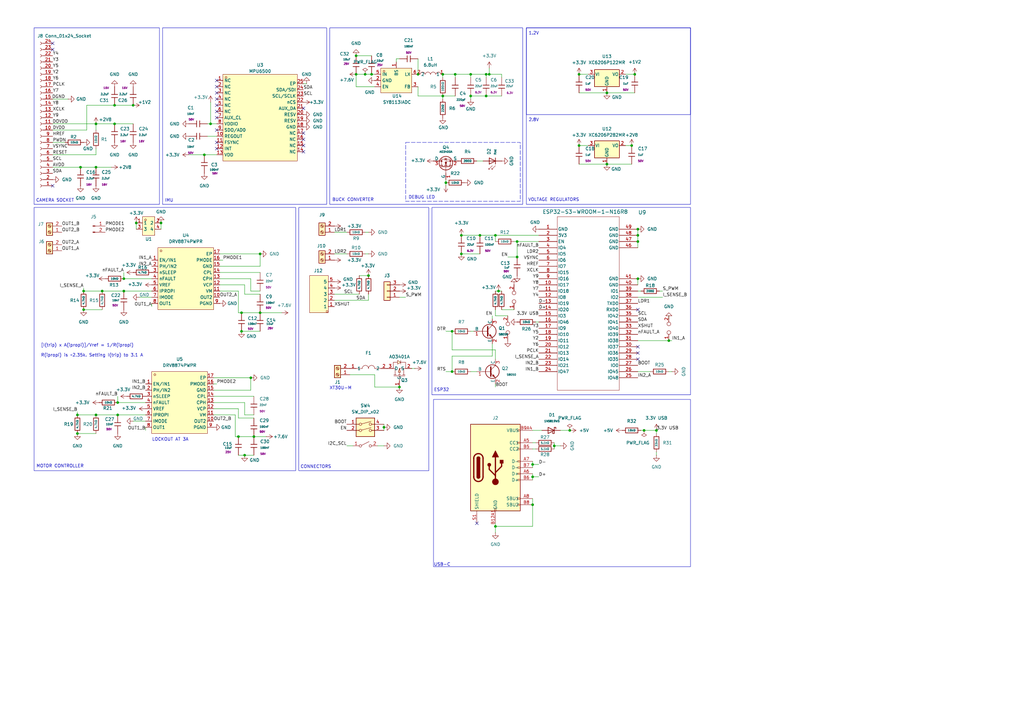
<source format=kicad_sch>
(kicad_sch (version 20250114) (generator "eeschema") (generator_version "9.0")
  (paper "A3")
  (rectangle (start 215.9 11.43) (end 283.21 46.99))
  (rectangle (start 66.675 11.43) (end 133.985 83.82))
  (rectangle (start 135.255 11.43) (end 214.376 83.82))
  (rectangle (start 13.97 85.09) (end 121.285 193.04))
  (rectangle (start 166.37 58.42) (end 213.36 82.55) (stroke (width 0) (type dash)))
  (rectangle (start 215.9 11.43) (end 283.21 83.82))
  (rectangle (start 177.165 85.09) (end 283.21 161.925))
  (rectangle (start 13.97 11.43) (end 65.405 83.82))
  (rectangle (start 122.555 85.09) (end 175.895 193.04))
  (rectangle (start 177.8 163.83) (end 283.21 232.41))
  (text "[I(trip) x A(ipropi)]/Vref = 1/R(ipropi)\n\nR(ipropi) is ~2.35k. Setting I(trip) to 3.1 A" (at 16.764 143.764 0) (effects (font (size 1.27 1.27)) (justify left)))
  (text "BUCK CONVERTER\n" (at 144.78 82.042 0) (effects (font (size 1.27 1.27))))
  (text "MOTOR CONTROLLER\n" (at 24.638 191.262 0) (effects (font (size 1.27 1.27) (thickness 0.1588))))
  (text "CONNECTORS" (at 129.54 191.516 0) (effects (font (size 1.27 1.27))))
  (text "XT30U-M\n\n" (at 139.7 160.274 0) (effects (font (size 1.27 1.27))))
  (text "VOLTAGE REGULATORS\n\n" (at 227.076 83.058 0) (effects (font (size 1.27 1.27))))
  (text "USB-C" (at 181.356 231.648 0) (effects (font (size 1.27 1.27))))
  (text "1.2V" (at 218.948 13.716 0) (effects (font (size 1.27 1.27))))
  (text "IMU\n" (at 69.342 82.296 0) (effects (font (size 1.27 1.27))))
  (text "ESP32\n\n" (at 181.102 161.036 0) (effects (font (size 1.27 1.27))))
  (text "CAMERA SOCKET\n" (at 22.606 82.296 0) (effects (font (size 1.27 1.27))))
  (text "LOCKOUT AT 3A\n" (at 69.85 180.34 0) (effects (font (size 1.27 1.27))))
  (text "DEBUG LED" (at 172.974 81.026 0) (effects (font (size 1.27 1.27))))
  (text "2.8V" (at 218.948 49.276 0) (effects (font (size 1.27 1.27))))
  (junction (at 196.85 96.52))
  (junction (at 31.75 177.8))
  (junction (at 193.04 30.48))
  (junction (at 237.49 59.69))
  (junction (at 151.13 113.03))
  (junction (at 48.26 170.18))
  (junction (at 185.42 135.89))
  (junction (at 171.45 30.48))
  (junction (at 31.75 170.18))
  (junction (at 99.06 128.27))
  (junction (at 39.37 170.18))
  (junction (at 218.44 207.01))
  (junction (at 269.24 176.53))
  (junction (at 48.26 165.1))
  (junction (at 189.23 96.52))
  (junction (at 146.05 30.48))
  (junction (at 46.99 50.8))
  (junction (at 55.88 91.44))
  (junction (at 46.99 43.18))
  (junction (at 203.2 96.52))
  (junction (at 152.4 30.48))
  (junction (at 34.29 119.38))
  (junction (at 264.16 176.53))
  (junction (at 185.42 152.4))
  (junction (at 227.33 182.88))
  (junction (at 274.32 139.7))
  (junction (at 218.44 190.5))
  (junction (at 259.08 59.69))
  (junction (at 237.49 30.48))
  (junction (at 41.91 119.38))
  (junction (at 104.14 179.07))
  (junction (at 97.79 179.07))
  (junction (at 157.48 175.26))
  (junction (at 204.47 119.38))
  (junction (at 163.83 158.75))
  (junction (at 261.62 93.98))
  (junction (at 186.69 30.48))
  (junction (at 33.02 68.58))
  (junction (at 203.2 215.9))
  (junction (at 106.68 128.27))
  (junction (at 218.44 195.58))
  (junction (at 34.29 127))
  (junction (at 248.92 38.1))
  (junction (at 54.61 43.18))
  (junction (at 193.04 39.37))
  (junction (at 39.37 50.8))
  (junction (at 100.33 186.69))
  (junction (at 50.8 114.3))
  (junction (at 233.68 176.53))
  (junction (at 199.39 39.37))
  (junction (at 189.23 104.14))
  (junction (at 199.39 30.48))
  (junction (at 39.37 68.58))
  (junction (at 260.35 30.48))
  (junction (at 181.61 30.48))
  (junction (at 99.06 135.89))
  (junction (at 86.36 50.8))
  (junction (at 83.82 63.5))
  (junction (at 261.62 96.52))
  (junction (at 50.8 119.38))
  (junction (at 248.92 67.31))
  (junction (at 106.68 104.14))
  (junction (at 182.88 74.93))
  (junction (at 212.09 99.06))
  (junction (at 146.05 22.86))
  (junction (at 102.87 154.94))
  (junction (at 261.62 99.06))
  (junction (at 149.7616 30.48))
  (junction (at 200.66 30.48))
  (junction (at 261.62 114.3))
  (junction (at 66.04 91.44))
  (junction (at 212.09 105.41))
  (junction (at 181.61 39.37))
  (no_connect (at 21.59 76.2))
  (no_connect (at 88.9 33.02))
  (no_connect (at 261.62 147.32))
  (no_connect (at 261.62 144.78))
  (no_connect (at 124.46 57.15))
  (no_connect (at 88.9 40.64))
  (no_connect (at 88.9 58.42))
  (no_connect (at 88.9 45.72))
  (no_connect (at 88.9 43.18))
  (no_connect (at 124.46 44.45))
  (no_connect (at 195.58 214.63))
  (no_connect (at 124.46 59.69))
  (no_connect (at 88.9 38.1))
  (no_connect (at 21.59 17.78))
  (no_connect (at 88.9 60.96))
  (no_connect (at 88.9 53.34))
  (no_connect (at 21.59 20.32))
  (no_connect (at 261.62 142.24))
  (no_connect (at 124.46 62.23))
  (no_connect (at 88.9 48.26))
  (no_connect (at 261.62 127))
  (no_connect (at 124.46 54.61))
  (no_connect (at 88.9 35.56))
  (wire (pts (xy 274.32 129.54) (xy 274.32 130.81)))
  (wire (pts (xy 193.04 30.48) (xy 193.04 31.75)))
  (wire (pts (xy 90.17 106.68) (xy 91.44 106.68)))
  (wire (pts (xy 97.79 167.64) (xy 97.79 171.45)))
  (wire (pts (xy 203.2 158.75) (xy 203.2 157.48)))
  (wire (pts (xy 86.36 50.8) (xy 85.09 50.8)))
  (wire (pts (xy 181.61 39.37) (xy 181.61 40.64)))
  (wire (pts (xy 199.39 39.37) (xy 205.74 39.37)))
  (wire (pts (xy 256.54 30.48) (xy 260.35 30.48)))
  (wire (pts (xy 87.63 170.18) (xy 96.52 170.18)))
  (wire (pts (xy 90.17 111.76) (xy 106.68 111.76)))
  (wire (pts (xy 199.39 30.48) (xy 200.66 30.48)))
  (wire (pts (xy 35.56 43.18) (xy 35.56 53.34)))
  (wire (pts (xy 227.33 182.88) (xy 227.33 184.15)))
  (wire (pts (xy 102.87 160.02) (xy 102.87 154.94)))
  (wire (pts (xy 218.44 176.53) (xy 222.25 176.53)))
  (wire (pts (xy 31.75 177.8) (xy 39.37 177.8)))
  (wire (pts (xy 31.75 168.91) (xy 31.75 170.18)))
  (wire (pts (xy 185.42 146.05) (xy 185.42 152.4)))
  (wire (pts (xy 85.09 55.88) (xy 88.9 55.88)))
  (wire (pts (xy 87.63 162.56) (xy 104.14 162.56)))
  (wire (pts (xy 200.66 27.94) (xy 200.66 30.48)))
  (wire (pts (xy 21.59 68.58) (xy 33.02 68.58)))
  (wire (pts (xy 102.87 119.38) (xy 102.87 114.3)))
  (wire (pts (xy 193.04 135.89) (xy 194.31 135.89)))
  (wire (pts (xy 171.45 39.37) (xy 181.61 39.37)))
  (wire (pts (xy 237.49 38.1) (xy 248.92 38.1)))
  (wire (pts (xy 86.36 50.8) (xy 88.9 50.8)))
  (wire (pts (xy 210.82 99.06) (xy 212.09 99.06)))
  (wire (pts (xy 34.29 127) (xy 41.91 127)))
  (wire (pts (xy 203.2 147.32) (xy 203.2 143.51)))
  (wire (pts (xy 218.44 195.58) (xy 220.98 195.58)))
  (wire (pts (xy 219.71 132.08) (xy 220.98 132.08)))
  (wire (pts (xy 271.78 121.92) (xy 261.62 121.92)))
  (wire (pts (xy 275.59 139.7) (xy 274.32 139.7)))
  (wire (pts (xy 87.63 167.64) (xy 97.79 167.64)))
  (wire (pts (xy 149.7616 30.48) (xy 152.4 30.48)))
  (wire (pts (xy 212.09 99.06) (xy 220.98 99.06)))
  (wire (pts (xy 100.33 120.65) (xy 106.68 120.65)))
  (wire (pts (xy 99.06 135.89) (xy 106.68 135.89)))
  (wire (pts (xy 99.06 128.27) (xy 106.68 128.27)))
  (wire (pts (xy 97.79 179.07) (xy 104.14 179.07)))
  (wire (pts (xy 193.04 39.37) (xy 193.04 40.64)))
  (wire (pts (xy 100.33 170.18) (xy 100.33 165.1)))
  (wire (pts (xy 149.86 95.25) (xy 151.13 95.25)))
  (wire (pts (xy 203.2 129.54) (xy 208.28 129.54)))
  (wire (pts (xy 189.23 104.14) (xy 196.85 104.14)))
  (wire (pts (xy 171.45 30.48) (xy 171.45 24.13)))
  (wire (pts (xy 21.59 63.5) (xy 39.37 63.5)))
  (wire (pts (xy 62.23 125.73) (xy 62.23 124.46)))
  (wire (pts (xy 227.33 181.61) (xy 227.33 182.88)))
  (wire (pts (xy 90.17 109.22) (xy 106.68 109.22)))
  (wire (pts (xy 100.33 186.69) (xy 97.79 186.69)))
  (wire (pts (xy 144.78 182.88) (xy 142.24 182.88)))
  (wire (pts (xy 205.74 31.75) (xy 205.74 30.48)))
  (wire (pts (xy 154.94 182.88) (xy 157.48 182.88)))
  (wire (pts (xy 203.2 96.52) (xy 203.2 99.06)))
  (wire (pts (xy 31.75 170.18) (xy 39.37 170.18)))
  (wire (pts (xy 46.99 43.18) (xy 54.61 43.18)))
  (wire (pts (xy 261.62 96.52) (xy 261.62 99.06)))
  (wire (pts (xy 88.9 157.48) (xy 87.63 157.48)))
  (wire (pts (xy 97.79 119.38) (xy 97.79 128.27)))
  (wire (pts (xy 193.04 152.4) (xy 195.58 152.4)))
  (wire (pts (xy 237.49 67.31) (xy 248.92 67.31)))
  (wire (pts (xy 181.61 31.75) (xy 181.61 30.48)))
  (wire (pts (xy 218.44 190.5) (xy 220.98 190.5)))
  (wire (pts (xy 227.33 182.88) (xy 229.87 182.88)))
  (wire (pts (xy 146.05 35.56) (xy 153.67 35.56)))
  (wire (pts (xy 35.56 53.34) (xy 21.59 53.34)))
  (wire (pts (xy 261.62 99.06) (xy 261.62 101.6)))
  (wire (pts (xy 166.37 121.92) (xy 163.83 121.92)))
  (wire (pts (xy 201.93 130.81) (xy 201.93 129.54)))
  (wire (pts (xy 218.44 204.47) (xy 218.44 207.01)))
  (wire (pts (xy 181.61 39.37) (xy 186.69 39.37)))
  (wire (pts (xy 203.2 215.9) (xy 203.2 218.44)))
  (wire (pts (xy 83.82 63.5) (xy 88.9 63.5)))
  (wire (pts (xy 86.36 41.91) (xy 86.36 50.8)))
  (wire (pts (xy 59.69 176.53) (xy 59.69 175.26)))
  (wire (pts (xy 261.62 139.7) (xy 274.32 139.7)))
  (wire (pts (xy 262.89 176.53) (xy 264.16 176.53)))
  (wire (pts (xy 106.68 109.22) (xy 106.68 104.14)))
  (wire (pts (xy 55.88 91.44) (xy 55.88 93.98)))
  (wire (pts (xy 48.26 165.1) (xy 59.69 165.1)))
  (wire (pts (xy 45.72 68.58) (xy 39.37 68.58)))
  (wire (pts (xy 162.56 25.4) (xy 162.56 24.13)))
  (wire (pts (xy 143.51 153.67) (xy 153.67 153.67)))
  (wire (pts (xy 57.15 121.92) (xy 62.23 121.92)))
  (wire (pts (xy 90.17 104.14) (xy 106.68 104.14)))
  (wire (pts (xy 100.33 165.1) (xy 87.63 165.1)))
  (wire (pts (xy 146.05 30.48) (xy 146.05 35.56)))
  (wire (pts (xy 181.61 30.48) (xy 186.69 30.48)))
  (wire (pts (xy 153.67 158.75) (xy 163.83 158.75)))
  (wire (pts (xy 193.04 30.48) (xy 199.39 30.48)))
  (wire (pts (xy 77.47 63.5) (xy 83.82 63.5)))
  (wire (pts (xy 54.61 172.72) (xy 59.69 172.72)))
  (wire (pts (xy 218.44 194.31) (xy 218.44 195.58)))
  (wire (pts (xy 248.92 67.31) (xy 259.08 67.31)))
  (wire (pts (xy 48.26 162.56) (xy 48.26 165.1)))
  (wire (pts (xy 46.99 50.8) (xy 54.61 50.8)))
  (wire (pts (xy 186.69 31.75) (xy 186.69 30.48)))
  (wire (pts (xy 146.05 22.86) (xy 152.4 22.86)))
  (wire (pts (xy 219.71 184.15) (xy 218.44 184.15)))
  (wire (pts (xy 147.32 113.03) (xy 151.13 113.03)))
  (wire (pts (xy 66.04 91.44) (xy 66.04 93.98)))
  (wire (pts (xy 87.63 160.02) (xy 102.87 160.02)))
  (wire (pts (xy 90.17 116.84) (xy 100.33 116.84)))
  (wire (pts (xy 266.7 152.4) (xy 261.62 152.4)))
  (wire (pts (xy 218.44 215.9) (xy 203.2 215.9)))
  (wire (pts (xy 97.79 171.45) (xy 104.14 171.45)))
  (wire (pts (xy 270.51 119.38) (xy 271.78 119.38)))
  (wire (pts (xy 48.26 170.18) (xy 59.69 170.18)))
  (wire (pts (xy 50.8 111.76) (xy 50.8 114.3)))
  (wire (pts (xy 146.05 30.48) (xy 149.7616 30.48)))
  (wire (pts (xy 102.87 154.94) (xy 87.63 154.94)))
  (wire (pts (xy 34.29 119.38) (xy 41.91 119.38)))
  (wire (pts (xy 157.48 176.53) (xy 157.48 175.26)))
  (wire (pts (xy 203.2 96.52) (xy 220.98 96.52)))
  (wire (pts (xy 171.45 39.37) (xy 171.45 35.56)))
  (wire (pts (xy 125.73 34.29) (xy 124.46 34.29)))
  (wire (pts (xy 39.37 50.8) (xy 46.99 50.8)))
  (wire (pts (xy 137.16 120.65) (xy 147.32 120.65)))
  (wire (pts (xy 208.28 105.41) (xy 212.09 105.41)))
  (wire (pts (xy 261.62 119.38) (xy 262.89 119.38)))
  (wire (pts (xy 21.59 58.42) (xy 26.67 58.42)))
  (wire (pts (xy 218.44 195.58) (xy 218.44 196.85)))
  (wire (pts (xy 269.24 185.42) (xy 269.24 186.69)))
  (wire (pts (xy 151.13 120.65) (xy 151.13 123.19)))
  (wire (pts (xy 274.32 152.4) (xy 275.59 152.4)))
  (wire (pts (xy 218.44 189.23) (xy 218.44 190.5)))
  (wire (pts (xy 229.87 176.53) (xy 233.68 176.53)))
  (wire (pts (xy 34.29 118.11) (xy 34.29 119.38)))
  (wire (pts (xy 39.37 63.5) (xy 39.37 60.96)))
  (wire (pts (xy 200.66 30.48) (xy 205.74 30.48)))
  (wire (pts (xy 218.44 207.01) (xy 218.44 215.9)))
  (wire (pts (xy 261.62 93.98) (xy 261.62 96.52)))
  (wire (pts (xy 182.88 152.4) (xy 185.42 152.4)))
  (wire (pts (xy 196.85 96.52) (xy 203.2 96.52)))
  (wire (pts (xy 186.69 30.48) (xy 193.04 30.48)))
  (wire (pts (xy 201.93 140.97) (xy 201.93 146.05)))
  (wire (pts (xy 218.44 190.5) (xy 218.44 191.77)))
  (wire (pts (xy 182.88 76.2) (xy 182.88 74.93)))
  (wire (pts (xy 237.49 59.69) (xy 241.3 59.69)))
  (wire (pts (xy 41.91 119.38) (xy 50.8 119.38)))
  (wire (pts (xy 149.86 104.14) (xy 151.13 104.14)))
  (wire (pts (xy 219.71 181.61) (xy 218.44 181.61)))
  (wire (pts (xy 162.56 24.13) (xy 163.83 24.13)))
  (wire (pts (xy 21.59 40.64) (xy 27.94 40.64)))
  (wire (pts (xy 137.16 123.19) (xy 151.13 123.19)))
  (wire (pts (xy 106.68 128.27) (xy 115.57 128.27)))
  (wire (pts (xy 264.16 176.53) (xy 269.24 176.53)))
  (wire (pts (xy 237.49 30.48) (xy 241.3 30.48)))
  (wire (pts (xy 102.87 114.3) (xy 90.17 114.3)))
  (wire (pts (xy 182.88 74.93) (xy 182.88 73.66)))
  (wire (pts (xy 104.14 179.07) (xy 109.22 179.07)))
  (wire (pts (xy 152.4 30.48) (xy 153.67 30.48)))
  (wire (pts (xy 39.37 50.8) (xy 39.37 53.34)))
  (wire (pts (xy 248.92 38.1) (xy 260.35 38.1)))
  (wire (pts (xy 193.04 39.37) (xy 199.39 39.37)))
  (wire (pts (xy 261.62 114.3) (xy 261.62 116.84)))
  (wire (pts (xy 189.23 96.52) (xy 196.85 96.52)))
  (wire (pts (xy 50.8 119.38) (xy 62.23 119.38)))
  (wire (pts (xy 269.24 176.53) (xy 269.24 177.8)))
  (wire (pts (xy 203.2 127) (xy 203.2 129.54)))
  (wire (pts (xy 185.42 143.51) (xy 185.42 135.89)))
  (wire (pts (xy 21.59 50.8) (xy 39.37 50.8)))
  (wire (pts (xy 90.17 119.38) (xy 97.79 119.38)))
  (wire (pts (xy 100.33 186.69) (xy 104.14 186.69)))
  (wire (pts (xy 157.48 175.26) (xy 157.48 173.99)))
  (wire (pts (xy 100.33 116.84) (xy 100.33 120.65)))
  (wire (pts (xy 137.16 104.14) (xy 142.24 104.14)))
  (wire (pts (xy 96.52 179.07) (xy 97.79 179.07)))
  (wire (pts (xy 182.88 135.89) (xy 185.42 135.89)))
  (wire (pts (xy 203.2 214.63) (xy 203.2 215.9)))
  (wire (pts (xy 203.2 143.51) (xy 185.42 143.51)))
  (wire (pts (xy 205.74 127) (xy 210.82 127)))
  (wire (pts (xy 199.39 30.48) (xy 199.39 31.75)))
  (wire (pts (xy 104.14 170.18) (xy 100.33 170.18)))
  (wire (pts (xy 97.79 128.27) (xy 99.06 128.27)))
  (wire (pts (xy 212.09 105.41) (xy 212.09 99.06)))
  (wire (pts (xy 259.08 59.69) (xy 256.54 59.69)))
  (wire (pts (xy 39.37 170.18) (xy 48.26 170.18)))
  (wire (pts (xy 198.12 66.04) (xy 195.58 66.04)))
  (wire (pts (xy 201.93 146.05) (xy 185.42 146.05)))
  (wire (pts (xy 33.02 68.58) (xy 39.37 68.58)))
  (wire (pts (xy 137.16 95.25) (xy 142.24 95.25)))
  (wire (pts (xy 204.47 119.38) (xy 205.74 119.38)))
  (wire (pts (xy 153.67 153.67) (xy 153.67 158.75)))
  (wire (pts (xy 203.2 119.38) (xy 204.47 119.38)))
  (wire (pts (xy 168.91 151.13) (xy 170.18 151.13)))
  (wire (pts (xy 35.56 43.18) (xy 46.99 43.18)))
  (wire (pts (xy 96.52 170.18) (xy 96.52 179.07)))
  (wire (pts (xy 106.68 119.38) (xy 102.87 119.38)))
  (wire (pts (xy 50.8 114.3) (xy 62.23 114.3)))
  (label "IN2_B" (at 59.69 160.02 180))
  (label "Y9" (at 220.98 114.3 180))
  (label "EN" (at 208.28 105.41 180))
  (label "AVDD" (at 21.59 68.58 0))
  (label "Y8" (at 220.98 116.84 180))
  (label "RESET" (at 21.59 63.5 0))
  (label "EN" (at 201.93 129.54 180))
  (label "PMODE1" (at 43.18 92.71 0))
  (label "SDA" (at 149.86 123.19 180))
  (label "XCLK" (at 220.98 111.76 180))
  (label "SCL" (at 124.46 39.37 0))
  (label "IN2_A" (at 261.62 154.94 0))
  (label "IN2_A" (at 62.23 109.22 180))
  (label "IN2_B" (at 220.98 149.86 180))
  (label "VSYNC" (at 220.98 106.68 180))
  (label "RTS" (at 182.88 152.4 180))
  (label "DOVDD" (at 27.94 50.8 180))
  (label "LDR2" (at 220.98 104.14 180))
  (label "S_PWM" (at 166.37 121.92 0))
  (label "BOOT" (at 261.62 149.86 0))
  (label "Y7" (at 21.59 38.1 0))
  (label "IN1_B" (at 59.69 157.48 180))
  (label "XCLK" (at 21.59 45.72 0))
  (label "SDA" (at 124.46 36.83 0))
  (label "BOOT" (at 203.2 158.75 0))
  (label "nFAULT_B" (at 220.98 101.6 180))
  (label "LDR1" (at 261.62 124.46 0))
  (label "IN1_B" (at 220.98 152.4 180))
  (label "3.3V USB" (at 220.98 129.54 180))
  (label "I_SENSE_A" (at 34.29 118.11 180))
  (label "OUT2_A" (at 90.17 121.92 0))
  (label "Y4" (at 220.98 121.92 180))
  (label "LDR2" (at 137.16 104.14 0))
  (label "SCL" (at 21.59 66.04 0))
  (label "Y6" (at 220.98 142.24 180))
  (label "S_PWM" (at 271.78 119.38 0))
  (label "Y2" (at 21.59 30.48 0))
  (label "PMODE1" (at 91.44 106.68 0))
  (label "D+" (at 220.98 195.58 0))
  (label "SCL" (at 144.78 120.65 180))
  (label "D-" (at 220.98 124.46 0))
  (label "PMODE2" (at 88.9 157.48 0))
  (label "nFAULT_B" (at 48.26 162.56 180))
  (label "PMODE2" (at 43.18 95.25 0))
  (label "Y2" (at 220.98 139.7 180))
  (label "DTR" (at 182.88 135.89 180))
  (label "PCLK" (at 21.59 35.56 0))
  (label "Y3" (at 220.98 134.62 180))
  (label "SCL" (at 261.62 129.54 0))
  (label "OUT1_A" (at 62.23 125.73 180))
  (label "Y3" (at 21.59 25.4 0))
  (label "D+" (at 220.98 127 0))
  (label "I_SENSE_B" (at 31.75 168.91 180))
  (label "HREF" (at 21.59 55.88 0))
  (label "OUT2_B" (at 25.4 95.25 0))
  (label "Y4" (at 21.59 22.86 0))
  (label "PCLK" (at 220.98 144.78 180))
  (label "I_SENSE_A" (at 220.98 147.32 180))
  (label "OUT1_B" (at 59.69 176.53 180))
  (label "LDR1" (at 137.16 95.25 0))
  (label "D-" (at 220.98 190.5 0))
  (label "Y7" (at 220.98 119.38 180))
  (label "I_SENSE_B" (at 271.78 121.92 0))
  (label "OUT2_B" (at 87.63 172.72 0))
  (label "PWDN" (at 21.59 58.42 0))
  (label "XSHUT" (at 261.62 134.62 0))
  (label "SDA" (at 261.62 132.08 0))
  (label "Y8" (at 21.59 43.18 0))
  (label "OUT1_B" (at 25.4 92.71 0))
  (label "3.3V USB" (at 269.24 176.53 0))
  (label "Y6" (at 21.59 33.02 0))
  (label "Y5" (at 21.59 27.94 0))
  (label "XSHUT" (at 137.16 125.73 0))
  (label "EN" (at 142.24 176.53 180))
  (label "BOOT" (at 142.24 173.99 180))
  (label "Y5" (at 220.98 137.16 180))
  (label "OUT2_A" (at 25.4 100.33 0))
  (label "Y9" (at 21.59 48.26 0))
  (label "OUT1_A" (at 25.4 102.87 0))
  (label "SDA" (at 21.59 71.12 0))
  (label "DVDD" (at 21.59 53.34 0))
  (label "DGND" (at 26.67 40.64 180))
  (label "nFAULT_A" (at 50.8 111.76 180))
  (label "I2C_SCL" (at 142.24 182.88 180))
  (label "nFAULT_A" (at 261.62 137.16 0))
  (label "HREF" (at 220.98 109.22 180))
  (label "IN1_A" (at 275.59 139.7 0))
  (label "VSYNC" (at 21.59 60.96 0))
  (label "IN1_A" (at 62.23 106.68 180))
  (symbol (lib_id "power:GND") (at 275.59 152.4 90) (unit 1)
    (property "Reference" "#PWR077" (effects (hide yes)))
    (property "Value" "GND" (at 280.416 152.4 0))
    (property "Description" "Power symbol creates a global label with name \"GND\" , ground" (effects (hide yes)))
  )
  (symbol (lib_id "PCM_JLCPCB-Capacitors:0603,100nF") (at 104.14 175.26 0) (unit 1)
    (property "Reference" "C29" (at 106.426 172.466 0) (effects (justify left)))
    (property "Value" "100nF" (at 106.426 175.0061 0) (effects (font (size 0.8 0.8)) (justify left)))
    (property "Footprint" "PCM_JLCPCB:C_0603" (effects (hide yes)))
    (property "Datasheet" "https://www.lcsc.com/datasheet/lcsc_datasheet_2211101700_YAGEO-CC0603KRX7R9BB104_C14663.pdf" (effects (hide yes)))
    (property "Description" "50V 100nF X7R ±10% 0603 Multilayer Ceramic Capacitors MLCC - SMD/SMT ROHS" (effects (hide yes)))
    (property "LCSC" "C14663" (effects (hide yes)))
    (property "Stock" "70324515" (effects (hide yes)))
    (property "Price" "0.006USD" (effects (hide yes)))
    (property "Process" "SMT" (effects (hide yes)))
    (property "Minimum Qty" "20" (effects (hide yes)))
    (property "Attrition Qty" "10" (effects (hide yes)))
    (property "Class" "Basic Component" (effects (hide yes)))
    (property "Category" "Capacitors,Multilayer Ceramic Capacitors MLCC - SMD/SMT" (effects (hide yes)))
    (property "Manufacturer" "YAGEO" (effects (hide yes)))
    (property "Part" "CC0603KRX7R9BB104" (effects (hide yes)))
    (property "Voltage Rated" "50V" (at 106.426 177.0381 0) (effects (font (size 0.8 0.8)) (justify left)))
    (property "Tolerance" "±10%" (effects (hide yes)))
    (property "Capacitance" "100nF" (effects (hide yes)))
    (property "Temperature Coefficient" "X7R" (effects (hide yes)))
  )
  (symbol (lib_id "power:+3.3V") (at 52.07 162.56 90) (unit 1)
    (property "Reference" "#PWR083" (effects (hide yes)))
    (property "Value" "+3.3V" (at 50.546 159.766 90))
    (property "Description" "Power symbol creates a global label with name \"+3.3V\"" (effects (hide yes)))
  )
  (symbol (lib_id "power:GND") (at 124.46 52.07 90) (unit 1)
    (property "Reference" "#PWR020" (effects (hide yes)))
    (property "Value" "GND" (at 128.27 52.0699 90) (effects (justify right)))
    (property "Description" "Power symbol creates a global label with name \"GND\" , ground" (effects (hide yes)))
  )
  (symbol (lib_id "power:+3.3V") (at 146.05 30.48 90) (unit 1)
    (property "Reference" "#PWR032" (effects (hide yes)))
    (property "Value" "+7.6V" (at 142.24 32.766 90))
    (property "Description" "Power symbol creates a global label with name \"+3.3V\"" (effects (hide yes)))
  )
  (symbol (lib_id "power:+5V") (at 233.68 176.53 270) (unit 1)
    (property "Reference" "#PWR089" (effects (hide yes)))
    (property "Value" "+5V" (at 237.49 176.5299 90) (effects (justify left)))
    (property "Description" "Power symbol creates a global label with name \"+5V\"" (effects (hide yes)))
  )
  (symbol (lib_id "power:GND") (at 205.74 66.04 90) (unit 1)
    (property "Reference" "#PWR010" (effects (hide yes)))
    (property "Value" "GND" (at 209.804 66.04 0))
    (property "Description" "Power symbol creates a global label with name \"GND\" , ground" (effects (hide yes)))
  )
  (symbol (lib_id "power:GND") (at 124.46 49.53 90) (unit 1)
    (property "Reference" "#PWR015" (effects (hide yes)))
    (property "Value" "GND" (at 128.27 49.5299 90) (effects (justify right)))
    (property "Description" "Power symbol creates a global label with name \"GND\" , ground" (effects (hide yes)))
  )
  (symbol (lib_id "power:GND") (at 77.47 55.88 270) (unit 1)
    (property "Reference" "#PWR017" (effects (hide yes)))
    (property "Value" "GND" (at 73.66 55.8799 90) (effects (justify right)))
    (property "Description" "Power symbol creates a global label with name \"GND\" , ground" (effects (hide yes)))
  )
  (symbol (lib_id "PCM_JLCPCB-Diodes:Schottky,1N5819WS") (at 226.06 176.53 90) (unit 1)
    (property "Reference" "D1" (at 226.3775 170.18 90))
    (property "Value" "1N5819WS" (at 226.3775 172.72 90) (effects (font (size 0.8 0.8))))
    (property "Footprint" "PCM_JLCPCB:D_SOD-323" (effects (hide yes)))
    (property "Datasheet" "https://www.lcsc.com/datasheet/lcsc_datasheet_2409300937_Guangdong-Hottech-1N5819WS_C191023.pdf" (effects (hide yes)))
    (property "Description" "40V 600mV@1A 1A SOD-323 Schottky Diodes ROHS" (effects (hide yes)))
    (property "LCSC" "C191023" (effects (hide yes)))
    (property "Stock" "1836556" (effects (hide yes)))
    (property "Price" "0.013USD" (effects (hide yes)))
    (property "Process" "SMT" (effects (hide yes)))
    (property "Minimum Qty" "20" (effects (hide yes)))
    (property "Attrition Qty" "10" (effects (hide yes)))
    (property "Class" "Basic Component" (effects (hide yes)))
    (property "Category" "Diodes,Schottky Barrier Diodes (SBD)" (effects (hide yes)))
    (property "Manufacturer" "Guangdong Hottech" (effects (hide yes)))
    (property "Part" "1N5819WS" (effects (hide yes)))
    (property "Rectified Current" "1A" (effects (hide yes)))
    (property "Forward Voltage (Vf@If)" "600mV@1A" (effects (hide yes)))
    (property "Reverse Voltage (Vr)" "40V" (effects (hide yes)))
  )
  (symbol (lib_id "PCM_JLCPCB-Extended:Connector, USB-TYPE-C-16P") (at 203.2 191.77 0) (unit 1)
    (property "Reference" "J2" (at 203.2 171.45 0))
    (property "Value" "Connector, USB-TYPE-C-16P" (effects (hide yes)))
    (property "Footprint" "VertUSBCPrint:TYPE-C-SMD_918-468K2029Y50001" (effects (hide yes)))
    (property "Datasheet" "https://atta.szlcsc.com/upload/public/pdf/source/20220920/0EF8F885FCCEA71F60E9E85152155021.pdf" (effects (hide yes)))
    (property "Description" "3A 1 Horizontal attachment 16P Female -25℃~+85℃ Type-C SMD USB Connectors ROHS" (effects (hide yes)))
    (property "LCSC" "C2927039" (effects (hide yes)))
  )
  (symbol (lib_id "power:GND") (at 66.04 91.44 180) (unit 1)
    (property "Reference" "#PWR014" (effects (hide yes)))
    (property "Value" "GND" (at 66.04 86.868 0))
    (property "Description" "Power symbol creates a global label with name \"GND\" , ground" (effects (hide yes)))
  )
  (symbol (lib_id "power:+3.3V") (at 59.69 167.64 90) (unit 1)
    (property "Reference" "#PWR075" (effects (hide yes)))
    (property "Value" "+3.3V" (at 52.832 167.386 90))
    (property "Description" "Power symbol creates a global label with name \"+3.3V\"" (effects (hide yes)))
  )
  (symbol (lib_id "PCM_JLCPCB-Resistors:0603,10kΩ") (at 146.05 104.14 90) (unit 1)
    (property "Reference" "R10" (at 146.05 101.6 90))
    (property "Value" "10kΩ" (at 146.05 104.14 90) (effects (font (size 0.8 0.8))))
    (property "Footprint" "PCM_JLCPCB:R_0603" (effects (hide yes)))
    (property "Datasheet" "https://www.lcsc.com/datasheet/lcsc_datasheet_2206010045_UNI-ROYAL-Uniroyal-Elec-0603WAF1002T5E_C25804.pdf" (effects (hide yes)))
    (property "Description" "100mW Thick Film Resistors 75V ±100ppm/°C ±1% 10kΩ 0603 Chip Resistor - Surface Mount ROHS" (effects (hide yes)))
    (property "LCSC" "C25804" (effects (hide yes)))
    (property "Stock" "51181774" (effects (hide yes)))
    (property "Price" "0.004USD" (effects (hide yes)))
    (property "Process" "SMT" (effects (hide yes)))
    (property "Minimum Qty" "20" (effects (hide yes)))
    (property "Attrition Qty" "10" (effects (hide yes)))
    (property "Class" "Basic Component" (effects (hide yes)))
    (property "Category" "Resistors,Chip Resistor - Surface Mount" (effects (hide yes)))
    (property "Manufacturer" "UNI-ROYAL(Uniroyal Elec)" (effects (hide yes)))
    (property "Part" "0603WAF1002T5E" (effects (hide yes)))
    (property "Resistance" "10kΩ" (effects (hide yes)))
    (property "Power(Watts)" "100mW" (effects (hide yes)))
    (property "Type" "Thick Film Resistors" (effects (hide yes)))
    (property "Overload Voltage (Max)" "75V" (effects (hide yes)))
    (property "Operating Temperature Range" "-55°C~+155°C" (effects (hide yes)))
    (property "Tolerance" "±1%" (effects (hide yes)))
    (property "Temperature Coefficient" "±100ppm/°C" (effects (hide yes)))
  )
  (symbol (lib_id "PCM_JLCPCB-Resistors:0603,10kΩ") (at 189.23 135.89 90) (unit 1)
    (property "Reference" "R7" (at 189.23 132.08 90))
    (property "Value" "10kΩ" (at 189.23 135.89 90) (effects (font (size 0.8 0.8))))
    (property "Footprint" "PCM_JLCPCB:R_0603" (effects (hide yes)))
    (property "Datasheet" "https://www.lcsc.com/datasheet/lcsc_datasheet_2206010045_UNI-ROYAL-Uniroyal-Elec-0603WAF1002T5E_C25804.pdf" (effects (hide yes)))
    (property "Description" "100mW Thick Film Resistors 75V ±100ppm/°C ±1% 10kΩ 0603 Chip Resistor - Surface Mount ROHS" (effects (hide yes)))
    (property "LCSC" "C25804" (effects (hide yes)))
    (property "Stock" "51181774" (effects (hide yes)))
    (property "Price" "0.004USD" (effects (hide yes)))
    (property "Process" "SMT" (effects (hide yes)))
    (property "Minimum Qty" "20" (effects (hide yes)))
    (property "Attrition Qty" "10" (effects (hide yes)))
    (property "Class" "Basic Component" (effects (hide yes)))
    (property "Category" "Resistors,Chip Resistor - Surface Mount" (effects (hide yes)))
    (property "Manufacturer" "UNI-ROYAL(Uniroyal Elec)" (effects (hide yes)))
    (property "Part" "0603WAF1002T5E" (effects (hide yes)))
    (property "Resistance" "10kΩ" (effects (hide yes)))
    (property "Power(Watts)" "100mW" (effects (hide yes)))
    (property "Type" "Thick Film Resistors" (effects (hide yes)))
    (property "Overload Voltage (Max)" "75V" (effects (hide yes)))
    (property "Operating Temperature Range" "-55°C~+155°C" (effects (hide yes)))
    (property "Tolerance" "±1%" (effects (hide yes)))
    (property "Temperature Coefficient" "±100ppm/°C" (effects (hide yes)))
  )
  (symbol (lib_id "PCM_JLCPCB-Capacitors:0603,10uF,(2)") (at 146.05 26.67 0) (mirror y) (unit 1)
    (property "Reference" "C32" (at 143.256 22.098 0) (effects (justify left)))
    (property "Value" "10uF" (at 143.764 24.384 0) (effects (font (size 0.8 0.8)) (justify left)))
    (property "Footprint" "PCM_JLCPCB:C_0603" (effects (hide yes)))
    (property "Datasheet" "https://www.lcsc.com/datasheet/lcsc_datasheet_2304140030_Samsung-Electro-Mechanics-CL10A106MA8NRNC_C96446.pdf" (effects (hide yes)))
    (property "Description" "25V 10uF X5R ±20% 0603 Multilayer Ceramic Capacitors MLCC - SMD/SMT ROHS" (effects (hide yes)))
    (property "LCSC" "C96446" (effects (hide yes)))
    (property "Stock" "3388297" (effects (hide yes)))
    (property "Price" "0.021USD" (effects (hide yes)))
    (property "Process" "SMT" (effects (hide yes)))
    (property "Minimum Qty" "20" (effects (hide yes)))
    (property "Attrition Qty" "8" (effects (hide yes)))
    (property "Class" "Basic Component" (effects (hide yes)))
    (property "Category" "Capacitors,Multilayer Ceramic Capacitors MLCC - SMD/SMT" (effects (hide yes)))
    (property "Manufacturer" "Samsung Electro-Mechanics" (effects (hide yes)))
    (property "Part" "CL10A106MA8NRNC" (effects (hide yes)))
    (property "Voltage Rated" "25V" (at 143.256 26.162 0) (effects (font (size 0.8 0.8)) (justify left)))
    (property "Tolerance" "±20%" (effects (hide yes)))
    (property "Capacitance" "10uF" (effects (hide yes)))
    (property "Temperature Coefficient" "X5R" (effects (hide yes)))
  )
  (symbol (lib_id "power:GND") (at 48.26 177.8 0) (unit 1)
    (property "Reference" "#PWR073" (effects (hide yes)))
    (property "Value" "GND" (at 48.26 182.88 0))
    (property "Description" "Power symbol creates a global label with name \"GND\" , ground" (effects (hide yes)))
  )
  (symbol (lib_id "power:+2V8") (at 259.08 59.69 0) (unit 1)
    (property "Reference" "#PWR042" (effects (hide yes)))
    (property "Value" "+2V8" (at 259.08 55.372 0))
    (property "Description" "Power symbol creates a global label with name \"+2V8\"" (effects (hide yes)))
  )
  (symbol (lib_id "Regulator_Linear:XC6206PxxxMR") (at 248.92 59.69 0) (unit 1)
    (property "Reference" "U12" (at 248.92 52.832 0))
    (property "Value" "XC6206P282MR" (at 248.92 55.372 0))
    (property "Footprint" "Package_TO_SOT_SMD:SOT-23-3" (effects (hide yes)))
    (property "Datasheet" "https://www.torexsemi.com/file/xc6206/XC6206.pdf" (effects (hide yes)))
    (property "Description" "Positive 60-250mA Low Dropout Regulator, Fixed Output, SOT-23" (effects (hide yes)))
    (property "LCSC" "C14255" (effects (hide yes)))
  )
  (symbol (lib_id "power:+3.3V") (at 151.13 113.03 0) (unit 1)
    (property "Reference" "#PWR040" (effects (hide yes)))
    (property "Value" "+3.3V" (at 150.876 108.966 0))
    (property "Description" "Power symbol creates a global label with name \"+3.3V\"" (effects (hide yes)))
  )
  (symbol (lib_id "power:GND") (at 54.61 35.56 180) (unit 1)
    (property "Reference" "#PWR070" (effects (hide yes)))
    (property "Value" "GND" (at 54.61 30.48 0))
    (property "Description" "Power symbol creates a global label with name \"GND\" , ground" (effects (hide yes)))
  )
  (symbol (lib_id "power:GND") (at 50.8 127 0) (unit 1)
    (property "Reference" "#PWR059" (effects (hide yes)))
    (property "Value" "GND" (at 50.8 132.08 0))
    (property "Description" "Power symbol creates a global label with name \"GND\" , ground" (effects (hide yes)))
  )
  (symbol (lib_id "power:+1V2") (at 260.35 30.48 0) (unit 1)
    (property "Reference" "#PWR047" (effects (hide yes)))
    (property "Value" "+1V2" (at 260.35 25.4 0))
    (property "Description" "Power symbol creates a global label with name \"+1V2\"" (effects (hide yes)))
  )
  (symbol (lib_id "Switch:SW_DPST_x2") (at 149.86 182.88 0) (unit 1)
    (property "Reference" "SW1" (effects (hide yes)))
    (property "Value" "SW_DPST_x2" (effects (hide yes)))
    (property "Description" "Single Pole Single Throw (SPST) switch, separate symbol" (effects (hide yes)))
  )
  (symbol (lib_id "power:GND") (at 39.37 76.2 0) (unit 1)
    (property "Reference" "#PWR069" (effects (hide yes)))
    (property "Value" "GND" (at 39.37 81.28 0))
    (property "Description" "Power symbol creates a global label with name \"GND\" , ground" (effects (hide yes)))
  )
  (symbol (lib_id "Connector_Generic:Conn_01x03") (at 158.75 119.38 180) (unit 1)
    (property "Reference" "J3" (at 158.75 113.03 0))
    (property "Value" "Conn_01x03" (effects (hide yes)))
    (property "Footprint" "easyeda2kicad:JST_B3B-PH-K-S" (effects (hide yes)))
    (property "Description" "Generic connector, single row, 01x03, script generated (kicad-library-utils/schlib/autogen/connector/)" (effects (hide yes)))
    (property "LCSC" "C131339" (effects (hide yes)))
  )
  (symbol (lib_id "power:GND") (at 248.92 67.31 0) (unit 1)
    (property "Reference" "#PWR045" (effects (hide yes)))
    (property "Value" "GND" (at 252.73 69.342 0))
    (property "Description" "Power symbol creates a global label with name \"GND\" , ground" (effects (hide yes)))
  )
  (symbol (lib_id "power:+3.3V") (at 115.57 128.27 270) (unit 1)
    (property "Reference" "#PWR052" (effects (hide yes)))
    (property "Value" "+7.6V" (at 116.586 125.222 90))
    (property "Description" "Power symbol creates a global label with name \"+3.3V\"" (effects (hide yes)))
  )
  (symbol (lib_id "Connector:Screw_Terminal_01x02") (at 132.08 106.68 180) (unit 1)
    (property "Reference" "J10" (at 131.826 100.838 0))
    (property "Value" "Screw_Terminal_01x02" (effects (hide yes)))
    (property "Footprint" "easyeda2kicad:JST_B2B-PH-K-S" (effects (hide yes)))
    (property "Description" "Generic screw terminal, single row, 01x02, script generated (kicad-library-utils/schlib/autogen/connector/)" (effects (hide yes)))
    (property "LCSC" "C131337" (effects (hide yes)))
  )
  (symbol (lib_id "power:GND") (at 100.33 186.69 0) (unit 1)
    (property "Reference" "#PWR025" (effects (hide yes)))
    (property "Value" "GND" (at 104.394 188.722 0))
    (property "Description" "Power symbol creates a global label with name \"GND\" , ground" (effects (hide yes)))
  )
  (symbol (lib_id "PCM_JLCPCB-Resistors:0603,33kΩ") (at 269.24 181.61 0) (unit 1)
    (property "Reference" "R31" (at 271.78 181.6099 0) (effects (justify left)))
    (property "Value" "33kΩ" (at 269.24 181.61 90) (effects (font (size 0.8 0.8))))
    (property "Footprint" "PCM_JLCPCB:R_0603" (effects (hide yes)))
    (property "Datasheet" "https://www.lcsc.com/datasheet/lcsc_datasheet_2206010230_UNI-ROYAL-Uniroyal-Elec-0603WAF3302T5E_C4216.pdf" (effects (hide yes)))
    (property "Description" "100mW Thick Film Resistors 75V ±100ppm/°C ±1% 33kΩ 0603 Chip Resistor - Surface Mount ROHS" (effects (hide yes)))
    (property "LCSC" "C4216" (effects (hide yes)))
    (property "Stock" "975745" (effects (hide yes)))
    (property "Price" "0.004USD" (effects (hide yes)))
    (property "Process" "SMT" (effects (hide yes)))
    (property "Minimum Qty" "20" (effects (hide yes)))
    (property "Attrition Qty" "10" (effects (hide yes)))
    (property "Class" "Basic Component" (effects (hide yes)))
    (property "Category" "Resistors,Chip Resistor - Surface Mount" (effects (hide yes)))
    (property "Manufacturer" "UNI-ROYAL(Uniroyal Elec)" (effects (hide yes)))
    (property "Part" "0603WAF3302T5E" (effects (hide yes)))
    (property "Resistance" "33kΩ" (effects (hide yes)))
    (property "Power(Watts)" "100mW" (effects (hide yes)))
    (property "Type" "Thick Film Resistors" (effects (hide yes)))
    (property "Overload Voltage (Max)" "75V" (effects (hide yes)))
    (property "Operating Temperature Range" "-55°C~+155°C" (effects (hide yes)))
    (property "Tolerance" "±1%" (effects (hide yes)))
    (property "Temperature Coefficient" "±100ppm/°C" (effects (hide yes)))
  )
  (symbol (lib_id "power:LINE") (at 269.24 176.53 0) (unit 1)
    (property "Reference" "#PWR092" (effects (hide yes)))
    (property "Value" "3.3V USB" (at 269.24 171.45 0))
    (property "Description" "Power symbol creates a global label with name \"LINE\"" (effects (hide yes)))
  )
  (symbol (lib_id "easyeda2kicad:SWPA6028S6R8MT") (at 176.53 30.48 180) (unit 1)
    (property "Reference" "L1" (at 176.53 24.13 0))
    (property "Value" "6.8uH" (at 176.53 26.67 0))
    (property "Footprint" "easyeda2kicad:IND-SMD_L6.0-W6.0" (effects (hide yes)))
    (property "Description" "3A 6.8uH Magnetic Shielded Inductor ±20% SMD,6x6mm Power Inductors ROHS" (effects (hide yes)))
    (property "LCSC" "C341066" (effects (hide yes)))
  )
  (symbol (lib_id "power:VD") (at 137.16 115.57 270) (unit 1)
    (property "Reference" "#PWR07" (effects (hide yes)))
    (property "Value" "GND" (at 142.748 114.554 90))
    (property "Description" "Power symbol creates a global label with name \"VD\"" (effects (hide yes)))
  )
  (symbol (lib_id "power:GND") (at 210.82 116.84 180) (unit 1)
    (property "Reference" "#PWR054" (effects (hide yes)))
    (property "Value" "GND" (effects (hide yes)))
    (property "Description" "Power symbol creates a global label with name \"GND\" , ground" (effects (hide yes)))
  )
  (symbol (lib_id "PCM_JLCPCB-Capacitors:0603,1uF") (at 237.49 63.5 0) (unit 1)
    (property "Reference" "C18" (at 240.03 60.9599 0) (effects (justify left)))
    (property "Value" "1uF" (at 240.03 63.5 0) (effects (font (size 0.8 0.8)) (justify left)))
    (property "Footprint" "PCM_JLCPCB:C_0603" (effects (hide yes)))
    (property "Datasheet" "https://www.lcsc.com/datasheet/lcsc_datasheet_2304140030_Samsung-Electro-Mechanics-CL10A105KB8NNNC_C15849.pdf" (effects (hide yes)))
    (property "Description" "50V 1uF X5R ±10% 0603 Multilayer Ceramic Capacitors MLCC - SMD/SMT ROHS" (effects (hide yes)))
    (property "LCSC" "C15849" (effects (hide yes)))
    (property "Stock" "11535980" (effects (hide yes)))
    (property "Price" "0.008USD" (effects (hide yes)))
    (property "Process" "SMT" (effects (hide yes)))
    (property "Minimum Qty" "20" (effects (hide yes)))
    (property "Attrition Qty" "10" (effects (hide yes)))
    (property "Class" "Basic Component" (effects (hide yes)))
    (property "Category" "Capacitors,Multilayer Ceramic Capacitors MLCC - SMD/SMT" (effects (hide yes)))
    (property "Manufacturer" "Samsung Electro-Mechanics" (effects (hide yes)))
    (property "Part" "CL10A105KB8NNNC" (effects (hide yes)))
    (property "Voltage Rated" "50V" (at 240.03 66.04 0) (effects (font (size 0.8 0.8)) (justify left)))
    (property "Tolerance" "±10%" (effects (hide yes)))
    (property "Capacitance" "1uF" (effects (hide yes)))
    (property "Temperature Coefficient" "X5R" (effects (hide yes)))
  )
  (symbol (lib_id "power:PWR_FLAG") (at 233.68 176.53 0) (unit 1)
    (property "Reference" "#FLG01" (effects (hide yes)))
    (property "Value" "PWR_FLAG" (at 233.68 171.45 0))
    (property "Description" "Special symbol for telling ERC where power comes from" (effects (hide yes)))
  )
  (symbol (lib_id "PCM_JLCPCB-Diodes:LED,0603,Red") (at 201.93 66.04 90) (unit 1)
    (property "Reference" "D2" (at 200.5646 63.5 0) (effects (justify left)))
    (property "Value" "Red" (at 203.1047 63.5 0) (effects (font (size 0.8 0.8)) (justify left)))
    (property "Footprint" "PCM_JLCPCB:D_0603" (effects (hide yes)))
    (property "Datasheet" "https://www.lcsc.com/datasheet/lcsc_datasheet_1810231112_Hubei-KENTO-Elec-KT-0603R_C2286.pdf" (effects (hide yes)))
    (property "Description" "-40°C~+85°C Red 0603 LED Indication - Discrete ROHS" (effects (hide yes)))
    (property "LCSC" "C2286" (effects (hide yes)))
    (property "Stock" "5373336" (effects (hide yes)))
    (property "Price" "0.009USD" (effects (hide yes)))
    (property "Process" "SMT" (effects (hide yes)))
    (property "Minimum Qty" "20" (effects (hide yes)))
    (property "Attrition Qty" "10" (effects (hide yes)))
    (property "Class" "Basic Component" (effects (hide yes)))
    (property "Category" "Optocouplers & LEDs & Infrared,Light Emitting Diodes (LED)" (effects (hide yes)))
    (property "Manufacturer" "Hubei KENTO Elec" (effects (hide yes)))
    (property "Part" "KT-0603R" (effects (hide yes)))
  )
  (symbol (lib_id "power:GND") (at 208.28 139.7 0) (unit 1)
    (property "Reference" "#PWR078" (effects (hide yes)))
    (property "Value" "GND" (effects (hide yes)))
    (property "Description" "Power symbol creates a global label with name \"GND\" , ground" (effects (hide yes)))
  )
  (symbol (lib_id "PCM_JLCPCB-Transistors:NPN,S8050") (at 200.66 152.4 0) (unit 1)
    (property "Reference" "Q2" (at 205.74 151.1299 0) (effects (justify left)))
    (property "Value" "S8050" (at 207.772 153.67 0) (effects (font (size 0.8 0.8)) (justify left)))
    (property "Footprint" "PCM_JLCPCB:Q_SOT-23" (effects (hide yes)))
    (property "Datasheet" "https://www.lcsc.com/datasheet/lcsc_datasheet_2407101108_MDD-Microdiode-Semiconductor-S8050-J3Y_C364312.pdf" (effects (hide yes)))
    (property "Description" "25V 300mW 120@50mA,1V 500mA NPN SOT-23 Bipolar (BJT) ROHS" (effects (hide yes)))
    (property "LCSC" "C364312" (effects (hide yes)))
    (property "Stock" "567929" (effects (hide yes)))
    (property "Price" "0.013USD" (effects (hide yes)))
    (property "Process" "SMT" (effects (hide yes)))
    (property "Minimum Qty" "10" (effects (hide yes)))
    (property "Attrition Qty" "5" (effects (hide yes)))
    (property "Class" "Preferred Component" (effects (hide yes)))
    (property "Category" "Transistors,Bipolar Transistors - BJT" (effects (hide yes)))
    (property "Manufacturer" "MDD（Microdiode Electronics）" (effects (hide yes)))
    (property "Part" "S8050" (effects (hide yes)))
    (property "Transition Frequency (fT)" "150MHz" (effects (hide yes)))
    (property "Operating Temperature" "-55°C~+150°C" (effects (hide yes)))
    (property "Collector Cut-Off Current (Icbo)" "100nA" (effects (hide yes)))
    (property "Transistor Type" "NPN" (effects (hide yes)))
    (property "DC Current Gain (hFE@Ic,Vce)" "120@500mA,1V" (effects (hide yes)))
    (property "Power Dissipation (Pd)" "300mW" (effects (hide yes)))
    (property "Collector Current (Ic)" "500mA" (effects (hide yes)))
    (property "Collector-Emitter Saturation Voltage (VCE(sat)@Ic,Ib)" "600mV@500mA,50mA" (effects (hide yes)))
    (property "Collector-Emitter Breakdown Voltage (Vceo)" "25V" (effects (hide yes)))
  )
  (symbol (lib_id "power:+1V2") (at 54.61 43.18 270) (unit 1)
    (property "Reference" "#PWR065" (effects (hide yes)))
    (property "Value" "+1V2" (at 56.642 41.91 90) (effects (justify left)))
    (property "Description" "Power symbol creates a global label with name \"+1V2\"" (effects (hide yes)))
  )
  (symbol (lib_id "power:GND") (at 46.99 35.56 180) (unit 1)
    (property "Reference" "#PWR081" (effects (hide yes)))
    (property "Value" "GND" (at 46.99 30.48 0))
    (property "Description" "Power symbol creates a global label with name \"GND\" , ground" (effects (hide yes)))
  )
  (symbol (lib_id "PCM_JLCPCB-Resistors:0402,200Ω") (at 191.77 66.04 90) (unit 1)
    (property "Reference" "R4" (at 191.77 62.23 90))
    (property "Value" "200Ω" (at 191.77 66.04 90) (effects (font (size 0.8 0.8))))
    (property "Footprint" "PCM_JLCPCB:R_0402" (effects (hide yes)))
    (property "Datasheet" "https://www.lcsc.com/datasheet/lcsc_datasheet_2205311900_UNI-ROYAL-Uniroyal-Elec-0402WGF2000TCE_C25087.pdf" (effects (hide yes)))
    (property "Description" "62.5mW Thick Film Resistors 50V ±100ppm/°C ±1% 200Ω 0402 Chip Resistor - Surface Mount ROHS" (effects (hide yes)))
    (property "LCSC" "C25087" (effects (hide yes)))
    (property "Stock" "581668" (effects (hide yes)))
    (property "Price" "0.004USD" (effects (hide yes)))
    (property "Process" "SMT" (effects (hide yes)))
    (property "Minimum Qty" "20" (effects (hide yes)))
    (property "Attrition Qty" "10" (effects (hide yes)))
    (property "Class" "Basic Component" (effects (hide yes)))
    (property "Category" "Resistors,Chip Resistor - Surface Mount" (effects (hide yes)))
    (property "Manufacturer" "UNI-ROYAL(Uniroyal Elec)" (effects (hide yes)))
    (property "Part" "0402WGF2000TCE" (effects (hide yes)))
    (property "Resistance" "200Ω" (effects (hide yes)))
    (property "Power(Watts)" "62.5mW" (effects (hide yes)))
    (property "Type" "Thick Film Resistors" (effects (hide yes)))
    (property "Overload Voltage (Max)" "50V" (effects (hide yes)))
    (property "Operating Temperature Range" "-55°C~+155°C" (effects (hide yes)))
    (property "Tolerance" "±1%" (effects (hide yes)))
    (property "Temperature Coefficient" "±100ppm/°C" (effects (hide yes)))
  )
  (symbol (lib_id "power:GND") (at 21.59 73.66 90) (unit 1)
    (property "Reference" "#PWR021" (effects (hide yes)))
    (property "Value" "GND" (at 25.4 73.6599 90) (effects (justify right)))
    (property "Description" "Power symbol creates a global label with name \"GND\" , ground" (effects (hide yes)))
  )
  (symbol (lib_id "power:GND") (at 220.98 93.98 270) (unit 1)
    (property "Reference" "#PWR035" (effects (hide yes)))
    (property "Value" "GND" (at 221.488 91.186 90) (effects (justify right)))
    (property "Description" "Power symbol creates a global label with name \"GND\" , ground" (effects (hide yes)))
  )
  (symbol (lib_id "power:+2V8") (at 45.72 68.58 270) (unit 1)
    (property "Reference" "#PWR064" (effects (hide yes)))
    (property "Value" "+2V8" (at 51.308 68.58 90))
    (property "Description" "Power symbol creates a global label with name \"+2V8\"" (effects (hide yes)))
  )
  (symbol (lib_id "power:+3.3V") (at 86.36 41.91 0) (unit 1)
    (property "Reference" "#PWR011" (effects (hide yes)))
    (property "Value" "+3.3V" (at 82.296 39.878 0))
    (property "Description" "Power symbol creates a global label with name \"+3.3V\"" (effects (hide yes)))
  )
  (symbol (lib_id "PCM_JLCPCB-Capacitors:0603,2.2uF") (at 54.61 39.37 180) (unit 1)
    (property "Reference" "C26" (at 52.324 41.148 0) (effects (justify left)))
    (property "Value" "2.2uF" (at 52.324 38.6079 0) (effects (font (size 0.8 0.8)) (justify left)))
    (property "Footprint" "PCM_JLCPCB:C_0603" (effects (hide yes)))
    (property "Datasheet" "https://www.lcsc.com/datasheet/lcsc_datasheet_2304140030_Samsung-Electro-Mechanics-CL10A225KO8NNNC_C23630.pdf" (effects (hide yes)))
    (property "Description" "16V 2.2uF X5R ±10% 0603 Multilayer Ceramic Capacitors MLCC - SMD/SMT ROHS" (effects (hide yes)))
    (property "LCSC" "C23630" (effects (hide yes)))
    (property "Stock" "2585089" (effects (hide yes)))
    (property "Price" "0.009USD" (effects (hide yes)))
    (property "Process" "SMT" (effects (hide yes)))
    (property "Minimum Qty" "20" (effects (hide yes)))
    (property "Attrition Qty" "10" (effects (hide yes)))
    (property "Class" "Basic Component" (effects (hide yes)))
    (property "Category" "Capacitors,Multilayer Ceramic Capacitors MLCC - SMD/SMT" (effects (hide yes)))
    (property "Manufacturer" "Samsung Electro-Mechanics" (effects (hide yes)))
    (property "Part" "CL10A225KO8NNNC" (effects (hide yes)))
    (property "Voltage Rated" "16V" (at 52.324 36.0679 0) (effects (font (size 0.8 0.8)) (justify left)))
    (property "Tolerance" "±10%" (effects (hide yes)))
    (property "Capacitance" "2.2uF" (effects (hide yes)))
    (property "Temperature Coefficient" "X5R" (effects (hide yes)))
  )
  (symbol (lib_id "PCM_JLCPCB-Transistors:NPN,S8050") (at 199.39 135.89 0) (unit 1)
    (property "Reference" "Q1" (at 204.47 134.6199 0) (effects (justify left)))
    (property "Value" "S8050" (at 204.47 137.16 0) (effects (font (size 0.8 0.8)) (justify left)))
    (property "Footprint" "PCM_JLCPCB:Q_SOT-23" (effects (hide yes)))
    (property "Datasheet" "https://www.lcsc.com/datasheet/lcsc_datasheet_2407101108_MDD-Microdiode-Semiconductor-S8050-J3Y_C364312.pdf" (effects (hide yes)))
    (property "Description" "25V 300mW 120@50mA,1V 500mA NPN SOT-23 Bipolar (BJT) ROHS" (effects (hide yes)))
    (property "LCSC" "C364312" (effects (hide yes)))
    (property "Stock" "567929" (effects (hide yes)))
    (property "Price" "0.013USD" (effects (hide yes)))
    (property "Process" "SMT" (effects (hide yes)))
    (property "Minimum Qty" "10" (effects (hide yes)))
    (property "Attrition Qty" "5" (effects (hide yes)))
    (property "Class" "Preferred Component" (effects (hide yes)))
    (property "Category" "Transistors,Bipolar Transistors - BJT" (effects (hide yes)))
    (property "Manufacturer" "MDD（Microdiode Electronics）" (effects (hide yes)))
    (property "Part" "S8050" (effects (hide yes)))
    (property "Transition Frequency (fT)" "150MHz" (effects (hide yes)))
    (property "Operating Temperature" "-55°C~+150°C" (effects (hide yes)))
    (property "Collector Cut-Off Current (Icbo)" "100nA" (effects (hide yes)))
    (property "Transistor Type" "NPN" (effects (hide yes)))
    (property "DC Current Gain (hFE@Ic,Vce)" "120@500mA,1V" (effects (hide yes)))
    (property "Power Dissipation (Pd)" "300mW" (effects (hide yes)))
    (property "Collector Current (Ic)" "500mA" (effects (hide yes)))
    (property "Collector-Emitter Saturation Voltage (VCE(sat)@Ic,Ib)" "600mV@500mA,50mA" (effects (hide yes)))
    (property "Collector-Emitter Breakdown Voltage (Vceo)" "25V" (effects (hide yes)))
  )
  (symbol (lib_id "power:GND") (at 34.29 58.42 90) (unit 1)
    (property "Reference" "#PWR066" (effects (hide yes)))
    (property "Value" "GND" (at 34.036 60.96 90) (effects (justify right)))
    (property "Description" "Power symbol creates a global label with name \"GND\" , ground" (effects (hide yes)))
  )
  (symbol (lib_id "power:+3.3V") (at 137.16 118.11 270) (unit 1)
    (property "Reference" "#PWR079" (effects (hide yes)))
    (property "Value" "+3.3V" (at 143.002 116.84 90))
    (property "Description" "Power symbol creates a global label with name \"+3.3V\"" (effects (hide yes)))
  )
  (symbol (lib_id "PCM_JLCPCB-Capacitors:0402,220pF") (at 186.69 35.56 0) (unit 1)
    (property "Reference" "C4" (at 188.468 38.354 0) (effects (justify left)))
    (property "Value" "220pF" (at 187.198 40.8941 0) (effects (font (size 0.8 0.8)) (justify left)))
    (property "Footprint" "PCM_JLCPCB:C_0402" (effects (hide yes)))
    (property "Datasheet" "https://www.lcsc.com/datasheet/lcsc_datasheet_2304140030_FH--Guangdong-Fenghua-Advanced-Tech-0402B221K500NT_C1530.pdf" (effects (hide yes)))
    (property "Description" "50V 220pF X7R ±10% 0402 Multilayer Ceramic Capacitors MLCC - SMD/SMT ROHS" (effects (hide yes)))
    (property "LCSC" "C1530" (effects (hide yes)))
    (property "Stock" "427688" (effects (hide yes)))
    (property "Price" "0.004USD" (effects (hide yes)))
    (property "Process" "SMT" (effects (hide yes)))
    (property "Minimum Qty" "20" (effects (hide yes)))
    (property "Attrition Qty" "10" (effects (hide yes)))
    (property "Class" "Basic Component" (effects (hide yes)))
    (property "Category" "Capacitors,Multilayer Ceramic Capacitors MLCC - SMD/SMT" (effects (hide yes)))
    (property "Manufacturer" "FH(Guangdong Fenghua Advanced Tech)" (effects (hide yes)))
    (property "Part" "0402B221K500NT" (effects (hide yes)))
    (property "Voltage Rated" "50V" (at 188.468 43.4341 0) (effects (font (size 0.8 0.8)) (justify left)))
    (property "Tolerance" "±10%" (effects (hide yes)))
    (property "Capacitance" "220pF" (effects (hide yes)))
    (property "Temperature Coefficient" "X7R" (effects (hide yes)))
  )
  (symbol (lib_id "power:+3.3V") (at 200.66 27.94 0) (unit 1)
    (property "Reference" "#PWR028" (effects (hide yes)))
    (property "Value" "+3.3V" (at 200.66 22.86 0))
    (property "Description" "Power symbol creates a global label with name \"+3.3V\"" (effects (hide yes)))
  )
  (symbol (lib_id "power:+3.3V") (at 55.88 91.44 0) (unit 1)
    (property "Reference" "#PWR084" (effects (hide yes)))
    (property "Value" "+3.3V" (at 55.88 87.376 0))
    (property "Description" "Power symbol creates a global label with name \"+3.3V\"" (effects (hide yes)))
  )
  (symbol (lib_id "power:VD") (at 163.83 116.84 270) (unit 1)
    (property "Reference" "#PWR06" (effects (hide yes)))
    (property "Value" "GND" (at 169.418 115.824 90))
    (property "Description" "Power symbol creates a global label with name \"VD\"" (effects (hide yes)))
  )
  (symbol (lib_id "PCM_JLCPCB-Resistors:0603,18kΩ") (at 259.08 176.53 90) (unit 1)
    (property "Reference" "R32" (at 259.08 172.72 90))
    (property "Value" "18kΩ" (at 259.08 176.53 90) (effects (font (size 0.8 0.8))))
    (property "Footprint" "PCM_JLCPCB:R_0603" (effects (hide yes)))
    (property "Datasheet" "https://www.lcsc.com/datasheet/lcsc_datasheet_2206010045_UNI-ROYAL-Uniroyal-Elec-0603WAF1802T5E_C25810.pdf" (effects (hide yes)))
    (property "Description" "100mW Thick Film Resistors 75V ±100ppm/°C ±1% 18kΩ 0603 Chip Resistor - Surface Mount ROHS" (effects (hide yes)))
    (property "LCSC" "C25810" (effects (hide yes)))
    (property "Stock" "574660" (effects (hide yes)))
    (property "Price" "0.004USD" (effects (hide yes)))
    (property "Process" "SMT" (effects (hide yes)))
    (property "Minimum Qty" "20" (effects (hide yes)))
    (property "Attrition Qty" "10" (effects (hide yes)))
    (property "Class" "Basic Component" (effects (hide yes)))
    (property "Category" "Resistors,Chip Resistor - Surface Mount" (effects (hide yes)))
    (property "Manufacturer" "UNI-ROYAL(Uniroyal Elec)" (effects (hide yes)))
    (property "Part" "0603WAF1802T5E" (effects (hide yes)))
    (property "Resistance" "18kΩ" (effects (hide yes)))
    (property "Power(Watts)" "100mW" (effects (hide yes)))
    (property "Type" "Thick Film Resistors" (effects (hide yes)))
    (property "Overload Voltage (Max)" "75V" (effects (hide yes)))
    (property "Operating Temperature Range" "-55°C~+155°C" (effects (hide yes)))
    (property "Tolerance" "±1%" (effects (hide yes)))
    (property "Temperature Coefficient" "±100ppm/°C" (effects (hide yes)))
  )
  (symbol (lib_id "power:GND") (at 248.92 38.1 0) (unit 1)
    (property "Reference" "#PWR049" (effects (hide yes)))
    (property "Value" "GND" (at 252.984 39.878 0))
    (property "Description" "Power symbol creates a global label with name \"GND\" , ground" (effects (hide yes)))
  )
  (symbol (lib_id "power:GND") (at 90.17 124.46 90) (unit 1)
    (property "Reference" "#PWR051" (effects (hide yes)))
    (property "Value" "GND" (at 93.218 124.46 90) (effects (justify right)))
    (property "Description" "Power symbol creates a global label with name \"GND\" , ground" (effects (hide yes)))
  )
  (symbol (lib_id "power:+3.3V") (at 40.64 165.1 90) (unit 1)
    (property "Reference" "#PWR072" (effects (hide yes)))
    (property "Value" "+3.3V" (at 33.782 165.1 90))
    (property "Description" "Power symbol creates a global label with name \"+3.3V\"" (effects (hide yes)))
  )
  (symbol (lib_id "PCM_JLCPCB-Resistors:0603,4.7kΩ") (at 41.91 123.19 0) (unit 1)
    (property "Reference" "R15" (at 36.576 123.19 0) (effects (justify left)))
    (property "Value" "4.7kΩ" (at 41.91 123.19 90) (effects (font (size 0.8 0.8))))
    (property "Footprint" "PCM_JLCPCB:R_0603" (effects (hide yes)))
    (property "Datasheet" "https://www.lcsc.com/datasheet/lcsc_datasheet_2206010116_UNI-ROYAL-Uniroyal-Elec-0603WAF4701T5E_C23162.pdf" (effects (hide yes)))
    (property "Description" "100mW Thick Film Resistors 75V ±100ppm/°C ±1% 4.7kΩ 0603 Chip Resistor - Surface Mount ROHS" (effects (hide yes)))
    (property "LCSC" "C23162" (effects (hide yes)))
    (property "Stock" "11302490" (effects (hide yes)))
    (property "Price" "0.004USD" (effects (hide yes)))
    (property "Process" "SMT" (effects (hide yes)))
    (property "Minimum Qty" "20" (effects (hide yes)))
    (property "Attrition Qty" "10" (effects (hide yes)))
    (property "Class" "Basic Component" (effects (hide yes)))
    (property "Category" "Resistors,Chip Resistor - Surface Mount" (effects (hide yes)))
    (property "Manufacturer" "UNI-ROYAL(Uniroyal Elec)" (effects (hide yes)))
    (property "Part" "0603WAF4701T5E" (effects (hide yes)))
    (property "Resistance" "4.7kΩ" (effects (hide yes)))
    (property "Power(Watts)" "100mW" (effects (hide yes)))
    (property "Type" "Thick Film Resistors" (effects (hide yes)))
    (property "Overload Voltage (Max)" "75V" (effects (hide yes)))
    (property "Operating Temperature Range" "-55°C~+155°C" (effects (hide yes)))
    (property "Tolerance" "±1%" (effects (hide yes)))
    (property "Temperature Coefficient" "±100ppm/°C" (effects (hide yes)))
  )
  (symbol (lib_id "power:+2V8") (at 39.37 50.8 0) (unit 1)
    (property "Reference" "#PWR063" (effects (hide yes)))
    (property "Value" "+2V8" (at 43.18 49.022 0))
    (property "Description" "Power symbol creates a global label with name \"+2V8\"" (effects (hide yes)))
  )
  (symbol (lib_id "power:GND") (at 212.09 132.08 270) (unit 1)
    (property "Reference" "#PWR037" (effects (hide yes)))
    (property "Value" "GND" (effects (hide yes)))
    (property "Description" "Power symbol creates a global label with name \"GND\" , ground" (effects (hide yes)))
  )
  (symbol (lib_id "PCM_JLCPCB-Resistors:0603,5.1kΩ") (at 223.52 184.15 90) (unit 1)
    (property "Reference" "R28" (at 223.52 186.436 90))
    (property "Value" "5.1kΩ" (at 223.52 184.15 90) (effects (font (size 0.8 0.8))))
    (property "Footprint" "PCM_JLCPCB:R_0603" (effects (hide yes)))
    (property "Datasheet" "https://www.lcsc.com/datasheet/lcsc_datasheet_2206010116_UNI-ROYAL-Uniroyal-Elec-0603WAF5101T5E_C23186.pdf" (effects (hide yes)))
    (property "Description" "100mW Thick Film Resistors 75V ±100ppm/°C ±1% 5.1kΩ 0603 Chip Resistor - Surface Mount ROHS" (effects (hide yes)))
    (property "LCSC" "C23186" (effects (hide yes)))
    (property "Stock" "9223405" (effects (hide yes)))
    (property "Price" "0.004USD" (effects (hide yes)))
    (property "Process" "SMT" (effects (hide yes)))
    (property "Minimum Qty" "20" (effects (hide yes)))
    (property "Attrition Qty" "10" (effects (hide yes)))
    (property "Class" "Basic Component" (effects (hide yes)))
    (property "Category" "Resistors,Chip Resistor - Surface Mount" (effects (hide yes)))
    (property "Manufacturer" "UNI-ROYAL(Uniroyal Elec)" (effects (hide yes)))
    (property "Part" "0603WAF5101T5E" (effects (hide yes)))
    (property "Resistance" "5.1kΩ" (effects (hide yes)))
    (property "Power(Watts)" "100mW" (effects (hide yes)))
    (property "Type" "Thick Film Resistors" (effects (hide yes)))
    (property "Overload Voltage (Max)" "75V" (effects (hide yes)))
    (property "Operating Temperature Range" "-55°C~+155°C" (effects (hide yes)))
    (property "Tolerance" "±1%" (effects (hide yes)))
    (property "Temperature Coefficient" "±100ppm/°C" (effects (hide yes)))
  )
  (symbol (lib_id "PCM_JLCPCB-Capacitors:0603,100nF") (at 83.82 67.31 0) (mirror x) (unit 1)
    (property "Reference" "C3" (at 87.884 67.564 0))
    (property "Value" "100nF" (at 87.884 69.596 0) (effects (font (size 0.8 0.8))))
    (property "Footprint" "PCM_JLCPCB:C_0603" (effects (hide yes)))
    (property "Datasheet" "https://www.lcsc.com/datasheet/lcsc_datasheet_2211101700_YAGEO-CC0603KRX7R9BB104_C14663.pdf" (effects (hide yes)))
    (property "Description" "50V 100nF X7R ±10% 0603 Multilayer Ceramic Capacitors MLCC - SMD/SMT ROHS" (effects (hide yes)))
    (property "LCSC" "C14663" (effects (hide yes)))
    (property "Stock" "70324515" (effects (hide yes)))
    (property "Price" "0.006USD" (effects (hide yes)))
    (property "Process" "SMT" (effects (hide yes)))
    (property "Minimum Qty" "20" (effects (hide yes)))
    (property "Attrition Qty" "10" (effects (hide yes)))
    (property "Class" "Basic Component" (effects (hide yes)))
    (property "Category" "Capacitors,Multilayer Ceramic Capacitors MLCC - SMD/SMT" (effects (hide yes)))
    (property "Manufacturer" "YAGEO" (effects (hide yes)))
    (property "Part" "CC0603KRX7R9BB104" (effects (hide yes)))
    (property "Voltage Rated" "50V" (at 88.138 71.12 0) (effects (font (size 0.8 0.8))))
    (property "Tolerance" "±10%" (effects (hide yes)))
    (property "Capacitance" "100nF" (effects (hide yes)))
    (property "Temperature Coefficient" "X7R" (effects (hide yes)))
  )
  (symbol (lib_id "PCM_JLCPCB-Resistors:0402,200Ω") (at 266.7 119.38 90) (unit 1)
    (property "Reference" "R18" (at 266.7 117.094 90))
    (property "Value" "200Ω" (at 266.7 119.38 90) (effects (font (size 0.8 0.8))))
    (property "Footprint" "PCM_JLCPCB:R_0402" (effects (hide yes)))
    (property "Datasheet" "https://www.lcsc.com/datasheet/lcsc_datasheet_2205311900_UNI-ROYAL-Uniroyal-Elec-0402WGF2000TCE_C25087.pdf" (effects (hide yes)))
    (property "Description" "62.5mW Thick Film Resistors 50V ±100ppm/°C ±1% 200Ω 0402 Chip Resistor - Surface Mount ROHS" (effects (hide yes)))
    (property "LCSC" "C25087" (effects (hide yes)))
    (property "Stock" "581668" (effects (hide yes)))
    (property "Price" "0.004USD" (effects (hide yes)))
    (property "Process" "SMT" (effects (hide yes)))
    (property "Minimum Qty" "20" (effects (hide yes)))
    (property "Attrition Qty" "10" (effects (hide yes)))
    (property "Class" "Basic Component" (effects (hide yes)))
    (property "Category" "Resistors,Chip Resistor - Surface Mount" (effects (hide yes)))
    (property "Manufacturer" "UNI-ROYAL(Uniroyal Elec)" (effects (hide yes)))
    (property "Part" "0402WGF2000TCE" (effects (hide yes)))
    (property "Resistance" "200Ω" (effects (hide yes)))
    (property "Power(Watts)" "62.5mW" (effects (hide yes)))
    (property "Type" "Thick Film Resistors" (effects (hide yes)))
    (property "Overload Voltage (Max)" "50V" (effects (hide yes)))
    (property "Operating Temperature Range" "-55°C~+155°C" (effects (hide yes)))
    (property "Tolerance" "±1%" (effects (hide yes)))
    (property "Temperature Coefficient" "±100ppm/°C" (effects (hide yes)))
  )
  (symbol (lib_id "Connector:Screw_Terminal_01x02") (at 132.08 95.25 180) (unit 1)
    (property "Reference" "J9" (at 132.08 88.138 0))
    (property "Value" "Screw_Terminal_01x02" (effects (hide yes)))
    (property "Footprint" "easyeda2kicad:JST_B2B-PH-K-S" (effects (hide yes)))
    (property "Description" "Generic screw terminal, single row, 01x02, script generated (kicad-library-utils/schlib/autogen/connector/)" (effects (hide yes)))
    (property "LCSC" "C131337" (effects (hide yes)))
  )
  (symbol (lib_id "power:GND") (at 203.2 218.44 0) (unit 1)
    (property "Reference" "#PWR08" (effects (hide yes)))
    (property "Value" "GND" (at 203.2 223.266 0))
    (property "Description" "Power symbol creates a global label with name \"GND\" , ground" (effects (hide yes)))
  )
  (symbol (lib_id "power:GND") (at 124.46 46.99 90) (unit 1)
    (property "Reference" "#PWR013" (effects (hide yes)))
    (property "Value" "GND" (at 128.27 46.9899 90) (effects (justify right)))
    (property "Description" "Power symbol creates a global label with name \"GND\" , ground" (effects (hide yes)))
  )
  (symbol (lib_id "PCM_JLCPCB-Resistors:0603,10kΩ") (at 39.37 57.15 0) (unit 1)
    (property "Reference" "R1" (at 41.402 57.15 0) (effects (justify left)))
    (property "Value" "10kΩ" (at 39.37 57.15 90) (effects (font (size 0.8 0.8))))
    (property "Footprint" "PCM_JLCPCB:R_0603" (effects (hide yes)))
    (property "Datasheet" "https://www.lcsc.com/datasheet/lcsc_datasheet_2206010045_UNI-ROYAL-Uniroyal-Elec-0603WAF1002T5E_C25804.pdf" (effects (hide yes)))
    (property "Description" "100mW Thick Film Resistors 75V ±100ppm/°C ±1% 10kΩ 0603 Chip Resistor - Surface Mount ROHS" (effects (hide yes)))
    (property "LCSC" "C25804" (effects (hide yes)))
    (property "Stock" "51181774" (effects (hide yes)))
    (property "Price" "0.004USD" (effects (hide yes)))
    (property "Process" "SMT" (effects (hide yes)))
    (property "Minimum Qty" "20" (effects (hide yes)))
    (property "Attrition Qty" "10" (effects (hide yes)))
    (property "Class" "Basic Component" (effects (hide yes)))
    (property "Category" "Resistors,Chip Resistor - Surface Mount" (effects (hide yes)))
    (property "Manufacturer" "UNI-ROYAL(Uniroyal Elec)" (effects (hide yes)))
    (property "Part" "0603WAF1002T5E" (effects (hide yes)))
    (property "Resistance" "10kΩ" (effects (hide yes)))
    (property "Power(Watts)" "100mW" (effects (hide yes)))
    (property "Type" "Thick Film Resistors" (effects (hide yes)))
    (property "Overload Voltage (Max)" "75V" (effects (hide yes)))
    (property "Operating Temperature Range" "-55°C~+155°C" (effects (hide yes)))
    (property "Tolerance" "±1%" (effects (hide yes)))
    (property "Temperature Coefficient" "±100ppm/°C" (effects (hide yes)))
  )
  (symbol (lib_id "PCM_JLCPCB-Resistors:0603,4.7kΩ") (at 55.88 162.56 270) (mirror x) (unit 1)
    (property "Reference" "R17" (effects (hide yes)))
    (property "Value" "4.7kΩ" (at 55.88 162.56 90) (effects (font (size 0.8 0.8))))
    (property "Footprint" "PCM_JLCPCB:R_0603" (effects (hide yes)))
    (property "Datasheet" "https://www.lcsc.com/datasheet/lcsc_datasheet_2206010116_UNI-ROYAL-Uniroyal-Elec-0603WAF4701T5E_C23162.pdf" (effects (hide yes)))
    (property "Description" "100mW Thick Film Resistors 75V ±100ppm/°C ±1% 4.7kΩ 0603 Chip Resistor - Surface Mount ROHS" (effects (hide yes)))
    (property "LCSC" "C23162" (effects (hide yes)))
    (property "Stock" "11302490" (effects (hide yes)))
    (property "Price" "0.004USD" (effects (hide yes)))
    (property "Process" "SMT" (effects (hide yes)))
    (property "Minimum Qty" "20" (effects (hide yes)))
    (property "Attrition Qty" "10" (effects (hide yes)))
    (property "Class" "Basic Component" (effects (hide yes)))
    (property "Category" "Resistors,Chip Resistor - Surface Mount" (effects (hide yes)))
    (property "Manufacturer" "UNI-ROYAL(Uniroyal Elec)" (effects (hide yes)))
    (property "Part" "0603WAF4701T5E" (effects (hide yes)))
    (property "Resistance" "4.7kΩ" (effects (hide yes)))
    (property "Power(Watts)" "100mW" (effects (hide yes)))
    (property "Type" "Thick Film Resistors" (effects (hide yes)))
    (property "Overload Voltage (Max)" "75V" (effects (hide yes)))
    (property "Operating Temperature Range" "-55°C~+155°C" (effects (hide yes)))
    (property "Tolerance" "±1%" (effects (hide yes)))
    (property "Temperature Coefficient" "±100ppm/°C" (effects (hide yes)))
  )
  (symbol (lib_id "power:GND") (at 157.48 175.26 90) (unit 1)
    (property "Reference" "#PWR022" (effects (hide yes)))
    (property "Value" "GND" (at 161.29 175.2599 90) (effects (justify right)))
    (property "Description" "Power symbol creates a global label with name \"GND\" , ground" (effects (hide yes)))
  )
  (symbol (lib_id "PCM_JLCPCB-Resistors:0603,10kΩ") (at 30.48 58.42 90) (unit 1)
    (property "Reference" "R2" (at 31.496 56.134 90) (effects (justify left)))
    (property "Value" "10kΩ" (at 30.48 58.42 90) (effects (font (size 0.8 0.8))))
    (property "Footprint" "PCM_JLCPCB:R_0603" (effects (hide yes)))
    (property "Datasheet" "https://www.lcsc.com/datasheet/lcsc_datasheet_2206010045_UNI-ROYAL-Uniroyal-Elec-0603WAF1002T5E_C25804.pdf" (effects (hide yes)))
    (property "Description" "100mW Thick Film Resistors 75V ±100ppm/°C ±1% 10kΩ 0603 Chip Resistor - Surface Mount ROHS" (effects (hide yes)))
    (property "LCSC" "C25804" (effects (hide yes)))
    (property "Stock" "51181774" (effects (hide yes)))
    (property "Price" "0.004USD" (effects (hide yes)))
    (property "Process" "SMT" (effects (hide yes)))
    (property "Minimum Qty" "20" (effects (hide yes)))
    (property "Attrition Qty" "10" (effects (hide yes)))
    (property "Class" "Basic Component" (effects (hide yes)))
    (property "Category" "Resistors,Chip Resistor - Surface Mount" (effects (hide yes)))
    (property "Manufacturer" "UNI-ROYAL(Uniroyal Elec)" (effects (hide yes)))
    (property "Part" "0603WAF1002T5E" (effects (hide yes)))
    (property "Resistance" "10kΩ" (effects (hide yes)))
    (property "Power(Watts)" "100mW" (effects (hide yes)))
    (property "Type" "Thick Film Resistors" (effects (hide yes)))
    (property "Overload Voltage (Max)" "75V" (effects (hide yes)))
    (property "Operating Temperature Range" "-55°C~+155°C" (effects (hide yes)))
    (property "Tolerance" "±1%" (effects (hide yes)))
    (property "Temperature Coefficient" "±100ppm/°C" (effects (hide yes)))
  )
  (symbol (lib_id "PCM_JLCPCB-Capacitors:0603,1uF") (at 259.08 63.5 0) (unit 1)
    (property "Reference" "C17" (at 261.62 60.9599 0) (effects (justify left)))
    (property "Value" "1uF" (at 261.62 63.5 0) (effects (font (size 0.8 0.8)) (justify left)))
    (property "Footprint" "PCM_JLCPCB:C_0603" (effects (hide yes)))
    (property "Datasheet" "https://www.lcsc.com/datasheet/lcsc_datasheet_2304140030_Samsung-Electro-Mechanics-CL10A105KB8NNNC_C15849.pdf" (effects (hide yes)))
    (property "Description" "50V 1uF X5R ±10% 0603 Multilayer Ceramic Capacitors MLCC - SMD/SMT ROHS" (effects (hide yes)))
    (property "LCSC" "C15849" (effects (hide yes)))
    (property "Stock" "11535980" (effects (hide yes)))
    (property "Price" "0.008USD" (effects (hide yes)))
    (property "Process" "SMT" (effects (hide yes)))
    (property "Minimum Qty" "20" (effects (hide yes)))
    (property "Attrition Qty" "10" (effects (hide yes)))
    (property "Class" "Basic Component" (effects (hide yes)))
    (property "Category" "Capacitors,Multilayer Ceramic Capacitors MLCC - SMD/SMT" (effects (hide yes)))
    (property "Manufacturer" "Samsung Electro-Mechanics" (effects (hide yes)))
    (property "Part" "CL10A105KB8NNNC" (effects (hide yes)))
    (property "Voltage Rated" "50V" (at 261.62 66.04 0) (effects (font (size 0.8 0.8)) (justify left)))
    (property "Tolerance" "±10%" (effects (hide yes)))
    (property "Capacitance" "1uF" (effects (hide yes)))
    (property "Temperature Coefficient" "X5R" (effects (hide yes)))
  )
  (symbol (lib_id "PCM_JLCPCB-Capacitors:0603,1uF") (at 260.35 34.29 0) (mirror y) (unit 1)
    (property "Reference" "C19" (at 257.81 31.7499 0) (effects (justify left)))
    (property "Value" "1uF" (at 257.81 34.29 0) (effects (font (size 0.8 0.8)) (justify left)))
    (property "Footprint" "PCM_JLCPCB:C_0603" (effects (hide yes)))
    (property "Datasheet" "https://www.lcsc.com/datasheet/lcsc_datasheet_2304140030_Samsung-Electro-Mechanics-CL10A105KB8NNNC_C15849.pdf" (effects (hide yes)))
    (property "Description" "50V 1uF X5R ±10% 0603 Multilayer Ceramic Capacitors MLCC - SMD/SMT ROHS" (effects (hide yes)))
    (property "LCSC" "C15849" (effects (hide yes)))
    (property "Stock" "11535980" (effects (hide yes)))
    (property "Price" "0.008USD" (effects (hide yes)))
    (property "Process" "SMT" (effects (hide yes)))
    (property "Minimum Qty" "20" (effects (hide yes)))
    (property "Attrition Qty" "10" (effects (hide yes)))
    (property "Class" "Basic Component" (effects (hide yes)))
    (property "Category" "Capacitors,Multilayer Ceramic Capacitors MLCC - SMD/SMT" (effects (hide yes)))
    (property "Manufacturer" "Samsung Electro-Mechanics" (effects (hide yes)))
    (property "Part" "CL10A105KB8NNNC" (effects (hide yes)))
    (property "Voltage Rated" "50V" (at 257.81 36.83 0) (effects (font (size 0.8 0.8)) (justify left)))
    (property "Tolerance" "±10%" (effects (hide yes)))
    (property "Capacitance" "1uF" (effects (hide yes)))
    (property "Temperature Coefficient" "X5R" (effects (hide yes)))
  )
  (symbol (lib_id "Connector:Conn_01x24_Socket") (at 16.51 48.26 180) (unit 1)
    (property "Reference" "J8" (at 16.51 14.732 0))
    (property "Value" "Conn_01x24_Socket" (at 27.94 14.732 0))
    (property "Footprint" "easyeda2kicad:FPC-SMD_AFC07-S24ECA-00" (effects (hide yes)))
    (property "Description" "Slide Lock 24P Top Contact Surface Mount, Right Angle 0.5mm SMD,P=0.5mm,Surface Mount,Right Angle FFC, FPC (Flat Flexible) Connector Assemblies ROHS" (effects (hide yes)))
    (property "LCSC" "C262643" (effects (hide yes)))
  )
  (symbol (lib_id "PCM_JLCPCB-Capacitors:0603,1uF") (at 212.09 109.22 0) (unit 1)
    (property "Reference" "C13" (at 205.232 107.95 0) (effects (justify left)))
    (property "Value" "1uF" (at 206.756 109.728 0) (effects (font (size 0.8 0.8)) (justify left)))
    (property "Footprint" "PCM_JLCPCB:C_0603" (effects (hide yes)))
    (property "Datasheet" "https://www.lcsc.com/datasheet/lcsc_datasheet_2304140030_Samsung-Electro-Mechanics-CL10A105KB8NNNC_C15849.pdf" (effects (hide yes)))
    (property "Description" "50V 1uF X5R ±10% 0603 Multilayer Ceramic Capacitors MLCC - SMD/SMT ROHS" (effects (hide yes)))
    (property "LCSC" "C15849" (effects (hide yes)))
    (property "Stock" "11535980" (effects (hide yes)))
    (property "Price" "0.008USD" (effects (hide yes)))
    (property "Process" "SMT" (effects (hide yes)))
    (property "Minimum Qty" "20" (effects (hide yes)))
    (property "Attrition Qty" "10" (effects (hide yes)))
    (property "Class" "Basic Component" (effects (hide yes)))
    (property "Category" "Capacitors,Multilayer Ceramic Capacitors MLCC - SMD/SMT" (effects (hide yes)))
    (property "Manufacturer" "Samsung Electro-Mechanics" (effects (hide yes)))
    (property "Part" "CL10A105KB8NNNC" (effects (hide yes)))
    (property "Voltage Rated" "50V" (at 206.502 111.252 0) (effects (font (size 0.8 0.8)) (justify left)))
    (property "Tolerance" "±10%" (effects (hide yes)))
    (property "Capacitance" "1uF" (effects (hide yes)))
    (property "Temperature Coefficient" "X5R" (effects (hide yes)))
  )
  (symbol (lib_id "PCM_JLCPCB-Resistors:0603,4.7kΩ") (at 147.32 116.84 0) (unit 1)
    (property "Reference" "R11" (effects (hide yes)))
    (property "Value" "4.7kΩ" (at 147.32 116.84 90) (effects (font (size 0.8 0.8))))
    (property "Footprint" "PCM_JLCPCB:R_0603" (effects (hide yes)))
    (property "Datasheet" "https://www.lcsc.com/datasheet/lcsc_datasheet_2206010116_UNI-ROYAL-Uniroyal-Elec-0603WAF4701T5E_C23162.pdf" (effects (hide yes)))
    (property "Description" "100mW Thick Film Resistors 75V ±100ppm/°C ±1% 4.7kΩ 0603 Chip Resistor - Surface Mount ROHS" (effects (hide yes)))
    (property "LCSC" "C23162" (effects (hide yes)))
    (property "Stock" "11302490" (effects (hide yes)))
    (property "Price" "0.004USD" (effects (hide yes)))
    (property "Process" "SMT" (effects (hide yes)))
    (property "Minimum Qty" "20" (effects (hide yes)))
    (property "Attrition Qty" "10" (effects (hide yes)))
    (property "Class" "Basic Component" (effects (hide yes)))
    (property "Category" "Resistors,Chip Resistor - Surface Mount" (effects (hide yes)))
    (property "Manufacturer" "UNI-ROYAL(Uniroyal Elec)" (effects (hide yes)))
    (property "Part" "0603WAF4701T5E" (effects (hide yes)))
    (property "Resistance" "4.7kΩ" (effects (hide yes)))
    (property "Power(Watts)" "100mW" (effects (hide yes)))
    (property "Type" "Thick Film Resistors" (effects (hide yes)))
    (property "Overload Voltage (Max)" "75V" (effects (hide yes)))
    (property "Operating Temperature Range" "-55°C~+155°C" (effects (hide yes)))
    (property "Tolerance" "±1%" (effects (hide yes)))
    (property "Temperature Coefficient" "±100ppm/°C" (effects (hide yes)))
  )
  (symbol (lib_id "power:GND") (at 99.06 135.89 0) (unit 1)
    (property "Reference" "#PWR016" (effects (hide yes)))
    (property "Value" "GND" (at 103.124 137.922 0))
    (property "Description" "Power symbol creates a global label with name \"GND\" , ground" (effects (hide yes)))
  )
  (symbol (lib_id "easyeda2kicad:PZ127-2-02-Z") (at 60.96 92.71 0) (unit 1)
    (property "Reference" "U1" (at 60.96 98.044 0))
    (property "Value" "PZ127-2-02-Z" (effects (hide yes)))
    (property "Footprint" "easyeda2kicad:HDR-TH_4P-P1.27-V-M-R2-C2-S1.27_MH127V-12-04-0820" (effects (hide yes)))
    (property "LCSC Part" "C5372806" (effects (hide yes)))
  )
  (symbol (lib_id "PCM_JLCPCB-Resistors:0603,10kΩ") (at 207.01 99.06 90) (unit 1)
    (property "Reference" "R12" (at 207.01 95.25 90))
    (property "Value" "10kΩ" (at 207.01 99.06 90) (effects (font (size 0.8 0.8))))
    (property "Footprint" "PCM_JLCPCB:R_0603" (effects (hide yes)))
    (property "Datasheet" "https://www.lcsc.com/datasheet/lcsc_datasheet_2206010045_UNI-ROYAL-Uniroyal-Elec-0603WAF1002T5E_C25804.pdf" (effects (hide yes)))
    (property "Description" "100mW Thick Film Resistors 75V ±100ppm/°C ±1% 10kΩ 0603 Chip Resistor - Surface Mount ROHS" (effects (hide yes)))
    (property "LCSC" "C25804" (effects (hide yes)))
    (property "Stock" "51181774" (effects (hide yes)))
    (property "Price" "0.004USD" (effects (hide yes)))
    (property "Process" "SMT" (effects (hide yes)))
    (property "Minimum Qty" "20" (effects (hide yes)))
    (property "Attrition Qty" "10" (effects (hide yes)))
    (property "Class" "Basic Component" (effects (hide yes)))
    (property "Category" "Resistors,Chip Resistor - Surface Mount" (effects (hide yes)))
    (property "Manufacturer" "UNI-ROYAL(Uniroyal Elec)" (effects (hide yes)))
    (property "Part" "0603WAF1002T5E" (effects (hide yes)))
    (property "Resistance" "10kΩ" (effects (hide yes)))
    (property "Power(Watts)" "100mW" (effects (hide yes)))
    (property "Type" "Thick Film Resistors" (effects (hide yes)))
    (property "Overload Voltage (Max)" "75V" (effects (hide yes)))
    (property "Operating Temperature Range" "-55°C~+155°C" (effects (hide yes)))
    (property "Tolerance" "±1%" (effects (hide yes)))
    (property "Temperature Coefficient" "±100ppm/°C" (effects (hide yes)))
  )
  (symbol (lib_id "PCM_JLCPCB-Resistors:0603,10kΩ") (at 46.99 114.3 90) (unit 1)
    (property "Reference" "R13" (at 46.736 116.84 90))
    (property "Value" "10kΩ" (at 46.99 114.3 90) (effects (font (size 0.8 0.8))))
    (property "Footprint" "PCM_JLCPCB:R_0603" (effects (hide yes)))
    (property "Datasheet" "https://www.lcsc.com/datasheet/lcsc_datasheet_2206010045_UNI-ROYAL-Uniroyal-Elec-0603WAF1002T5E_C25804.pdf" (effects (hide yes)))
    (property "Description" "100mW Thick Film Resistors 75V ±100ppm/°C ±1% 10kΩ 0603 Chip Resistor - Surface Mount ROHS" (effects (hide yes)))
    (property "LCSC" "C25804" (effects (hide yes)))
    (property "Stock" "51181774" (effects (hide yes)))
    (property "Price" "0.004USD" (effects (hide yes)))
    (property "Process" "SMT" (effects (hide yes)))
    (property "Minimum Qty" "20" (effects (hide yes)))
    (property "Attrition Qty" "10" (effects (hide yes)))
    (property "Class" "Basic Component" (effects (hide yes)))
    (property "Category" "Resistors,Chip Resistor - Surface Mount" (effects (hide yes)))
    (property "Manufacturer" "UNI-ROYAL(Uniroyal Elec)" (effects (hide yes)))
    (property "Part" "0603WAF1002T5E" (effects (hide yes)))
    (property "Resistance" "10kΩ" (effects (hide yes)))
    (property "Power(Watts)" "100mW" (effects (hide yes)))
    (property "Type" "Thick Film Resistors" (effects (hide yes)))
    (property "Overload Voltage (Max)" "75V" (effects (hide yes)))
    (property "Operating Temperature Range" "-55°C~+155°C" (effects (hide yes)))
    (property "Tolerance" "±1%" (effects (hide yes)))
    (property "Temperature Coefficient" "±100ppm/°C" (effects (hide yes)))
  )
  (symbol (lib_id "PCM_JLCPCB-Capacitors:0603,100nF") (at 99.06 132.08 0) (unit 1)
    (property "Reference" "C12" (at 101.6 130.556 0) (effects (justify left)))
    (property "Value" "100nF" (at 101.6 132.8421 0) (effects (font (size 0.8 0.8)) (justify left)))
    (property "Footprint" "PCM_JLCPCB:C_0603" (effects (hide yes)))
    (property "Datasheet" "https://www.lcsc.com/datasheet/lcsc_datasheet_2211101700_YAGEO-CC0603KRX7R9BB104_C14663.pdf" (effects (hide yes)))
    (property "Description" "50V 100nF X7R ±10% 0603 Multilayer Ceramic Capacitors MLCC - SMD/SMT ROHS" (effects (hide yes)))
    (property "LCSC" "C14663" (effects (hide yes)))
    (property "Stock" "70324515" (effects (hide yes)))
    (property "Price" "0.006USD" (effects (hide yes)))
    (property "Process" "SMT" (effects (hide yes)))
    (property "Minimum Qty" "20" (effects (hide yes)))
    (property "Attrition Qty" "10" (effects (hide yes)))
    (property "Class" "Basic Component" (effects (hide yes)))
    (property "Category" "Capacitors,Multilayer Ceramic Capacitors MLCC - SMD/SMT" (effects (hide yes)))
    (property "Manufacturer" "YAGEO" (effects (hide yes)))
    (property "Part" "CC0603KRX7R9BB104" (effects (hide yes)))
    (property "Voltage Rated" "50V" (at 101.6 134.874 0) (effects (font (size 0.8 0.8)) (justify left)))
    (property "Tolerance" "±10%" (effects (hide yes)))
    (property "Capacitance" "100nF" (effects (hide yes)))
    (property "Temperature Coefficient" "X7R" (effects (hide yes)))
  )
  (symbol (lib_id "easyeda2kicad:B5B-PH-K-S-(LF)(SN)") (at 132.08 120.65 180) (unit 1)
    (property "Reference" "J12" (at 130.556 110.998 0))
    (property "Value" "B5B-PH-K-S-(LF)(SN)" (effects (hide yes)))
    (property "Footprint" "easyeda2kicad:CONN-TH_B5B-PH-K-S-LF-SN" (effects (hide yes)))
    (property "Datasheet" "https://lcsc.com/product-detail/PH-Connectors_JST_B5B-PH-K-S-LF-SN_PHsocket-1-5P-pitch2mm_C157993.html" (effects (hide yes)))
    (property "LCSC Part" "C157993" (effects (hide yes)))
    (property "LCSC" "C157993" (effects (hide yes)))
  )
  (symbol (lib_id "power:GND") (at 163.83 158.75 0) (unit 1)
    (property "Reference" "#PWR02" (effects (hide yes)))
    (property "Value" "GND" (at 163.83 163.83 0))
    (property "Description" "Power symbol creates a global label with name \"GND\" , ground" (effects (hide yes)))
  )
  (symbol (lib_id "PCM_JLCPCB-Resistors:0603,10kΩ") (at 189.23 152.4 90) (unit 1)
    (property "Reference" "R8" (at 189.23 148.59 90))
    (property "Value" "10kΩ" (at 189.23 152.4 90) (effects (font (size 0.8 0.8))))
    (property "Footprint" "PCM_JLCPCB:R_0603" (effects (hide yes)))
    (property "Datasheet" "https://www.lcsc.com/datasheet/lcsc_datasheet_2206010045_UNI-ROYAL-Uniroyal-Elec-0603WAF1002T5E_C25804.pdf" (effects (hide yes)))
    (property "Description" "100mW Thick Film Resistors 75V ±100ppm/°C ±1% 10kΩ 0603 Chip Resistor - Surface Mount ROHS" (effects (hide yes)))
    (property "LCSC" "C25804" (effects (hide yes)))
    (property "Stock" "51181774" (effects (hide yes)))
    (property "Price" "0.004USD" (effects (hide yes)))
    (property "Process" "SMT" (effects (hide yes)))
    (property "Minimum Qty" "20" (effects (hide yes)))
    (property "Attrition Qty" "10" (effects (hide yes)))
    (property "Class" "Basic Component" (effects (hide yes)))
    (property "Category" "Resistors,Chip Resistor - Surface Mount" (effects (hide yes)))
    (property "Manufacturer" "UNI-ROYAL(Uniroyal Elec)" (effects (hide yes)))
    (property "Part" "0603WAF1002T5E" (effects (hide yes)))
    (property "Resistance" "10kΩ" (effects (hide yes)))
    (property "Power(Watts)" "100mW" (effects (hide yes)))
    (property "Type" "Thick Film Resistors" (effects (hide yes)))
    (property "Overload Voltage (Max)" "75V" (effects (hide yes)))
    (property "Operating Temperature Range" "-55°C~+155°C" (effects (hide yes)))
    (property "Tolerance" "±1%" (effects (hide yes)))
    (property "Temperature Coefficient" "±100ppm/°C" (effects (hide yes)))
  )
  (symbol (lib_id "power:GND") (at 212.09 113.03 0) (unit 1)
    (property "Reference" "#PWR036" (effects (hide yes)))
    (property "Value" "GND" (at 208.026 113.538 0))
    (property "Description" "Power symbol creates a global label with name \"GND\" , ground" (effects (hide yes)))
  )
  (symbol (lib_id "PCM_JLCPCB-Capacitors:0603,100nF") (at 104.14 182.88 0) (unit 1)
    (property "Reference" "C30" (at 106.68 181.102 0) (effects (justify left)))
    (property "Value" "100nF" (at 106.68 183.6421 0) (effects (font (size 0.8 0.8)) (justify left)))
    (property "Footprint" "PCM_JLCPCB:C_0603" (effects (hide yes)))
    (property "Datasheet" "https://www.lcsc.com/datasheet/lcsc_datasheet_2211101700_YAGEO-CC0603KRX7R9BB104_C14663.pdf" (effects (hide yes)))
    (property "Description" "50V 100nF X7R ±10% 0603 Multilayer Ceramic Capacitors MLCC - SMD/SMT ROHS" (effects (hide yes)))
    (property "LCSC" "C14663" (effects (hide yes)))
    (property "Stock" "70324515" (effects (hide yes)))
    (property "Price" "0.006USD" (effects (hide yes)))
    (property "Process" "SMT" (effects (hide yes)))
    (property "Minimum Qty" "20" (effects (hide yes)))
    (property "Attrition Qty" "10" (effects (hide yes)))
    (property "Class" "Basic Component" (effects (hide yes)))
    (property "Category" "Capacitors,Multilayer Ceramic Capacitors MLCC - SMD/SMT" (effects (hide yes)))
    (property "Manufacturer" "YAGEO" (effects (hide yes)))
    (property "Part" "CC0603KRX7R9BB104" (effects (hide yes)))
    (property "Voltage Rated" "50V" (at 106.68 186.1821 0) (effects (font (size 0.8 0.8)) (justify left)))
    (property "Tolerance" "±10%" (effects (hide yes)))
    (property "Capacitance" "100nF" (effects (hide yes)))
    (property "Temperature Coefficient" "X7R" (effects (hide yes)))
  )
  (symbol (lib_id "PCM_JLCPCB-Transistors:NMOS,AO3400A") (at 182.88 68.58 90) (unit 1)
    (property "Reference" "Q4" (at 182.88 60.452 90))
    (property "Value" "AO3400A" (at 182.88 62.23 90) (effects (font (size 0.8 0.8))))
    (property "Footprint" "PCM_JLCPCB:Q_SOT-23" (effects (hide yes)))
    (property "Datasheet" "https://www.lcsc.com/datasheet/lcsc_datasheet_1811081213_Alpha---Omega-Semicon-AO3400A_C20917.pdf" (effects (hide yes)))
    (property "Description" "30V 5.7A 26.5mΩ@10V,5.7A 1.4W 1.5V@250uA 1 N-Channel SOT-23-3L MOSFETs ROHS" (effects (hide yes)))
    (property "LCSC" "C20917" (effects (hide yes)))
    (property "Stock" "463122" (effects (hide yes)))
    (property "Price" "0.074USD" (effects (hide yes)))
    (property "Process" "SMT" (effects (hide yes)))
    (property "Minimum Qty" "5" (effects (hide yes)))
    (property "Attrition Qty" "4" (effects (hide yes)))
    (property "Class" "Basic Component" (effects (hide yes)))
    (property "Category" "Transistors,MOSFETs" (effects (hide yes)))
    (property "Manufacturer" "Alpha & Omega Semicon" (effects (hide yes)))
    (property "Part" "AO3400A" (effects (hide yes)))
    (property "Continuous Drain Current (Id)" "5.7A" (effects (hide yes)))
    (property "Input Capacitance (Ciss@Vds)" "630pF@15V" (effects (hide yes)))
    (property "Operating Temperature" "-55°C~+150°C@(Tj)" (effects (hide yes)))
    (property "Type" "1 N-channel" (effects (hide yes)))
    (property "Drain Source Voltage (Vdss)" "30V" (effects (hide yes)))
    (property "Power Dissipation (Pd)" "1.4W" (effects (hide yes)))
    (property "Gate Threshold Voltage (Vgs(th)@Id)" "1.5V@250uA" (effects (hide yes)))
    (property "Drain Source On Resistance (RDS(on)@Vgs,Id)" "26.5mΩ@10V,5.7A" (effects (hide yes)))
    (property "Total Gate Charge (Qg@Vgs)" "7nC@4.5V" (effects (hide yes)))
  )
  (symbol (lib_id "ESP32_S3_WROOM_1_N16R8:ESP32-S3-WROOM-1-N16R8") (at 220.98 93.98 0) (unit 1)
    (property "Reference" "U9" (at 263.398 87.122 0) (effects (font (size 1.524 1.524))))
    (property "Value" "ESP32-S3-WROOM-1-N16R8" (at 240.03 86.868 0) (effects (font (size 1.524 1.524))))
    (property "Footprint" "esp32:ESP32-S3-WROOM-1_EXP" (effects (hide yes)))
    (property "Datasheet" "ESP32-S3-WROOM-1-N16R8" (effects (hide yes)))
    (property "LCSC" "C2913202" (effects (hide yes)))
  )
  (symbol (lib_id "PCM_JLCPCB-Capacitors:0603,100nF") (at 106.68 124.46 0) (unit 1)
    (property "Reference" "C9" (at 108.966 121.666 0) (effects (justify left)))
    (property "Value" "100nF" (at 108.966 124.2061 0) (effects (font (size 0.8 0.8)) (justify left)))
    (property "Footprint" "PCM_JLCPCB:C_0603" (effects (hide yes)))
    (property "Datasheet" "https://www.lcsc.com/datasheet/lcsc_datasheet_2211101700_YAGEO-CC0603KRX7R9BB104_C14663.pdf" (effects (hide yes)))
    (property "Description" "50V 100nF X7R ±10% 0603 Multilayer Ceramic Capacitors MLCC - SMD/SMT ROHS" (effects (hide yes)))
    (property "LCSC" "C14663" (effects (hide yes)))
    (property "Stock" "70324515" (effects (hide yes)))
    (property "Price" "0.006USD" (effects (hide yes)))
    (property "Process" "SMT" (effects (hide yes)))
    (property "Minimum Qty" "20" (effects (hide yes)))
    (property "Attrition Qty" "10" (effects (hide yes)))
    (property "Class" "Basic Component" (effects (hide yes)))
    (property "Category" "Capacitors,Multilayer Ceramic Capacitors MLCC - SMD/SMT" (effects (hide yes)))
    (property "Manufacturer" "YAGEO" (effects (hide yes)))
    (property "Part" "CC0603KRX7R9BB104" (effects (hide yes)))
    (property "Voltage Rated" "50V" (at 108.966 126.2381 0) (effects (font (size 0.8 0.8)) (justify left)))
    (property "Tolerance" "±10%" (effects (hide yes)))
    (property "Capacitance" "100nF" (effects (hide yes)))
    (property "Temperature Coefficient" "X7R" (effects (hide yes)))
  )
  (symbol (lib_id "PCM_JLCPCB-Capacitors:0603,10uF,(2)") (at 152.4 26.67 0) (mirror y) (unit 1)
    (property "Reference" "C8" (at 156.972 22.606 0) (effects (justify left)))
    (property "Value" "10uF" (at 157.48 24.892 0) (effects (font (size 0.8 0.8)) (justify left)))
    (property "Footprint" "PCM_JLCPCB:C_0603" (effects (hide yes)))
    (property "Datasheet" "https://www.lcsc.com/datasheet/lcsc_datasheet_2304140030_Samsung-Electro-Mechanics-CL10A106MA8NRNC_C96446.pdf" (effects (hide yes)))
    (property "Description" "25V 10uF X5R ±20% 0603 Multilayer Ceramic Capacitors MLCC - SMD/SMT ROHS" (effects (hide yes)))
    (property "LCSC" "C96446" (effects (hide yes)))
    (property "Stock" "3388297" (effects (hide yes)))
    (property "Price" "0.021USD" (effects (hide yes)))
    (property "Process" "SMT" (effects (hide yes)))
    (property "Minimum Qty" "20" (effects (hide yes)))
    (property "Attrition Qty" "8" (effects (hide yes)))
    (property "Class" "Basic Component" (effects (hide yes)))
    (property "Category" "Capacitors,Multilayer Ceramic Capacitors MLCC - SMD/SMT" (effects (hide yes)))
    (property "Manufacturer" "Samsung Electro-Mechanics" (effects (hide yes)))
    (property "Part" "CL10A106MA8NRNC" (effects (hide yes)))
    (property "Voltage Rated" "25V" (at 156.972 26.67 0) (effects (font (size 0.8 0.8)) (justify left)))
    (property "Tolerance" "±20%" (effects (hide yes)))
    (property "Capacitance" "10uF" (effects (hide yes)))
    (property "Temperature Coefficient" "X5R" (effects (hide yes)))
  )
  (symbol (lib_id "Connector:Screw_Terminal_01x02") (at 138.43 153.67 180) (unit 1)
    (property "Reference" "J1" (at 139.7 156.718 0) (effects (justify left)))
    (property "Value" "Connector" (effects (hide yes)))
    (property "Footprint" "Connector_AMASS:AMASS_XT30U-F_1x02_P5.0mm_Vertical" (effects (hide yes)))
    (property "Description" "Generic screw terminal, single row, 01x02, script generated (kicad-library-utils/schlib/autogen/connector/)" (effects (hide yes)))
    (property "LCSC" "C99101" (effects (hide yes)))
  )
  (symbol (lib_id "easyeda2kicad:DRV8874PWPR") (at 76.2 114.3 0) (unit 1)
    (property "Reference" "U4" (at 76.2 96.52 0))
    (property "Value" "DRV8874PWPR" (at 76.2 99.06 0))
    (property "Footprint" "easyeda2kicad:HTSSOP-16_L5.0-W4.4-P0.65-LS6.4-BL-EP" (effects (hide yes)))
    (property "LCSC Part" "C1855818" (effects (hide yes)))
    (property "LCSC" "C1855818" (effects (hide yes)))
  )
  (symbol (lib_id "PCM_JLCPCB-Capacitors:0603,22uF") (at 199.39 35.56 0) (unit 1)
    (property "Reference" "C6" (at 201.168 32.766 0) (effects (justify left)))
    (property "Value" "22uF" (at 201.168 35.3061 0) (effects (font (size 0.8 0.8)) (justify left)))
    (property "Footprint" "PCM_JLCPCB:C_0603" (effects (hide yes)))
    (property "Datasheet" "https://www.lcsc.com/datasheet/lcsc_datasheet_2304140030_Samsung-Electro-Mechanics-CL10A226MQ8NRNC_C59461.pdf" (effects (hide yes)))
    (property "Description" "6.3V 22uF X5R ±20% 0603 Multilayer Ceramic Capacitors MLCC - SMD/SMT ROHS" (effects (hide yes)))
    (property "LCSC" "C59461" (effects (hide yes)))
    (property "Stock" "5081183" (effects (hide yes)))
    (property "Price" "0.012USD" (effects (hide yes)))
    (property "Process" "SMT" (effects (hide yes)))
    (property "Minimum Qty" "20" (effects (hide yes)))
    (property "Attrition Qty" "10" (effects (hide yes)))
    (property "Class" "Basic Component" (effects (hide yes)))
    (property "Category" "Capacitors,Multilayer Ceramic Capacitors MLCC - SMD/SMT" (effects (hide yes)))
    (property "Manufacturer" "Samsung Electro-Mechanics" (effects (hide yes)))
    (property "Part" "CL10A226MQ8NRNC" (effects (hide yes)))
    (property "Voltage Rated" "6.3V" (at 201.168 37.8461 0) (effects (font (size 0.8 0.8)) (justify left)))
    (property "Tolerance" "±20%" (effects (hide yes)))
    (property "Capacitance" "22uF" (effects (hide yes)))
    (property "Temperature Coefficient" "X5R" (effects (hide yes)))
  )
  (symbol (lib_id "power:+3.3V") (at 109.22 179.07 270) (unit 1)
    (property "Reference" "#PWR080" (effects (hide yes)))
    (property "Value" "+7.6V" (at 115.062 179.07 90))
    (property "Description" "Power symbol creates a global label with name \"+3.3V\"" (effects (hide yes)))
  )
  (symbol (lib_id "PCM_JLCPCB-Capacitors:0603,10uF,(2)") (at 97.79 182.88 0) (mirror y) (unit 1)
    (property "Reference" "C15" (at 95.25 182.118 0) (effects (justify left)))
    (property "Value" "10uF" (at 95.25 183.642 0) (effects (font (size 0.8 0.8)) (justify left)))
    (property "Footprint" "PCM_JLCPCB:C_0603" (effects (hide yes)))
    (property "Datasheet" "https://www.lcsc.com/datasheet/lcsc_datasheet_2304140030_Samsung-Electro-Mechanics-CL10A106MA8NRNC_C96446.pdf" (effects (hide yes)))
    (property "Description" "25V 10uF X5R ±20% 0603 Multilayer Ceramic Capacitors MLCC - SMD/SMT ROHS" (effects (hide yes)))
    (property "LCSC" "C96446" (effects (hide yes)))
    (property "Stock" "3388297" (effects (hide yes)))
    (property "Price" "0.021USD" (effects (hide yes)))
    (property "Process" "SMT" (effects (hide yes)))
    (property "Minimum Qty" "20" (effects (hide yes)))
    (property "Attrition Qty" "8" (effects (hide yes)))
    (property "Class" "Basic Component" (effects (hide yes)))
    (property "Category" "Capacitors,Multilayer Ceramic Capacitors MLCC - SMD/SMT" (effects (hide yes)))
    (property "Manufacturer" "Samsung Electro-Mechanics" (effects (hide yes)))
    (property "Part" "CL10A106MA8NRNC" (effects (hide yes)))
    (property "Voltage Rated" "25V" (at 94.742 185.42 0) (effects (font (size 0.8 0.8)) (justify left)))
    (property "Tolerance" "±20%" (effects (hide yes)))
    (property "Capacitance" "10uF" (effects (hide yes)))
    (property "Temperature Coefficient" "X5R" (effects (hide yes)))
  )
  (symbol (lib_id "power:GND") (at 153.67 33.02 270) (unit 1)
    (property "Reference" "#PWR023" (effects (hide yes)))
    (property "Value" "GND" (at 153.67 37.846 90) (effects (justify right)))
    (property "Description" "Power symbol creates a global label with name \"GND\" , ground" (effects (hide yes)))
  )
  (symbol (lib_id "power:GND") (at 151.13 104.14 90) (unit 1)
    (property "Reference" "#PWR057" (effects (hide yes)))
    (property "Value" "GND" (at 154.94 104.1399 90) (effects (justify right)))
    (property "Description" "Power symbol creates a global label with name \"GND\" , ground" (effects (hide yes)))
  )
  (symbol (lib_id "PCM_JLCPCB-Capacitors:0603,100nF") (at 196.85 100.33 0) (unit 1)
    (property "Reference" "C11" (at 198.628 97.79 0) (effects (justify left)))
    (property "Value" "100nF" (at 198.882 100.33 0) (effects (font (size 0.8 0.8)) (justify left)))
    (property "Footprint" "PCM_JLCPCB:C_0603" (effects (hide yes)))
    (property "Datasheet" "https://www.lcsc.com/datasheet/lcsc_datasheet_2211101700_YAGEO-CC0603KRX7R9BB104_C14663.pdf" (effects (hide yes)))
    (property "Description" "50V 100nF X7R ±10% 0603 Multilayer Ceramic Capacitors MLCC - SMD/SMT ROHS" (effects (hide yes)))
    (property "LCSC" "C14663" (effects (hide yes)))
    (property "Stock" "70324515" (effects (hide yes)))
    (property "Price" "0.006USD" (effects (hide yes)))
    (property "Process" "SMT" (effects (hide yes)))
    (property "Minimum Qty" "20" (effects (hide yes)))
    (property "Attrition Qty" "10" (effects (hide yes)))
    (property "Class" "Basic Component" (effects (hide yes)))
    (property "Category" "Capacitors,Multilayer Ceramic Capacitors MLCC - SMD/SMT" (effects (hide yes)))
    (property "Manufacturer" "YAGEO" (effects (hide yes)))
    (property "Part" "CC0603KRX7R9BB104" (effects (hide yes)))
    (property "Voltage Rated" "50V" (at 198.882 102.87 0) (effects (font (size 0.8 0.8)) (justify left)))
    (property "Tolerance" "±10%" (effects (hide yes)))
    (property "Capacitance" "100nF" (effects (hide yes)))
    (property "Temperature Coefficient" "X7R" (effects (hide yes)))
  )
  (symbol (lib_id "power:+3.3V") (at 177.8 66.04 90) (unit 1)
    (property "Reference" "#PWR029" (effects (hide yes)))
    (property "Value" "+3.3V" (at 171.45 65.786 90))
    (property "Description" "Power symbol creates a global label with name \"+3.3V\"" (effects (hide yes)))
  )
  (symbol (lib_id "PCM_JLCPCB-Resistors:0402,22kΩ") (at 181.61 44.45 0) (unit 1)
    (property "Reference" "R6" (at 184.15 44.4499 0) (effects (justify left)))
    (property "Value" "22kΩ" (at 181.61 44.45 90) (effects (font (size 0.8 0.8))))
    (property "Footprint" "PCM_JLCPCB:R_0402" (effects (hide yes)))
    (property "Datasheet" "https://www.lcsc.com/datasheet/lcsc_datasheet_2206010100_UNI-ROYAL-Uniroyal-Elec-0402WGF2202TCE_C25768.pdf" (effects (hide yes)))
    (property "Description" "62.5mW Thick Film Resistors 50V ±100ppm/°C ±1% 22kΩ 0402 Chip Resistor - Surface Mount ROHS" (effects (hide yes)))
    (property "LCSC" "C25768" (effects (hide yes)))
    (property "Stock" "929397" (effects (hide yes)))
    (property "Price" "0.004USD" (effects (hide yes)))
    (property "Process" "SMT" (effects (hide yes)))
    (property "Minimum Qty" "20" (effects (hide yes)))
    (property "Attrition Qty" "10" (effects (hide yes)))
    (property "Class" "Basic Component" (effects (hide yes)))
    (property "Category" "Resistors,Chip Resistor - Surface Mount" (effects (hide yes)))
    (property "Manufacturer" "UNI-ROYAL(Uniroyal Elec)" (effects (hide yes)))
    (property "Part" "0402WGF2202TCE" (effects (hide yes)))
    (property "Resistance" "22kΩ" (effects (hide yes)))
    (property "Power(Watts)" "62.5mW" (effects (hide yes)))
    (property "Type" "Thick Film Resistors" (effects (hide yes)))
    (property "Overload Voltage (Max)" "50V" (effects (hide yes)))
    (property "Operating Temperature Range" "-55°C~+155°C" (effects (hide yes)))
    (property "Tolerance" "±1%" (effects (hide yes)))
    (property "Temperature Coefficient" "±100ppm/°C" (effects (hide yes)))
  )
  (symbol (lib_id "power:GND") (at 151.13 95.25 90) (unit 1)
    (property "Reference" "#PWR04" (effects (hide yes)))
    (property "Value" "GND" (at 154.94 95.2499 90) (effects (justify right)))
    (property "Description" "Power symbol creates a global label with name \"GND\" , ground" (effects (hide yes)))
  )
  (symbol (lib_id "Connector:Screw_Terminal_01x02") (at 20.32 102.87 180) (unit 1)
    (property "Reference" "J6" (at 17.018 99.06 0))
    (property "Value" "Screw_Terminal_01x02" (effects (hide yes)))
    (property "Footprint" "easyeda2kicad:JST_B2B-PH-K-S" (effects (hide yes)))
    (property "Description" "Generic screw terminal, single row, 01x02, script generated (kicad-library-utils/schlib/autogen/connector/)" (effects (hide yes)))
    (property "LCSC" "C131337" (effects (hide yes)))
  )
  (symbol (lib_id "PCM_JLCPCB-Resistors:0603,4.7kΩ") (at 31.75 173.99 0) (unit 1)
    (property "Reference" "R19" (at 26.162 173.99 0) (effects (justify left)))
    (property "Value" "4.7kΩ" (at 31.75 173.99 90) (effects (font (size 0.8 0.8))))
    (property "Footprint" "PCM_JLCPCB:R_0603" (effects (hide yes)))
    (property "Datasheet" "https://www.lcsc.com/datasheet/lcsc_datasheet_2206010116_UNI-ROYAL-Uniroyal-Elec-0603WAF4701T5E_C23162.pdf" (effects (hide yes)))
    (property "Description" "100mW Thick Film Resistors 75V ±100ppm/°C ±1% 4.7kΩ 0603 Chip Resistor - Surface Mount ROHS" (effects (hide yes)))
    (property "LCSC" "C23162" (effects (hide yes)))
    (property "Stock" "11302490" (effects (hide yes)))
    (property "Price" "0.004USD" (effects (hide yes)))
    (property "Process" "SMT" (effects (hide yes)))
    (property "Minimum Qty" "20" (effects (hide yes)))
    (property "Attrition Qty" "10" (effects (hide yes)))
    (property "Class" "Basic Component" (effects (hide yes)))
    (property "Category" "Resistors,Chip Resistor - Surface Mount" (effects (hide yes)))
    (property "Manufacturer" "UNI-ROYAL(Uniroyal Elec)" (effects (hide yes)))
    (property "Part" "0603WAF4701T5E" (effects (hide yes)))
    (property "Resistance" "4.7kΩ" (effects (hide yes)))
    (property "Power(Watts)" "100mW" (effects (hide yes)))
    (property "Type" "Thick Film Resistors" (effects (hide yes)))
    (property "Overload Voltage (Max)" "75V" (effects (hide yes)))
    (property "Operating Temperature Range" "-55°C~+155°C" (effects (hide yes)))
    (property "Tolerance" "±1%" (effects (hide yes)))
    (property "Temperature Coefficient" "±100ppm/°C" (effects (hide yes)))
  )
  (symbol (lib_id "easyeda2kicad:SY8113IADC") (at 162.56 33.02 0) (unit 1)
    (property "Reference" "U14" (at 162.814 39.37 0))
    (property "Value" "SY8113IADC" (at 162.814 41.91 0))
    (property "Footprint" "easyeda2kicad:TSOT-23-6_L2.9-W1.6-P0.95-LS2.8-BL" (effects (hide yes)))
    (property "Datasheet" "https://lcsc.com/product-detail/New-Quadratic-Unclassified-Data_Silergy-Corp-SY8113IADC_C479075.html" (effects (hide yes)))
    (property "LCSC" "C479075 " (effects (hide yes)))
  )
  (symbol (lib_id "easyeda2kicad:JFC1206-1450FS") (at 151.13 151.13 0) (unit 1)
    (property "Reference" "F1" (at 151.13 144.78 0))
    (property "Value" "BHFUSE BSMD1206C-1700T" (effects (hide yes)))
    (property "Footprint" "easyeda2kicad:F1206" (effects (hide yes)))
    (property "Datasheet" "https://lcsc.com/product-detail/Surface-Mount-Fuses_4-5A-32V_C136350.html" (effects (hide yes)))
    (property "Description" "150A Surface Mount Fuse 7A 32V 1206 Disposable fuses ROHS" (effects (hide yes)))
    (property "LCSC Part" "C41367230" (effects (hide yes)))
    (property "LCSC" "C41367230" (effects (hide yes)))
  )
  (symbol (lib_id "power:+3.3V") (at 163.83 119.38 270) (unit 1)
    (property "Reference" "#PWR03" (effects (hide yes)))
    (property "Value" "+3.3V" (at 169.672 118.11 90))
    (property "Description" "Power symbol creates a global label with name \"+3.3V\"" (effects (hide yes)))
  )
  (symbol (lib_id "power:+3.3V") (at 204.47 119.38 0) (unit 1)
    (property "Reference" "#PWR039" (effects (hide yes)))
    (property "Value" "+3.3V" (at 200.406 117.856 0))
    (property "Description" "Power symbol creates a global label with name \"+3.3V\"" (effects (hide yes)))
  )
  (symbol (lib_id "Regulator_Linear:XC6206PxxxMR") (at 248.92 30.48 0) (unit 1)
    (property "Reference" "U13" (at 248.92 23.114 0))
    (property "Value" "XC6206P122MR" (at 248.92 25.654 0))
    (property "Footprint" "Package_TO_SOT_SMD:SOT-23-3" (effects (hide yes)))
    (property "Datasheet" "https://www.torexsemi.com/file/xc6206/XC6206.pdf" (effects (hide yes)))
    (property "Description" "Positive 60-250mA Low Dropout Regulator, Fixed Output, SOT-23" (effects (hide yes)))
    (property "LCSC" "C2827649" (effects (hide yes)))
  )
  (symbol (lib_id "power:GND") (at 157.48 182.88 90) (unit 1)
    (property "Reference" "#PWR038" (effects (hide yes)))
    (property "Value" "GND" (at 161.29 182.8799 90) (effects (justify right)))
    (property "Description" "Power symbol creates a global label with name \"GND\" , ground" (effects (hide yes)))
  )
  (symbol (lib_id "power:GND") (at 77.47 50.8 270) (unit 1)
    (property "Reference" "#PWR01" (effects (hide yes)))
    (property "Value" "GND" (at 73.66 50.7999 90) (effects (justify right)))
    (property "Description" "Power symbol creates a global label with name \"GND\" , ground" (effects (hide yes)))
  )
  (symbol (lib_id "PCM_JLCPCB-Resistors:0603,4.7kΩ") (at 34.29 123.19 0) (unit 1)
    (property "Reference" "R14" (at 28.702 123.19 0) (effects (justify left)))
    (property "Value" "4.7kΩ" (at 34.29 123.19 90) (effects (font (size 0.8 0.8))))
    (property "Footprint" "PCM_JLCPCB:R_0603" (effects (hide yes)))
    (property "Datasheet" "https://www.lcsc.com/datasheet/lcsc_datasheet_2206010116_UNI-ROYAL-Uniroyal-Elec-0603WAF4701T5E_C23162.pdf" (effects (hide yes)))
    (property "Description" "100mW Thick Film Resistors 75V ±100ppm/°C ±1% 4.7kΩ 0603 Chip Resistor - Surface Mount ROHS" (effects (hide yes)))
    (property "LCSC" "C23162" (effects (hide yes)))
    (property "Stock" "11302490" (effects (hide yes)))
    (property "Price" "0.004USD" (effects (hide yes)))
    (property "Process" "SMT" (effects (hide yes)))
    (property "Minimum Qty" "20" (effects (hide yes)))
    (property "Attrition Qty" "10" (effects (hide yes)))
    (property "Class" "Basic Component" (effects (hide yes)))
    (property "Category" "Resistors,Chip Resistor - Surface Mount" (effects (hide yes)))
    (property "Manufacturer" "UNI-ROYAL(Uniroyal Elec)" (effects (hide yes)))
    (property "Part" "0603WAF4701T5E" (effects (hide yes)))
    (property "Resistance" "4.7kΩ" (effects (hide yes)))
    (property "Power(Watts)" "100mW" (effects (hide yes)))
    (property "Type" "Thick Film Resistors" (effects (hide yes)))
    (property "Overload Voltage (Max)" "75V" (effects (hide yes)))
    (property "Operating Temperature Range" "-55°C~+155°C" (effects (hide yes)))
    (property "Tolerance" "±1%" (effects (hide yes)))
    (property "Temperature Coefficient" "±100ppm/°C" (effects (hide yes)))
  )
  (symbol (lib_id "power:GND") (at 102.87 154.94 90) (unit 1)
    (property "Reference" "#PWR050" (effects (hide yes)))
    (property "Value" "GND" (at 106.68 154.9399 90) (effects (justify right)))
    (property "Description" "Power symbol creates a global label with name \"GND\" , ground" (effects (hide yes)))
  )
  (symbol (lib_id "power:+3.3V") (at 77.47 63.5 90) (unit 1)
    (property "Reference" "#PWR019" (effects (hide yes)))
    (property "Value" "+3.3V" (at 73.66 63.4999 90) (effects (justify left)))
    (property "Description" "Power symbol creates a global label with name \"+3.3V\"" (effects (hide yes)))
  )
  (symbol (lib_id "power:GND") (at 190.5 74.93 90) (unit 1)
    (property "Reference" "#PWR086" (effects (hide yes)))
    (property "Value" "GND" (at 194.31 74.9299 90) (effects (justify right)))
    (property "Description" "Power symbol creates a global label with name \"GND\" , ground" (effects (hide yes)))
  )
  (symbol (lib_id "PCM_JLCPCB-Capacitors:0603,2.2uF") (at 46.99 39.37 180) (unit 1)
    (property "Reference" "C31" (at 44.704 41.148 0) (effects (justify left)))
    (property "Value" "2.2uF" (at 44.704 38.6079 0) (effects (font (size 0.8 0.8)) (justify left)))
    (property "Footprint" "PCM_JLCPCB:C_0603" (effects (hide yes)))
    (property "Datasheet" "https://www.lcsc.com/datasheet/lcsc_datasheet_2304140030_Samsung-Electro-Mechanics-CL10A225KO8NNNC_C23630.pdf" (effects (hide yes)))
    (property "Description" "16V 2.2uF X5R ±10% 0603 Multilayer Ceramic Capacitors MLCC - SMD/SMT ROHS" (effects (hide yes)))
    (property "LCSC" "C23630" (effects (hide yes)))
    (property "Stock" "2585089" (effects (hide yes)))
    (property "Price" "0.009USD" (effects (hide yes)))
    (property "Process" "SMT" (effects (hide yes)))
    (property "Minimum Qty" "20" (effects (hide yes)))
    (property "Attrition Qty" "10" (effects (hide yes)))
    (property "Class" "Basic Component" (effects (hide yes)))
    (property "Category" "Capacitors,Multilayer Ceramic Capacitors MLCC - SMD/SMT" (effects (hide yes)))
    (property "Manufacturer" "Samsung Electro-Mechanics" (effects (hide yes)))
    (property "Part" "CL10A225KO8NNNC" (effects (hide yes)))
    (property "Voltage Rated" "16V" (at 44.704 36.0679 0) (effects (font (size 0.8 0.8)) (justify left)))
    (property "Tolerance" "±10%" (effects (hide yes)))
    (property "Capacitance" "2.2uF" (effects (hide yes)))
    (property "Temperature Coefficient" "X5R" (effects (hide yes)))
  )
  (symbol (lib_id "power:GND") (at 125.73 34.29 180) (unit 1)
    (property "Reference" "#PWR012" (effects (hide yes)))
    (property "Value" "GND" (at 125.73 30.48 0))
    (property "Description" "Power symbol creates a global label with name \"GND\" , ground" (effects (hide yes)))
  )
  (symbol (lib_id "power:GND") (at 229.87 182.88 90) (unit 1)
    (property "Reference" "#PWR088" (effects (hide yes)))
    (property "Value" "GND" (at 234.696 182.88 0))
    (property "Description" "Power symbol creates a global label with name \"GND\" , ground" (effects (hide yes)))
  )
  (symbol (lib_id "power:+3.3V") (at 137.16 106.68 270) (unit 1)
    (property "Reference" "#PWR061" (effects (hide yes)))
    (property "Value" "+3.3V" (at 145.288 106.68 90))
    (property "Description" "Power symbol creates a global label with name \"+3.3V\"" (effects (hide yes)))
  )
  (symbol (lib_id "PCM_JLCPCB-Resistors:0603,4.7kΩ") (at 205.74 123.19 0) (mirror y) (unit 1)
    (property "Reference" "R24" (effects (hide yes)))
    (property "Value" "4.7kΩ" (at 205.74 123.19 90) (effects (font (size 0.8 0.8))))
    (property "Footprint" "PCM_JLCPCB:R_0603" (effects (hide yes)))
    (property "Datasheet" "https://www.lcsc.com/datasheet/lcsc_datasheet_2206010116_UNI-ROYAL-Uniroyal-Elec-0603WAF4701T5E_C23162.pdf" (effects (hide yes)))
    (property "Description" "100mW Thick Film Resistors 75V ±100ppm/°C ±1% 4.7kΩ 0603 Chip Resistor - Surface Mount ROHS" (effects (hide yes)))
    (property "LCSC" "C23162" (effects (hide yes)))
    (property "Stock" "11302490" (effects (hide yes)))
    (property "Price" "0.004USD" (effects (hide yes)))
    (property "Process" "SMT" (effects (hide yes)))
    (property "Minimum Qty" "20" (effects (hide yes)))
    (property "Attrition Qty" "10" (effects (hide yes)))
    (property "Class" "Basic Component" (effects (hide yes)))
    (property "Category" "Resistors,Chip Resistor - Surface Mount" (effects (hide yes)))
    (property "Manufacturer" "UNI-ROYAL(Uniroyal Elec)" (effects (hide yes)))
    (property "Part" "0603WAF4701T5E" (effects (hide yes)))
    (property "Resistance" "4.7kΩ" (effects (hide yes)))
    (property "Power(Watts)" "100mW" (effects (hide yes)))
    (property "Type" "Thick Film Resistors" (effects (hide yes)))
    (property "Overload Voltage (Max)" "75V" (effects (hide yes)))
    (property "Operating Temperature Range" "-55°C~+155°C" (effects (hide yes)))
    (property "Tolerance" "±1%" (effects (hide yes)))
    (property "Temperature Coefficient" "±100ppm/°C" (effects (hide yes)))
  )
  (symbol (lib_id "power:PWR_FLAG") (at 149.7616 30.48 0) (unit 1)
    (property "Reference" "#FLG02" (effects (hide yes)))
    (property "Value" "PWR_FLAG" (at 149.7616 25.4 0))
    (property "Description" "Special symbol for telling ERC where power comes from" (effects (hide yes)))
  )
  (symbol (lib_id "power:GND") (at 31.75 177.8 0) (unit 1)
    (property "Reference" "#PWR071" (effects (hide yes)))
    (property "Value" "GND" (at 31.75 182.88 0))
    (property "Description" "Power symbol creates a global label with name \"GND\" , ground" (effects (hide yes)))
  )
  (symbol (lib_id "power:GND") (at 46.99 58.42 0) (unit 1)
    (property "Reference" "#PWR067" (effects (hide yes)))
    (property "Value" "GND" (at 46.99 63.5 0))
    (property "Description" "Power symbol creates a global label with name \"GND\" , ground" (effects (hide yes)))
  )
  (symbol (lib_id "PCM_JLCPCB-Resistors:0603,10kΩ") (at 44.45 165.1 90) (unit 1)
    (property "Reference" "R21" (at 44.196 167.386 90))
    (property "Value" "10kΩ" (at 44.45 165.1 90) (effects (font (size 0.8 0.8))))
    (property "Footprint" "PCM_JLCPCB:R_0603" (effects (hide yes)))
    (property "Datasheet" "https://www.lcsc.com/datasheet/lcsc_datasheet_2206010045_UNI-ROYAL-Uniroyal-Elec-0603WAF1002T5E_C25804.pdf" (effects (hide yes)))
    (property "Description" "100mW Thick Film Resistors 75V ±100ppm/°C ±1% 10kΩ 0603 Chip Resistor - Surface Mount ROHS" (effects (hide yes)))
    (property "LCSC" "C25804" (effects (hide yes)))
    (property "Stock" "51181774" (effects (hide yes)))
    (property "Price" "0.004USD" (effects (hide yes)))
    (property "Process" "SMT" (effects (hide yes)))
    (property "Minimum Qty" "20" (effects (hide yes)))
    (property "Attrition Qty" "10" (effects (hide yes)))
    (property "Class" "Basic Component" (effects (hide yes)))
    (property "Category" "Resistors,Chip Resistor - Surface Mount" (effects (hide yes)))
    (property "Manufacturer" "UNI-ROYAL(Uniroyal Elec)" (effects (hide yes)))
    (property "Part" "0603WAF1002T5E" (effects (hide yes)))
    (property "Resistance" "10kΩ" (effects (hide yes)))
    (property "Power(Watts)" "100mW" (effects (hide yes)))
    (property "Type" "Thick Film Resistors" (effects (hide yes)))
    (property "Overload Voltage (Max)" "75V" (effects (hide yes)))
    (property "Operating Temperature Range" "-55°C~+155°C" (effects (hide yes)))
    (property "Tolerance" "±1%" (effects (hide yes)))
    (property "Temperature Coefficient" "±100ppm/°C" (effects (hide yes)))
  )
  (symbol (lib_id "power:+3.3V") (at 137.16 92.71 270) (unit 1)
    (property "Reference" "#PWR05" (effects (hide yes)))
    (property "Value" "+3.3V" (at 145.288 92.71 90))
    (property "Description" "Power symbol creates a global label with name \"+3.3V\"" (effects (hide yes)))
  )
  (symbol (lib_id "power:+3.3V") (at 182.88 76.2 180) (unit 1)
    (property "Reference" "#PWR085" (effects (hide yes)))
    (property "Value" "+3.3V" (at 180.594 77.724 0) (effects (justify left)))
    (property "Description" "Power symbol creates a global label with name \"+3.3V\"" (effects (hide yes)))
  )
  (symbol (lib_id "power:+5V") (at 255.27 176.53 90) (unit 1)
    (property "Reference" "#PWR091" (effects (hide yes)))
    (property "Value" "+5V" (at 251.46 176.5299 90) (effects (justify left)))
    (property "Description" "Power symbol creates a global label with name \"+5V\"" (effects (hide yes)))
  )
  (symbol (lib_id "power:GND") (at 34.29 127 0) (unit 1)
    (property "Reference" "#PWR060" (effects (hide yes)))
    (property "Value" "GND" (at 34.29 132.08 0))
    (property "Description" "Power symbol creates a global label with name \"GND\" , ground" (effects (hide yes)))
  )
  (symbol (lib_id "power:+3.3V") (at 43.18 114.3 90) (unit 1)
    (property "Reference" "#PWR055" (effects (hide yes)))
    (property "Value" "+3.3V" (at 37.846 113.03 90))
    (property "Description" "Power symbol creates a global label with name \"+3.3V\"" (effects (hide yes)))
  )
  (symbol (lib_id "easyeda2kicad:AO3401A") (at 163.83 153.67 90) (unit 1)
    (property "Reference" "Q3" (at 165.862 155.956 90))
    (property "Value" "AO3401A" (at 163.83 146.304 90))
    (property "Footprint" "easyeda2kicad:SOT-23_L2.9-W1.3-P1.90-LS2.4-BR" (effects (hide yes)))
    (property "Datasheet" "https://lcsc.com/product-detail/MOSFET_AOS_AO3401A_AO3401A_C15127.html" (effects (hide yes)))
    (property "LCSC Part" "C15127" (effects (hide yes)))
    (property "LCSC" "C15127" (effects (hide yes)))
  )
  (symbol (lib_id "PCM_JLCPCB-Capacitors:0603,10uF,(2)") (at 106.68 132.08 0) (unit 1)
    (property "Reference" "C14" (at 109.22 131.318 0) (effects (justify left)))
    (property "Value" "10uF" (at 109.22 132.842 0) (effects (font (size 0.8 0.8)) (justify left)))
    (property "Footprint" "PCM_JLCPCB:C_0603" (effects (hide yes)))
    (property "Datasheet" "https://www.lcsc.com/datasheet/lcsc_datasheet_2304140030_Samsung-Electro-Mechanics-CL10A106MA8NRNC_C96446.pdf" (effects (hide yes)))
    (property "Description" "25V 10uF X5R ±20% 0603 Multilayer Ceramic Capacitors MLCC - SMD/SMT ROHS" (effects (hide yes)))
    (property "LCSC" "C96446" (effects (hide yes)))
    (property "Stock" "3388297" (effects (hide yes)))
    (property "Price" "0.021USD" (effects (hide yes)))
    (property "Process" "SMT" (effects (hide yes)))
    (property "Minimum Qty" "20" (effects (hide yes)))
    (property "Attrition Qty" "8" (effects (hide yes)))
    (property "Class" "Basic Component" (effects (hide yes)))
    (property "Category" "Capacitors,Multilayer Ceramic Capacitors MLCC - SMD/SMT" (effects (hide yes)))
    (property "Manufacturer" "Samsung Electro-Mechanics" (effects (hide yes)))
    (property "Part" "CL10A106MA8NRNC" (effects (hide yes)))
    (property "Voltage Rated" "25V" (at 109.728 134.62 0) (effects (font (size 0.8 0.8)) (justify left)))
    (property "Tolerance" "±20%" (effects (hide yes)))
    (property "Capacitance" "10uF" (effects (hide yes)))
    (property "Temperature Coefficient" "X5R" (effects (hide yes)))
  )
  (symbol (lib_id "power:GND") (at 261.62 93.98 90) (unit 1)
    (property "Reference" "#PWR033" (effects (hide yes)))
    (property "Value" "GND" (at 265.43 93.9799 90) (effects (justify right)))
    (property "Description" "Power symbol creates a global label with name \"GND\" , ground" (effects (hide yes)))
  )
  (symbol (lib_id "PCM_JLCPCB-Capacitors:0603,2.2uF") (at 54.61 54.61 0) (unit 1)
    (property "Reference" "C24" (at 56.896 52.832 0) (effects (justify left)))
    (property "Value" "2.2uF" (at 56.896 55.3721 0) (effects (font (size 0.8 0.8)) (justify left)))
    (property "Footprint" "PCM_JLCPCB:C_0603" (effects (hide yes)))
    (property "Datasheet" "https://www.lcsc.com/datasheet/lcsc_datasheet_2304140030_Samsung-Electro-Mechanics-CL10A225KO8NNNC_C23630.pdf" (effects (hide yes)))
    (property "Description" "16V 2.2uF X5R ±10% 0603 Multilayer Ceramic Capacitors MLCC - SMD/SMT ROHS" (effects (hide yes)))
    (property "LCSC" "C23630" (effects (hide yes)))
    (property "Stock" "2585089" (effects (hide yes)))
    (property "Price" "0.009USD" (effects (hide yes)))
    (property "Process" "SMT" (effects (hide yes)))
    (property "Minimum Qty" "20" (effects (hide yes)))
    (property "Attrition Qty" "10" (effects (hide yes)))
    (property "Class" "Basic Component" (effects (hide yes)))
    (property "Category" "Capacitors,Multilayer Ceramic Capacitors MLCC - SMD/SMT" (effects (hide yes)))
    (property "Manufacturer" "Samsung Electro-Mechanics" (effects (hide yes)))
    (property "Part" "CL10A225KO8NNNC" (effects (hide yes)))
    (property "Voltage Rated" "16V" (at 56.896 57.9121 0) (effects (font (size 0.8 0.8)) (justify left)))
    (property "Tolerance" "±10%" (effects (hide yes)))
    (property "Capacitance" "2.2uF" (effects (hide yes)))
    (property "Temperature Coefficient" "X5R" (effects (hide yes)))
  )
  (symbol (lib_id "power:GND") (at 269.24 186.69 0) (unit 1)
    (property "Reference" "#PWR090" (effects (hide yes)))
    (property "Value" "GND" (at 269.24 191.516 0))
    (property "Description" "Power symbol creates a global label with name \"GND\" , ground" (effects (hide yes)))
  )
  (symbol (lib_id "easyeda2kicad:MPU6500") (at 106.68 48.26 0) (unit 1)
    (property "Reference" "U3" (at 106.68 26.67 0))
    (property "Value" "MPU6500" (at 106.68 29.21 0))
    (property "Footprint" "Package_DFN_QFN:QFN-24-1EP_3x3mm_P0.4mm_EP1.75x1.6mm" (effects (hide yes)))
    (property "Datasheet" "https://lcsc.com/product-detail/Processors-Microcontrollers_InvenSense_MPU6500_MPU6500_C50278.html" (effects (hide yes)))
    (property "LCSC" "C50278" (effects (hide yes)))
  )
  (symbol (lib_id "PCM_JLCPCB-Resistors:0603,4.7kΩ") (at 58.42 111.76 90) (unit 1)
    (property "Reference" "R16" (at 60.452 109.728 90) (effects (justify left)))
    (property "Value" "4.7kΩ" (at 58.42 111.76 90) (effects (font (size 0.8 0.8))))
    (property "Footprint" "PCM_JLCPCB:R_0603" (effects (hide yes)))
    (property "Datasheet" "https://www.lcsc.com/datasheet/lcsc_datasheet_2206010116_UNI-ROYAL-Uniroyal-Elec-0603WAF4701T5E_C23162.pdf" (effects (hide yes)))
    (property "Description" "100mW Thick Film Resistors 75V ±100ppm/°C ±1% 4.7kΩ 0603 Chip Resistor - Surface Mount ROHS" (effects (hide yes)))
    (property "LCSC" "C23162" (effects (hide yes)))
    (property "Stock" "11302490" (effects (hide yes)))
    (property "Price" "0.004USD" (effects (hide yes)))
    (property "Process" "SMT" (effects (hide yes)))
    (property "Minimum Qty" "20" (effects (hide yes)))
    (property "Attrition Qty" "10" (effects (hide yes)))
    (property "Class" "Basic Component" (effects (hide yes)))
    (property "Category" "Resistors,Chip Resistor - Surface Mount" (effects (hide yes)))
    (property "Manufacturer" "UNI-ROYAL(Uniroyal Elec)" (effects (hide yes)))
    (property "Part" "0603WAF4701T5E" (effects (hide yes)))
    (property "Resistance" "4.7kΩ" (effects (hide yes)))
    (property "Power(Watts)" "100mW" (effects (hide yes)))
    (property "Type" "Thick Film Resistors" (effects (hide yes)))
    (property "Overload Voltage (Max)" "75V" (effects (hide yes)))
    (property "Operating Temperature Range" "-55°C~+155°C" (effects (hide yes)))
    (property "Tolerance" "±1%" (effects (hide yes)))
    (property "Temperature Coefficient" "±100ppm/°C" (effects (hide yes)))
  )
  (symbol (lib_id "PCM_JLCPCB-Capacitors:0603,22nF") (at 104.14 166.37 0) (unit 1)
    (property "Reference" "C28" (at 106.426 163.576 0) (effects (justify left)))
    (property "Value" "22nF" (at 106.426 166.1161 0) (effects (font (size 0.8 0.8)) (justify left)))
    (property "Footprint" "PCM_JLCPCB:C_0603" (effects (hide yes)))
    (property "Datasheet" "https://www.lcsc.com/datasheet/lcsc_datasheet_2304140030_Samsung-Electro-Mechanics-CL10B223KB8NNNC_C21122.pdf" (effects (hide yes)))
    (property "Description" "50V 22nF X7R ±10% 0603 Multilayer Ceramic Capacitors MLCC - SMD/SMT ROHS" (effects (hide yes)))
    (property "LCSC" "C21122" (effects (hide yes)))
    (property "Stock" "746157" (effects (hide yes)))
    (property "Price" "0.007USD" (effects (hide yes)))
    (property "Process" "SMT" (effects (hide yes)))
    (property "Minimum Qty" "20" (effects (hide yes)))
    (property "Attrition Qty" "10" (effects (hide yes)))
    (property "Class" "Basic Component" (effects (hide yes)))
    (property "Category" "Capacitors,Multilayer Ceramic Capacitors MLCC - SMD/SMT" (effects (hide yes)))
    (property "Manufacturer" "Samsung Electro-Mechanics" (effects (hide yes)))
    (property "Part" "CL10B223KB8NNNC" (effects (hide yes)))
    (property "Voltage Rated" "50V" (at 106.426 168.6561 0) (effects (font (size 0.8 0.8)) (justify left)))
    (property "Tolerance" "±10%" (effects (hide yes)))
    (property "Capacitance" "22nF" (effects (hide yes)))
    (property "Temperature Coefficient" "X7R" (effects (hide yes)))
  )
  (symbol (lib_id "PCM_JLCPCB-Capacitors:0603,22uF") (at 193.04 35.56 0) (unit 1)
    (property "Reference" "C5" (at 194.818 32.7659 0) (effects (justify left)))
    (property "Value" "22uF" (at 194.818 35.306 0) (effects (font (size 0.8 0.8)) (justify left)))
    (property "Footprint" "PCM_JLCPCB:C_0603" (effects (hide yes)))
    (property "Datasheet" "https://www.lcsc.com/datasheet/lcsc_datasheet_2304140030_Samsung-Electro-Mechanics-CL10A226MQ8NRNC_C59461.pdf" (effects (hide yes)))
    (property "Description" "6.3V 22uF X5R ±20% 0603 Multilayer Ceramic Capacitors MLCC - SMD/SMT ROHS" (effects (hide yes)))
    (property "LCSC" "C59461" (effects (hide yes)))
    (property "Stock" "5081183" (effects (hide yes)))
    (property "Price" "0.012USD" (effects (hide yes)))
    (property "Process" "SMT" (effects (hide yes)))
    (property "Minimum Qty" "20" (effects (hide yes)))
    (property "Attrition Qty" "10" (effects (hide yes)))
    (property "Class" "Basic Component" (effects (hide yes)))
    (property "Category" "Capacitors,Multilayer Ceramic Capacitors MLCC - SMD/SMT" (effects (hide yes)))
    (property "Manufacturer" "Samsung Electro-Mechanics" (effects (hide yes)))
    (property "Part" "CL10A226MQ8NRNC" (effects (hide yes)))
    (property "Voltage Rated" "6.3V" (at 194.818 37.846 0) (effects (font (size 0.8 0.8)) (justify left)))
    (property "Tolerance" "±20%" (effects (hide yes)))
    (property "Capacitance" "22uF" (effects (hide yes)))
    (property "Temperature Coefficient" "X5R" (effects (hide yes)))
  )
  (symbol (lib_id "PCM_JLCPCB-Resistors:0603,4.7kΩ") (at 151.13 116.84 0) (unit 1)
    (property "Reference" "R23" (effects (hide yes)))
    (property "Value" "4.7kΩ" (at 151.13 116.84 90) (effects (font (size 0.8 0.8))))
    (property "Footprint" "PCM_JLCPCB:R_0603" (effects (hide yes)))
    (property "Datasheet" "https://www.lcsc.com/datasheet/lcsc_datasheet_2206010116_UNI-ROYAL-Uniroyal-Elec-0603WAF4701T5E_C23162.pdf" (effects (hide yes)))
    (property "Description" "100mW Thick Film Resistors 75V ±100ppm/°C ±1% 4.7kΩ 0603 Chip Resistor - Surface Mount ROHS" (effects (hide yes)))
    (property "LCSC" "C23162" (effects (hide yes)))
    (property "Stock" "11302490" (effects (hide yes)))
    (property "Price" "0.004USD" (effects (hide yes)))
    (property "Process" "SMT" (effects (hide yes)))
    (property "Minimum Qty" "20" (effects (hide yes)))
    (property "Attrition Qty" "10" (effects (hide yes)))
    (property "Class" "Basic Component" (effects (hide yes)))
    (property "Category" "Resistors,Chip Resistor - Surface Mount" (effects (hide yes)))
    (property "Manufacturer" "UNI-ROYAL(Uniroyal Elec)" (effects (hide yes)))
    (property "Part" "0603WAF4701T5E" (effects (hide yes)))
    (property "Resistance" "4.7kΩ" (effects (hide yes)))
    (property "Power(Watts)" "100mW" (effects (hide yes)))
    (property "Type" "Thick Film Resistors" (effects (hide yes)))
    (property "Overload Voltage (Max)" "75V" (effects (hide yes)))
    (property "Operating Temperature Range" "-55°C~+155°C" (effects (hide yes)))
    (property "Tolerance" "±1%" (effects (hide yes)))
    (property "Temperature Coefficient" "±100ppm/°C" (effects (hide yes)))
  )
  (symbol (lib_id "PCM_JLCPCB-Resistors:0603,10kΩ") (at 215.9 132.08 90) (unit 1)
    (property "Reference" "R26" (at 215.9 134.874 90))
    (property "Value" "10kΩ" (at 215.9 132.08 90) (effects (font (size 0.8 0.8))))
    (property "Footprint" "PCM_JLCPCB:R_0603" (effects (hide yes)))
    (property "Datasheet" "https://www.lcsc.com/datasheet/lcsc_datasheet_2206010045_UNI-ROYAL-Uniroyal-Elec-0603WAF1002T5E_C25804.pdf" (effects (hide yes)))
    (property "Description" "100mW Thick Film Resistors 75V ±100ppm/°C ±1% 10kΩ 0603 Chip Resistor - Surface Mount ROHS" (effects (hide yes)))
    (property "LCSC" "C25804" (effects (hide yes)))
    (property "Stock" "51181774" (effects (hide yes)))
    (property "Price" "0.004USD" (effects (hide yes)))
    (property "Process" "SMT" (effects (hide yes)))
    (property "Minimum Qty" "20" (effects (hide yes)))
    (property "Attrition Qty" "10" (effects (hide yes)))
    (property "Class" "Basic Component" (effects (hide yes)))
    (property "Category" "Resistors,Chip Resistor - Surface Mount" (effects (hide yes)))
    (property "Manufacturer" "UNI-ROYAL(Uniroyal Elec)" (effects (hide yes)))
    (property "Part" "0603WAF1002T5E" (effects (hide yes)))
    (property "Resistance" "10kΩ" (effects (hide yes)))
    (property "Power(Watts)" "100mW" (effects (hide yes)))
    (property "Type" "Thick Film Resistors" (effects (hide yes)))
    (property "Overload Voltage (Max)" "75V" (effects (hide yes)))
    (property "Operating Temperature Range" "-55°C~+155°C" (effects (hide yes)))
    (property "Tolerance" "±1%" (effects (hide yes)))
    (property "Temperature Coefficient" "±100ppm/°C" (effects (hide yes)))
  )
  (symbol (lib_id "power:GND") (at 33.02 76.2 0) (unit 1)
    (property "Reference" "#PWR053" (effects (hide yes)))
    (property "Value" "GND" (at 33.02 81.28 0))
    (property "Description" "Power symbol creates a global label with name \"GND\" , ground" (effects (hide yes)))
  )
  (symbol (lib_id "power:GND") (at 106.68 104.14 90) (unit 1)
    (property "Reference" "#PWR024" (effects (hide yes)))
    (property "Value" "GND" (at 110.49 104.1399 90) (effects (justify right)))
    (property "Description" "Power symbol creates a global label with name \"GND\" , ground" (effects (hide yes)))
  )
  (symbol (lib_id "Connector:TestPoint_2Pole") (at 210.82 121.92 90) (unit 1)
    (property "Reference" "TP4" (effects (hide yes)))
    (property "Value" "TestPoint_2Pole" (effects (hide yes)))
    (property "Description" "2-polar test point" (effects (hide yes)))
  )
  (symbol (lib_id "power:+3.3V") (at 62.23 116.84 90) (unit 1)
    (property "Reference" "#PWR058" (effects (hide yes)))
    (property "Value" "+3.3V" (at 55.372 116.586 90))
    (property "Description" "Power symbol creates a global label with name \"+3.3V\"" (effects (hide yes)))
  )
  (symbol (lib_id "power:+3.3V") (at 237.49 59.69 0) (unit 1)
    (property "Reference" "#PWR043" (effects (hide yes)))
    (property "Value" "+3.3V" (at 237.49 55.372 0))
    (property "Description" "Power symbol creates a global label with name \"+3.3V\"" (effects (hide yes)))
  )
  (symbol (lib_id "Connector:TestPoint_2Pole") (at 274.32 134.62 90) (unit 1)
    (property "Reference" "TP2" (effects (hide yes)))
    (property "Value" "TestPoint_2Pole" (effects (hide yes)))
    (property "Description" "2-polar test point" (effects (hide yes)))
  )
  (symbol (lib_id "power:PWR_FLAG") (at 264.16 176.53 180) (unit 1)
    (property "Reference" "#FLG03" (effects (hide yes)))
    (property "Value" "PWR_FLAG" (at 261.62 181.61 0))
    (property "Description" "Special symbol for telling ERC where power comes from" (effects (hide yes)))
  )
  (symbol (lib_id "PCM_JLCPCB-Resistors:0603,4.7kΩ") (at 39.37 173.99 0) (unit 1)
    (property "Reference" "R20" (at 34.036 173.99 0) (effects (justify left)))
    (property "Value" "4.7kΩ" (at 39.37 173.99 90) (effects (font (size 0.8 0.8))))
    (property "Footprint" "PCM_JLCPCB:R_0603" (effects (hide yes)))
    (property "Datasheet" "https://www.lcsc.com/datasheet/lcsc_datasheet_2206010116_UNI-ROYAL-Uniroyal-Elec-0603WAF4701T5E_C23162.pdf" (effects (hide yes)))
    (property "Description" "100mW Thick Film Resistors 75V ±100ppm/°C ±1% 4.7kΩ 0603 Chip Resistor - Surface Mount ROHS" (effects (hide yes)))
    (property "LCSC" "C23162" (effects (hide yes)))
    (property "Stock" "11302490" (effects (hide yes)))
    (property "Price" "0.004USD" (effects (hide yes)))
    (property "Process" "SMT" (effects (hide yes)))
    (property "Minimum Qty" "20" (effects (hide yes)))
    (property "Attrition Qty" "10" (effects (hide yes)))
    (property "Class" "Basic Component" (effects (hide yes)))
    (property "Category" "Resistors,Chip Resistor - Surface Mount" (effects (hide yes)))
    (property "Manufacturer" "UNI-ROYAL(Uniroyal Elec)" (effects (hide yes)))
    (property "Part" "0603WAF4701T5E" (effects (hide yes)))
    (property "Resistance" "4.7kΩ" (effects (hide yes)))
    (property "Power(Watts)" "100mW" (effects (hide yes)))
    (property "Type" "Thick Film Resistors" (effects (hide yes)))
    (property "Overload Voltage (Max)" "75V" (effects (hide yes)))
    (property "Operating Temperature Range" "-55°C~+155°C" (effects (hide yes)))
    (property "Tolerance" "±1%" (effects (hide yes)))
    (property "Temperature Coefficient" "±100ppm/°C" (effects (hide yes)))
  )
  (symbol (lib_id "Connector:Conn_01x02_Pin") (at 38.1 92.71 0) (unit 1)
    (property "Reference" "J5" (at 38.354 88.9 0))
    (property "Value" "Conn_01x02_Pin" (effects (hide yes)))
    (property "Footprint" "easyeda2kicad:HDR-TH_2P-P1.27-V-M" (effects (hide yes)))
    (property "Description" "Generic connector, single row, 01x02, script generated" (effects (hide yes)))
    (property "LCSC" "C5243682" (effects (hide yes)))
  )
  (symbol (lib_id "Connector:Screw_Terminal_01x02") (at 20.32 95.25 180) (unit 1)
    (property "Reference" "J7" (at 16.764 91.948 0))
    (property "Value" "Screw_Terminal_01x02" (effects (hide yes)))
    (property "Footprint" "easyeda2kicad:JST_B2B-PH-K-S" (effects (hide yes)))
    (property "Description" "Generic screw terminal, single row, 01x02, script generated (kicad-library-utils/schlib/autogen/connector/)" (effects (hide yes)))
    (property "LCSC" "C131337" (effects (hide yes)))
  )
  (symbol (lib_id "power:GND") (at 146.05 22.86 180) (unit 1)
    (property "Reference" "#PWR044" (effects (hide yes)))
    (property "Value" "GND" (at 146.05 17.78 0))
    (property "Description" "Power symbol creates a global label with name \"GND\" , ground" (effects (hide yes)))
  )
  (symbol (lib_id "PCM_JLCPCB-Capacitors:0603,2.2uF") (at 46.99 54.61 0) (unit 1)
    (property "Reference" "C23" (at 49.276 52.832 0) (effects (justify left)))
    (property "Value" "2.2uF" (at 49.276 55.3721 0) (effects (font (size 0.8 0.8)) (justify left)))
    (property "Footprint" "PCM_JLCPCB:C_0603" (effects (hide yes)))
    (property "Datasheet" "https://www.lcsc.com/datasheet/lcsc_datasheet_2304140030_Samsung-Electro-Mechanics-CL10A225KO8NNNC_C23630.pdf" (effects (hide yes)))
    (property "Description" "16V 2.2uF X5R ±10% 0603 Multilayer Ceramic Capacitors MLCC - SMD/SMT ROHS" (effects (hide yes)))
    (property "LCSC" "C23630" (effects (hide yes)))
    (property "Stock" "2585089" (effects (hide yes)))
    (property "Price" "0.009USD" (effects (hide yes)))
    (property "Process" "SMT" (effects (hide yes)))
    (property "Minimum Qty" "20" (effects (hide yes)))
    (property "Attrition Qty" "10" (effects (hide yes)))
    (property "Class" "Basic Component" (effects (hide yes)))
    (property "Category" "Capacitors,Multilayer Ceramic Capacitors MLCC - SMD/SMT" (effects (hide yes)))
    (property "Manufacturer" "Samsung Electro-Mechanics" (effects (hide yes)))
    (property "Part" "CL10A225KO8NNNC" (effects (hide yes)))
    (property "Voltage Rated" "16V" (at 49.276 57.9121 0) (effects (font (size 0.8 0.8)) (justify left)))
    (property "Tolerance" "±10%" (effects (hide yes)))
    (property "Capacitance" "2.2uF" (effects (hide yes)))
    (property "Temperature Coefficient" "X5R" (effects (hide yes)))
  )
  (symbol (lib_id "PCM_JLCPCB-Capacitors:0603,22uF") (at 205.74 35.56 0) (unit 1)
    (property "Reference" "C33" (at 207.01 33.274 0) (effects (justify left)))
    (property "Value" "22uF" (at 207.518 35.306 0) (effects (font (size 0.8 0.8)) (justify left)))
    (property "Footprint" "PCM_JLCPCB:C_0603" (effects (hide yes)))
    (property "Datasheet" "https://www.lcsc.com/datasheet/lcsc_datasheet_2304140030_Samsung-Electro-Mechanics-CL10A226MQ8NRNC_C59461.pdf" (effects (hide yes)))
    (property "Description" "6.3V 22uF X5R ±20% 0603 Multilayer Ceramic Capacitors MLCC - SMD/SMT ROHS" (effects (hide yes)))
    (property "LCSC" "C59461" (effects (hide yes)))
    (property "Stock" "5081183" (effects (hide yes)))
    (property "Price" "0.012USD" (effects (hide yes)))
    (property "Process" "SMT" (effects (hide yes)))
    (property "Minimum Qty" "20" (effects (hide yes)))
    (property "Attrition Qty" "10" (effects (hide yes)))
    (property "Class" "Basic Component" (effects (hide yes)))
    (property "Category" "Capacitors,Multilayer Ceramic Capacitors MLCC - SMD/SMT" (effects (hide yes)))
    (property "Manufacturer" "Samsung Electro-Mechanics" (effects (hide yes)))
    (property "Part" "CL10A226MQ8NRNC" (effects (hide yes)))
    (property "Voltage Rated" "6.3V" (at 207.772 38.1 0) (effects (font (size 0.8 0.8)) (justify left)))
    (property "Tolerance" "±20%" (effects (hide yes)))
    (property "Capacitance" "22uF" (effects (hide yes)))
    (property "Temperature Coefficient" "X5R" (effects (hide yes)))
  )
  (symbol (lib_id "PCM_JLCPCB-Capacitors:0603,22uF") (at 189.23 100.33 0) (unit 1)
    (property "Reference" "C10" (at 191.262 97.79 0) (effects (justify left)))
    (property "Value" "22uF" (at 191.516 100.3301 0) (effects (font (size 0.8 0.8)) (justify left)))
    (property "Footprint" "PCM_JLCPCB:C_0603" (effects (hide yes)))
    (property "Datasheet" "https://www.lcsc.com/datasheet/lcsc_datasheet_2304140030_Samsung-Electro-Mechanics-CL10A226MQ8NRNC_C59461.pdf" (effects (hide yes)))
    (property "Description" "6.3V 22uF X5R ±20% 0603 Multilayer Ceramic Capacitors MLCC - SMD/SMT ROHS" (effects (hide yes)))
    (property "LCSC" "C59461" (effects (hide yes)))
    (property "Stock" "5081183" (effects (hide yes)))
    (property "Price" "0.012USD" (effects (hide yes)))
    (property "Process" "SMT" (effects (hide yes)))
    (property "Minimum Qty" "20" (effects (hide yes)))
    (property "Attrition Qty" "10" (effects (hide yes)))
    (property "Class" "Basic Component" (effects (hide yes)))
    (property "Category" "Capacitors,Multilayer Ceramic Capacitors MLCC - SMD/SMT" (effects (hide yes)))
    (property "Manufacturer" "Samsung Electro-Mechanics" (effects (hide yes)))
    (property "Part" "CL10A226MQ8NRNC" (effects (hide yes)))
    (property "Voltage Rated" "6.3V" (at 191.516 102.8701 0) (effects (font (size 0.8 0.8)) (justify left)))
    (property "Tolerance" "±20%" (effects (hide yes)))
    (property "Capacitance" "22uF" (effects (hide yes)))
    (property "Temperature Coefficient" "X5R" (effects (hide yes)))
  )
  (symbol (lib_id "power:GND") (at 193.04 40.64 0) (unit 1)
    (property "Reference" "#PWR026" (effects (hide yes)))
    (property "Value" "GND" (at 193.04 44.704 0))
    (property "Description" "Power symbol creates a global label with name \"GND\" , ground" (effects (hide yes)))
  )
  (symbol (lib_id "power:GND") (at 27.94 40.64 90) (unit 1)
    (property "Reference" "#PWR062" (effects (hide yes)))
    (property "Value" "GND" (at 31.242 40.64 90) (effects (justify right)))
    (property "Description" "Power symbol creates a global label with name \"GND\" , ground" (effects (hide yes)))
  )
  (symbol (lib_id "power:+3.3V") (at 124.46 41.91 270) (unit 1)
    (property "Reference" "#PWR087" (effects (hide yes)))
    (property "Value" "+3.3V" (at 129.794 41.91 90))
    (property "Description" "Power symbol creates a global label with name \"+3.3V\"" (effects (hide yes)))
  )
  (symbol (lib_id "PCM_JLCPCB-Resistors:0402,100kΩ") (at 181.61 35.56 0) (mirror y) (unit 1)
    (property "Reference" "R5" (at 179.07 35.5599 0) (effects (justify left)))
    (property "Value" "100kΩ" (at 181.61 35.56 90) (effects (font (size 0.8 0.8))))
    (property "Footprint" "PCM_JLCPCB:R_0402" (effects (hide yes)))
    (property "Datasheet" "https://www.lcsc.com/datasheet/lcsc_datasheet_2206010100_UNI-ROYAL-Uniroyal-Elec-0402WGF1003TCE_C25741.pdf" (effects (hide yes)))
    (property "Description" "62.5mW Thick Film Resistors 50V ±100ppm/°C ±1% 100kΩ 0402 Chip Resistor - Surface Mount ROHS" (effects (hide yes)))
    (property "LCSC" "C25741" (effects (hide yes)))
    (property "Stock" "6969783" (effects (hide yes)))
    (property "Price" "0.004USD" (effects (hide yes)))
    (property "Process" "SMT" (effects (hide yes)))
    (property "Minimum Qty" "20" (effects (hide yes)))
    (property "Attrition Qty" "10" (effects (hide yes)))
    (property "Class" "Basic Component" (effects (hide yes)))
    (property "Category" "Resistors,Chip Resistor - Surface Mount" (effects (hide yes)))
    (property "Manufacturer" "UNI-ROYAL(Uniroyal Elec)" (effects (hide yes)))
    (property "Part" "0402WGF1003TCE" (effects (hide yes)))
    (property "Resistance" "100kΩ" (effects (hide yes)))
    (property "Power(Watts)" "62.5mW" (effects (hide yes)))
    (property "Type" "Thick Film Resistors" (effects (hide yes)))
    (property "Overload Voltage (Max)" "50V" (effects (hide yes)))
    (property "Operating Temperature Range" "-55°C~+155°C" (effects (hide yes)))
    (property "Tolerance" "±1%" (effects (hide yes)))
    (property "Temperature Coefficient" "±100ppm/°C" (effects (hide yes)))
  )
  (symbol (lib_id "power:+3.3V") (at 189.23 96.52 0) (unit 1)
    (property "Reference" "#PWR031" (effects (hide yes)))
    (property "Value" "+3.3V" (at 189.23 91.44 0))
    (property "Description" "Power symbol creates a global label with name \"+3.3V\"" (effects (hide yes)))
  )
  (symbol (lib_id "PCM_JLCPCB-Resistors:0603,5.1kΩ") (at 223.52 181.61 90) (unit 1)
    (property "Reference" "R27" (at 223.52 179.324 90))
    (property "Value" "5.1kΩ" (at 223.52 181.61 90) (effects (font (size 0.8 0.8))))
    (property "Footprint" "PCM_JLCPCB:R_0603" (effects (hide yes)))
    (property "Datasheet" "https://www.lcsc.com/datasheet/lcsc_datasheet_2206010116_UNI-ROYAL-Uniroyal-Elec-0603WAF5101T5E_C23186.pdf" (effects (hide yes)))
    (property "Description" "100mW Thick Film Resistors 75V ±100ppm/°C ±1% 5.1kΩ 0603 Chip Resistor - Surface Mount ROHS" (effects (hide yes)))
    (property "LCSC" "C23186" (effects (hide yes)))
    (property "Stock" "9223405" (effects (hide yes)))
    (property "Price" "0.004USD" (effects (hide yes)))
    (property "Process" "SMT" (effects (hide yes)))
    (property "Minimum Qty" "20" (effects (hide yes)))
    (property "Attrition Qty" "10" (effects (hide yes)))
    (property "Class" "Basic Component" (effects (hide yes)))
    (property "Category" "Resistors,Chip Resistor - Surface Mount" (effects (hide yes)))
    (property "Manufacturer" "UNI-ROYAL(Uniroyal Elec)" (effects (hide yes)))
    (property "Part" "0603WAF5101T5E" (effects (hide yes)))
    (property "Resistance" "5.1kΩ" (effects (hide yes)))
    (property "Power(Watts)" "100mW" (effects (hide yes)))
    (property "Type" "Thick Film Resistors" (effects (hide yes)))
    (property "Overload Voltage (Max)" "75V" (effects (hide yes)))
    (property "Operating Temperature Range" "-55°C~+155°C" (effects (hide yes)))
    (property "Tolerance" "±1%" (effects (hide yes)))
    (property "Temperature Coefficient" "±100ppm/°C" (effects (hide yes)))
  )
  (symbol (lib_id "PCM_JLCPCB-Capacitors:0603,22nF") (at 106.68 115.57 0) (unit 1)
    (property "Reference" "C7" (at 108.966 112.776 0) (effects (justify left)))
    (property "Value" "22nF" (at 108.966 115.3161 0) (effects (font (size 0.8 0.8)) (justify left)))
    (property "Footprint" "PCM_JLCPCB:C_0603" (effects (hide yes)))
    (property "Datasheet" "https://www.lcsc.com/datasheet/lcsc_datasheet_2304140030_Samsung-Electro-Mechanics-CL10B223KB8NNNC_C21122.pdf" (effects (hide yes)))
    (property "Description" "50V 22nF X7R ±10% 0603 Multilayer Ceramic Capacitors MLCC - SMD/SMT ROHS" (effects (hide yes)))
    (property "LCSC" "C21122" (effects (hide yes)))
    (property "Stock" "746157" (effects (hide yes)))
    (property "Price" "0.007USD" (effects (hide yes)))
    (property "Process" "SMT" (effects (hide yes)))
    (property "Minimum Qty" "20" (effects (hide yes)))
    (property "Attrition Qty" "10" (effects (hide yes)))
    (property "Class" "Basic Component" (effects (hide yes)))
    (property "Category" "Capacitors,Multilayer Ceramic Capacitors MLCC - SMD/SMT" (effects (hide yes)))
    (property "Manufacturer" "Samsung Electro-Mechanics" (effects (hide yes)))
    (property "Part" "CL10B223KB8NNNC" (effects (hide yes)))
    (property "Voltage Rated" "50V" (at 108.966 117.8561 0) (effects (font (size 0.8 0.8)) (justify left)))
    (property "Tolerance" "±10%" (effects (hide yes)))
    (property "Capacitance" "22nF" (effects (hide yes)))
    (property "Temperature Coefficient" "X7R" (effects (hide yes)))
  )
  (symbol (lib_id "power:GND") (at 57.15 121.92 270) (unit 1)
    (property "Reference" "#PWR056" (effects (hide yes)))
    (property "Value" "GND" (at 57.15 120.904 90) (effects (justify left)))
    (property "Description" "Power symbol creates a global label with name \"GND\" , ground" (effects (hide yes)))
  )
  (symbol (lib_id "PCM_JLCPCB-Capacitors:0603,10nF") (at 50.8 123.19 180) (unit 1)
    (property "Reference" "C22" (at 47.498 121.158 0))
    (property "Value" "10nF" (at 47.498 123.19 0) (effects (font (size 0.8 0.8))))
    (property "Footprint" "PCM_JLCPCB:C_0603" (effects (hide yes)))
    (property "Datasheet" "https://www.lcsc.com/datasheet/lcsc_datasheet_2304140030_FH--Guangdong-Fenghua-Advanced-Tech-0603B103K500NT_C57112.pdf" (effects (hide yes)))
    (property "Description" "50V 10nF X7R ±10% 0603 Multilayer Ceramic Capacitors MLCC - SMD/SMT ROHS" (effects (hide yes)))
    (property "LCSC" "C57112" (effects (hide yes)))
    (property "Stock" "5921160" (effects (hide yes)))
    (property "Price" "0.005USD" (effects (hide yes)))
    (property "Process" "SMT" (effects (hide yes)))
    (property "Minimum Qty" "20" (effects (hide yes)))
    (property "Attrition Qty" "10" (effects (hide yes)))
    (property "Class" "Basic Component" (effects (hide yes)))
    (property "Category" "Capacitors,Multilayer Ceramic Capacitors MLCC - SMD/SMT" (effects (hide yes)))
    (property "Manufacturer" "FH(Guangdong Fenghua Advanced Tech)" (effects (hide yes)))
    (property "Part" "0603B103K500NT" (effects (hide yes)))
    (property "Voltage Rated" "50V" (at 47.244 125.222 0) (effects (font (size 0.8 0.8))))
    (property "Tolerance" "±10%" (effects (hide yes)))
    (property "Capacitance" "10nF" (effects (hide yes)))
    (property "Temperature Coefficient" "X7R" (effects (hide yes)))
  )
  (symbol (lib_id "power:GND") (at 54.61 172.72 270) (unit 1)
    (property "Reference" "#PWR074" (effects (hide yes)))
    (property "Value" "GND" (at 54.61 171.704 90) (effects (justify left)))
    (property "Description" "Power symbol creates a global label with name \"GND\" , ground" (effects (hide yes)))
  )
  (symbol (lib_id "PCM_JLCPCB-Capacitors:0603,2.2uF") (at 33.02 72.39 0) (unit 1)
    (property "Reference" "C16" (at 35.306 70.612 0) (effects (justify left)))
    (property "Value" "2.2uF" (at 35.306 73.1521 0) (effects (font (size 0.8 0.8)) (justify left)))
    (property "Footprint" "PCM_JLCPCB:C_0603" (effects (hide yes)))
    (property "Datasheet" "https://www.lcsc.com/datasheet/lcsc_datasheet_2304140030_Samsung-Electro-Mechanics-CL10A225KO8NNNC_C23630.pdf" (effects (hide yes)))
    (property "Description" "16V 2.2uF X5R ±10% 0603 Multilayer Ceramic Capacitors MLCC - SMD/SMT ROHS" (effects (hide yes)))
    (property "LCSC" "C23630" (effects (hide yes)))
    (property "Stock" "2585089" (effects (hide yes)))
    (property "Price" "0.009USD" (effects (hide yes)))
    (property "Process" "SMT" (effects (hide yes)))
    (property "Minimum Qty" "20" (effects (hide yes)))
    (property "Attrition Qty" "10" (effects (hide yes)))
    (property "Class" "Basic Component" (effects (hide yes)))
    (property "Category" "Capacitors,Multilayer Ceramic Capacitors MLCC - SMD/SMT" (effects (hide yes)))
    (property "Manufacturer" "Samsung Electro-Mechanics" (effects (hide yes)))
    (property "Part" "CL10A225KO8NNNC" (effects (hide yes)))
    (property "Voltage Rated" "16V" (at 35.306 75.6921 0) (effects (font (size 0.8 0.8)) (justify left)))
    (property "Tolerance" "±10%" (effects (hide yes)))
    (property "Capacitance" "2.2uF" (effects (hide yes)))
    (property "Temperature Coefficient" "X5R" (effects (hide yes)))
  )
  (symbol (lib_id "power:+3.3V") (at 170.18 151.13 270) (unit 1)
    (property "Reference" "#PWR09" (effects (hide yes)))
    (property "Value" "+7.6V" (at 171.958 148.59 90))
    (property "Description" "Power symbol creates a global label with name \"+3.3V\"" (effects (hide yes)))
  )
  (symbol (lib_id "power:+3.3V") (at 237.49 30.48 0) (unit 1)
    (property "Reference" "#PWR048" (effects (hide yes)))
    (property "Value" "+3.3V" (at 237.49 25.654 0))
    (property "Description" "Power symbol creates a global label with name \"+3.3V\"" (effects (hide yes)))
  )
  (symbol (lib_id "Switch:SW_DIP_x02") (at 149.86 176.53 0) (unit 1)
    (property "Reference" "SW4" (at 149.86 166.37 0))
    (property "Value" "SW_DIP_x02" (at 149.86 168.91 0))
    (property "Footprint" "easyeda2kicad:SW-SMD_4P_DSHP02TSGET" (effects (hide yes)))
    (property "Description" "2x DIP Switch, Single Pole Single Throw (SPST) switch, small symbol" (effects (hide yes)))
    (property "LCSC" "C40735" (effects (hide yes)))
  )
  (symbol (lib_id "PCM_JLCPCB-Capacitors:0603,10nF") (at 81.28 50.8 90) (unit 1)
    (property "Reference" "C1" (at 78.232 44.196 90))
    (property "Value" "10nF" (at 78.232 46.736 90) (effects (font (size 0.8 0.8))))
    (property "Footprint" "PCM_JLCPCB:C_0603" (effects (hide yes)))
    (property "Datasheet" "https://www.lcsc.com/datasheet/lcsc_datasheet_2304140030_FH--Guangdong-Fenghua-Advanced-Tech-0603B103K500NT_C57112.pdf" (effects (hide yes)))
    (property "Description" "50V 10nF X7R ±10% 0603 Multilayer Ceramic Capacitors MLCC - SMD/SMT ROHS" (effects (hide yes)))
    (property "LCSC" "C57112" (effects (hide yes)))
    (property "Stock" "5921160" (effects (hide yes)))
    (property "Price" "0.005USD" (effects (hide yes)))
    (property "Process" "SMT" (effects (hide yes)))
    (property "Minimum Qty" "20" (effects (hide yes)))
    (property "Attrition Qty" "10" (effects (hide yes)))
    (property "Class" "Basic Component" (effects (hide yes)))
    (property "Category" "Capacitors,Multilayer Ceramic Capacitors MLCC - SMD/SMT" (effects (hide yes)))
    (property "Manufacturer" "FH(Guangdong Fenghua Advanced Tech)" (effects (hide yes)))
    (property "Part" "0603B103K500NT" (effects (hide yes)))
    (property "Voltage Rated" "50V" (at 78.486 49.022 90) (effects (font (size 0.8 0.8))))
    (property "Tolerance" "±10%" (effects (hide yes)))
    (property "Capacitance" "10nF" (effects (hide yes)))
    (property "Temperature Coefficient" "X7R" (effects (hide yes)))
  )
  (symbol (lib_id "power:GND") (at 181.61 48.26 0) (unit 1)
    (property "Reference" "#PWR027" (effects (hide yes)))
    (property "Value" "GND" (at 181.864 52.324 0))
    (property "Description" "Power symbol creates a global label with name \"GND\" , ground" (effects (hide yes)))
  )
  (symbol (lib_id "PCM_JLCPCB-Capacitors:0603,10nF") (at 48.26 173.99 180) (unit 1)
    (property "Reference" "C27" (at 44.958 171.958 0))
    (property "Value" "10nF" (at 44.958 173.99 0) (effects (font (size 0.8 0.8))))
    (property "Footprint" "PCM_JLCPCB:C_0603" (effects (hide yes)))
    (property "Datasheet" "https://www.lcsc.com/datasheet/lcsc_datasheet_2304140030_FH--Guangdong-Fenghua-Advanced-Tech-0603B103K500NT_C57112.pdf" (effects (hide yes)))
    (property "Description" "50V 10nF X7R ±10% 0603 Multilayer Ceramic Capacitors MLCC - SMD/SMT ROHS" (effects (hide yes)))
    (property "LCSC" "C57112" (effects (hide yes)))
    (property "Stock" "5921160" (effects (hide yes)))
    (property "Price" "0.005USD" (effects (hide yes)))
    (property "Process" "SMT" (effects (hide yes)))
    (property "Minimum Qty" "20" (effects (hide yes)))
    (property "Attrition Qty" "10" (effects (hide yes)))
    (property "Class" "Basic Component" (effects (hide yes)))
    (property "Category" "Capacitors,Multilayer Ceramic Capacitors MLCC - SMD/SMT" (effects (hide yes)))
    (property "Manufacturer" "FH(Guangdong Fenghua Advanced Tech)" (effects (hide yes)))
    (property "Part" "0603B103K500NT" (effects (hide yes)))
    (property "Voltage Rated" "50V" (at 44.704 176.022 0) (effects (font (size 0.8 0.8))))
    (property "Tolerance" "±10%" (effects (hide yes)))
    (property "Capacitance" "10nF" (effects (hide yes)))
    (property "Temperature Coefficient" "X7R" (effects (hide yes)))
  )
  (symbol (lib_id "power:GND") (at 274.32 130.81 180) (unit 1)
    (property "Reference" "#PWR041" (effects (hide yes)))
    (property "Value" "GND" (at 274.32 125.73 0))
    (property "Description" "Power symbol creates a global label with name \"GND\" , ground" (effects (hide yes)))
  )
  (symbol (lib_id "power:GND") (at 189.23 104.14 0) (unit 1)
    (property "Reference" "#PWR030" (effects (hide yes)))
    (property "Value" "GND" (at 193.548 106.172 0))
    (property "Description" "Power symbol creates a global label with name \"GND\" , ground" (effects (hide yes)))
  )
  (symbol (lib_id "power:GND") (at 54.61 58.42 0) (unit 1)
    (property "Reference" "#PWR068" (effects (hide yes)))
    (property "Value" "GND" (at 54.61 63.5 0))
    (property "Description" "Power symbol creates a global label with name \"GND\" , ground" (effects (hide yes)))
  )
  (symbol (lib_id "PCM_JLCPCB-Capacitors:0603,1uF") (at 237.49 34.29 0) (unit 1)
    (property "Reference" "C20" (at 240.03 31.7499 0) (effects (justify left)))
    (property "Value" "1uF" (at 240.03 34.29 0) (effects (font (size 0.8 0.8)) (justify left)))
    (property "Footprint" "PCM_JLCPCB:C_0603" (effects (hide yes)))
    (property "Datasheet" "https://www.lcsc.com/datasheet/lcsc_datasheet_2304140030_Samsung-Electro-Mechanics-CL10A105KB8NNNC_C15849.pdf" (effects (hide yes)))
    (property "Description" "50V 1uF X5R ±10% 0603 Multilayer Ceramic Capacitors MLCC - SMD/SMT ROHS" (effects (hide yes)))
    (property "LCSC" "C15849" (effects (hide yes)))
    (property "Stock" "11535980" (effects (hide yes)))
    (property "Price" "0.008USD" (effects (hide yes)))
    (property "Process" "SMT" (effects (hide yes)))
    (property "Minimum Qty" "20" (effects (hide yes)))
    (property "Attrition Qty" "10" (effects (hide yes)))
    (property "Class" "Basic Component" (effects (hide yes)))
    (property "Category" "Capacitors,Multilayer Ceramic Capacitors MLCC - SMD/SMT" (effects (hide yes)))
    (property "Manufacturer" "Samsung Electro-Mechanics" (effects (hide yes)))
    (property "Part" "CL10A105KB8NNNC" (effects (hide yes)))
    (property "Voltage Rated" "50V" (at 240.03 36.83 0) (effects (font (size 0.8 0.8)) (justify left)))
    (property "Tolerance" "±10%" (effects (hide yes)))
    (property "Capacitance" "1uF" (effects (hide yes)))
    (property "Temperature Coefficient" "X5R" (effects (hide yes)))
  )
  (symbol (lib_id "easyeda2kicad:DRV8874PWPR") (at 73.66 165.1 0) (unit 1)
    (property "Reference" "U5" (at 73.66 147.32 0))
    (property "Value" "DRV8874PWPR" (at 73.66 149.86 0))
    (property "Footprint" "easyeda2kicad:HTSSOP-16_L5.0-W4.4-P0.65-LS6.4-BL-EP" (effects (hide yes)))
    (property "LCSC Part" "C1855818" (effects (hide yes)))
    (property "LCSC" "C1855818" (effects (hide yes)))
  )
  (symbol (lib_id "power:+3.3V") (at 54.61 111.76 90) (unit 1)
    (property "Reference" "#PWR082" (effects (hide yes)))
    (property "Value" "+3.3V" (at 52.832 108.712 90))
    (property "Description" "Power symbol creates a global label with name \"+3.3V\"" (effects (hide yes)))
  )
  (symbol (lib_id "PCM_JLCPCB-Capacitors:0603,10nF") (at 81.28 55.88 90) (unit 1)
    (property "Reference" "C2" (at 78.486 57.404 90))
    (property "Value" "10nF" (at 78.232 60.198 90) (effects (font (size 0.8 0.8))))
    (property "Footprint" "PCM_JLCPCB:C_0603" (effects (hide yes)))
    (property "Datasheet" "https://www.lcsc.com/datasheet/lcsc_datasheet_2304140030_FH--Guangdong-Fenghua-Advanced-Tech-0603B103K500NT_C57112.pdf" (effects (hide yes)))
    (property "Description" "50V 10nF X7R ±10% 0603 Multilayer Ceramic Capacitors MLCC - SMD/SMT ROHS" (effects (hide yes)))
    (property "LCSC" "C57112" (effects (hide yes)))
    (property "Stock" "5921160" (effects (hide yes)))
    (property "Price" "0.005USD" (effects (hide yes)))
    (property "Process" "SMT" (effects (hide yes)))
    (property "Minimum Qty" "20" (effects (hide yes)))
    (property "Attrition Qty" "10" (effects (hide yes)))
    (property "Class" "Basic Component" (effects (hide yes)))
    (property "Category" "Capacitors,Multilayer Ceramic Capacitors MLCC - SMD/SMT" (effects (hide yes)))
    (property "Manufacturer" "FH(Guangdong Fenghua Advanced Tech)" (effects (hide yes)))
    (property "Part" "0603B103K500NT" (effects (hide yes)))
    (property "Voltage Rated" "50V" (at 78.232 62.738 90) (effects (font (size 0.8 0.8))))
    (property "Tolerance" "±10%" (effects (hide yes)))
    (property "Capacitance" "10nF" (effects (hide yes)))
    (property "Temperature Coefficient" "X7R" (effects (hide yes)))
  )
  (symbol (lib_id "power:GND") (at 261.62 114.3 90) (unit 1)
    (property "Reference" "#PWR034" (effects (hide yes)))
    (property "Value" "GND" (at 265.43 114.2999 90) (effects (justify right)))
    (property "Description" "Power symbol creates a global label with name \"GND\" , ground" (effects (hide yes)))
  )
  (symbol (lib_id "PCM_JLCPCB-Resistors:0603,4.7kΩ") (at 203.2 123.19 0) (mirror y) (unit 1)
    (property "Reference" "R3" (effects (hide yes)))
    (property "Value" "4.7kΩ" (at 203.2 123.19 90) (effects (font (size 0.8 0.8))))
    (property "Footprint" "PCM_JLCPCB:R_0603" (effects (hide yes)))
    (property "Datasheet" "https://www.lcsc.com/datasheet/lcsc_datasheet_2206010116_UNI-ROYAL-Uniroyal-Elec-0603WAF4701T5E_C23162.pdf" (effects (hide yes)))
    (property "Description" "100mW Thick Film Resistors 75V ±100ppm/°C ±1% 4.7kΩ 0603 Chip Resistor - Surface Mount ROHS" (effects (hide yes)))
    (property "LCSC" "C23162" (effects (hide yes)))
    (property "Stock" "11302490" (effects (hide yes)))
    (property "Price" "0.004USD" (effects (hide yes)))
    (property "Process" "SMT" (effects (hide yes)))
    (property "Minimum Qty" "20" (effects (hide yes)))
    (property "Attrition Qty" "10" (effects (hide yes)))
    (property "Class" "Basic Component" (effects (hide yes)))
    (property "Category" "Resistors,Chip Resistor - Surface Mount" (effects (hide yes)))
    (property "Manufacturer" "UNI-ROYAL(Uniroyal Elec)" (effects (hide yes)))
    (property "Part" "0603WAF4701T5E" (effects (hide yes)))
    (property "Resistance" "4.7kΩ" (effects (hide yes)))
    (property "Power(Watts)" "100mW" (effects (hide yes)))
    (property "Type" "Thick Film Resistors" (effects (hide yes)))
    (property "Overload Voltage (Max)" "75V" (effects (hide yes)))
    (property "Operating Temperature Range" "-55°C~+155°C" (effects (hide yes)))
    (property "Tolerance" "±1%" (effects (hide yes)))
    (property "Temperature Coefficient" "±100ppm/°C" (effects (hide yes)))
  )
  (symbol (lib_id "PCM_JLCPCB-Capacitors:0603,100nF") (at 167.64 24.13 90) (unit 1)
    (property "Reference" "C21" (at 167.64 16.51 90))
    (property "Value" "100nF" (at 167.64 19.05 90) (effects (font (size 0.8 0.8))))
    (property "Footprint" "PCM_JLCPCB:C_0603" (effects (hide yes)))
    (property "Datasheet" "https://www.lcsc.com/datasheet/lcsc_datasheet_2211101700_YAGEO-CC0603KRX7R9BB104_C14663.pdf" (effects (hide yes)))
    (property "Description" "50V 100nF X7R ±10% 0603 Multilayer Ceramic Capacitors MLCC - SMD/SMT ROHS" (effects (hide yes)))
    (property "LCSC" "C14663" (effects (hide yes)))
    (property "Stock" "70324515" (effects (hide yes)))
    (property "Price" "0.006USD" (effects (hide yes)))
    (property "Process" "SMT" (effects (hide yes)))
    (property "Minimum Qty" "20" (effects (hide yes)))
    (property "Attrition Qty" "10" (effects (hide yes)))
    (property "Class" "Basic Component" (effects (hide yes)))
    (property "Category" "Capacitors,Multilayer Ceramic Capacitors MLCC - SMD/SMT" (effects (hide yes)))
    (property "Manufacturer" "YAGEO" (effects (hide yes)))
    (property "Part" "CC0603KRX7R9BB104" (effects (hide yes)))
    (property "Voltage Rated" "50V" (at 167.64 21.59 90) (effects (font (size 0.8 0.8))))
    (property "Tolerance" "±10%" (effects (hide yes)))
    (property "Capacitance" "100nF" (effects (hide yes)))
    (property "Temperature Coefficient" "X7R" (effects (hide yes)))
  )
  (symbol (lib_id "PCM_JLCPCB-Resistors:0603,10kΩ") (at 186.69 74.93 90) (unit 1)
    (property "Reference" "R22" (at 186.69 71.12 90))
    (property "Value" "10kΩ" (at 186.69 74.93 90) (effects (font (size 0.8 0.8))))
    (property "Footprint" "PCM_JLCPCB:R_0603" (effects (hide yes)))
    (property "Datasheet" "https://www.lcsc.com/datasheet/lcsc_datasheet_2206010045_UNI-ROYAL-Uniroyal-Elec-0603WAF1002T5E_C25804.pdf" (effects (hide yes)))
    (property "Description" "100mW Thick Film Resistors 75V ±100ppm/°C ±1% 10kΩ 0603 Chip Resistor - Surface Mount ROHS" (effects (hide yes)))
    (property "LCSC" "C25804" (effects (hide yes)))
    (property "Stock" "51181774" (effects (hide yes)))
    (property "Price" "0.004USD" (effects (hide yes)))
    (property "Process" "SMT" (effects (hide yes)))
    (property "Minimum Qty" "20" (effects (hide yes)))
    (property "Attrition Qty" "10" (effects (hide yes)))
    (property "Class" "Basic Component" (effects (hide yes)))
    (property "Category" "Resistors,Chip Resistor - Surface Mount" (effects (hide yes)))
    (property "Manufacturer" "UNI-ROYAL(Uniroyal Elec)" (effects (hide yes)))
    (property "Part" "0603WAF1002T5E" (effects (hide yes)))
    (property "Resistance" "10kΩ" (effects (hide yes)))
    (property "Power(Watts)" "100mW" (effects (hide yes)))
    (property "Type" "Thick Film Resistors" (effects (hide yes)))
    (property "Overload Voltage (Max)" "75V" (effects (hide yes)))
    (property "Operating Temperature Range" "-55°C~+155°C" (effects (hide yes)))
    (property "Tolerance" "±1%" (effects (hide yes)))
    (property "Temperature Coefficient" "±100ppm/°C" (effects (hide yes)))
  )
  (symbol (lib_id "Connector:TestPoint_2Pole") (at 208.28 134.62 90) (unit 1)
    (property "Reference" "TP3" (effects (hide yes)))
    (property "Value" "TestPoint_2Pole" (effects (hide yes)))
    (property "Description" "2-polar test point" (effects (hide yes)))
  )
  (symbol (lib_id "power:GND") (at 83.82 71.12 0) (unit 1)
    (property "Reference" "#PWR018" (effects (hide yes)))
    (property "Value" "GND" (at 83.82 76.2 0))
    (property "Description" "Power symbol creates a global label with name \"GND\" , ground" (effects (hide yes)))
  )
  (symbol (lib_id "power:GND") (at 87.63 175.26 90) (unit 1)
    (property "Reference" "#PWR076" (effects (hide yes)))
    (property "Value" "GND" (at 90.678 175.26 90) (effects (justify right)))
    (property "Description" "Power symbol creates a global label with name \"GND\" , ground" (effects (hide yes)))
  )
  (symbol (lib_id "PCM_JLCPCB-Resistors:0603,10kΩ") (at 146.05 95.25 270) (unit 1)
    (property "Reference" "R9" (at 146.05 97.79 90))
    (property "Value" "10kΩ" (at 146.05 95.25 90) (effects (font (size 0.8 0.8))))
    (property "Footprint" "PCM_JLCPCB:R_0603" (effects (hide yes)))
    (property "Datasheet" "https://www.lcsc.com/datasheet/lcsc_datasheet_2206010045_UNI-ROYAL-Uniroyal-Elec-0603WAF1002T5E_C25804.pdf" (effects (hide yes)))
    (property "Description" "100mW Thick Film Resistors 75V ±100ppm/°C ±1% 10kΩ 0603 Chip Resistor - Surface Mount ROHS" (effects (hide yes)))
    (property "LCSC" "C25804" (effects (hide yes)))
    (property "Stock" "51181774" (effects (hide yes)))
    (property "Price" "0.004USD" (effects (hide yes)))
    (property "Process" "SMT" (effects (hide yes)))
    (property "Minimum Qty" "20" (effects (hide yes)))
    (property "Attrition Qty" "10" (effects (hide yes)))
    (property "Class" "Basic Component" (effects (hide yes)))
    (property "Category" "Resistors,Chip Resistor - Surface Mount" (effects (hide yes)))
    (property "Manufacturer" "UNI-ROYAL(Uniroyal Elec)" (effects (hide yes)))
    (property "Part" "0603WAF1002T5E" (effects (hide yes)))
    (property "Resistance" "10kΩ" (effects (hide yes)))
    (property "Power(Watts)" "100mW" (effects (hide yes)))
    (property "Type" "Thick Film Resistors" (effects (hide yes)))
    (property "Overload Voltage (Max)" "75V" (effects (hide yes)))
    (property "Operating Temperature Range" "-55°C~+155°C" (effects (hide yes)))
    (property "Tolerance" "±1%" (effects (hide yes)))
    (property "Temperature Coefficient" "±100ppm/°C" (effects (hide yes)))
  )
  (symbol (lib_id "PCM_JLCPCB-Capacitors:0603,2.2uF") (at 39.37 72.39 0) (unit 1)
    (property "Reference" "C25" (at 41.656 70.612 0) (effects (justify left)))
    (property "Value" "2.2uF" (at 41.656 73.1521 0) (effects (font (size 0.8 0.8)) (justify left)))
    (property "Footprint" "PCM_JLCPCB:C_0603" (effects (hide yes)))
    (property "Datasheet" "https://www.lcsc.com/datasheet/lcsc_datasheet_2304140030_Samsung-Electro-Mechanics-CL10A225KO8NNNC_C23630.pdf" (effects (hide yes)))
    (property "Description" "16V 2.2uF X5R ±10% 0603 Multilayer Ceramic Capacitors MLCC - SMD/SMT ROHS" (effects (hide yes)))
    (property "LCSC" "C23630" (effects (hide yes)))
    (property "Stock" "2585089" (effects (hide yes)))
    (property "Price" "0.009USD" (effects (hide yes)))
    (property "Process" "SMT" (effects (hide yes)))
    (property "Minimum Qty" "20" (effects (hide yes)))
    (property "Attrition Qty" "10" (effects (hide yes)))
    (property "Class" "Basic Component" (effects (hide yes)))
    (property "Category" "Capacitors,Multilayer Ceramic Capacitors MLCC - SMD/SMT" (effects (hide yes)))
    (property "Manufacturer" "Samsung Electro-Mechanics" (effects (hide yes)))
    (property "Part" "CL10A225KO8NNNC" (effects (hide yes)))
    (property "Voltage Rated" "16V" (at 41.656 75.6921 0) (effects (font (size 0.8 0.8)) (justify left)))
    (property "Tolerance" "±10%" (effects (hide yes)))
    (property "Capacitance" "2.2uF" (effects (hide yes)))
    (property "Temperature Coefficient" "X5R" (effects (hide yes)))
  )
  (symbol (lib_id "PCM_JLCPCB-Resistors:0603,10kΩ") (at 270.51 152.4 270) (unit 1)
    (property "Reference" "R25" (at 270.51 149.606 90))
    (property "Value" "10kΩ" (at 270.51 152.4 90) (effects (font (size 0.8 0.8))))
    (property "Footprint" "PCM_JLCPCB:R_0603" (effects (hide yes)))
    (property "Datasheet" "https://www.lcsc.com/datasheet/lcsc_datasheet_2206010045_UNI-ROYAL-Uniroyal-Elec-0603WAF1002T5E_C25804.pdf" (effects (hide yes)))
    (property "Description" "100mW Thick Film Resistors 75V ±100ppm/°C ±1% 10kΩ 0603 Chip Resistor - Surface Mount ROHS" (effects (hide yes)))
    (property "LCSC" "C25804" (effects (hide yes)))
    (property "Stock" "51181774" (effects (hide yes)))
    (property "Price" "0.004USD" (effects (hide yes)))
    (property "Process" "SMT" (effects (hide yes)))
    (property "Minimum Qty" "20" (effects (hide yes)))
    (property "Attrition Qty" "10" (effects (hide yes)))
    (property "Class" "Basic Component" (effects (hide yes)))
    (property "Category" "Resistors,Chip Resistor - Surface Mount" (effects (hide yes)))
    (property "Manufacturer" "UNI-ROYAL(Uniroyal Elec)" (effects (hide yes)))
    (property "Part" "0603WAF1002T5E" (effects (hide yes)))
    (property "Resistance" "10kΩ" (effects (hide yes)))
    (property "Power(Watts)" "100mW" (effects (hide yes)))
    (property "Type" "Thick Film Resistors" (effects (hide yes)))
    (property "Overload Voltage (Max)" "75V" (effects (hide yes)))
    (property "Operating Temperature Range" "-55°C~+155°C" (effects (hide yes)))
    (property "Tolerance" "±1%" (effects (hide yes)))
    (property "Temperature Coefficient" "±100ppm/°C" (effects (hide yes)))
  )
)
</source>
